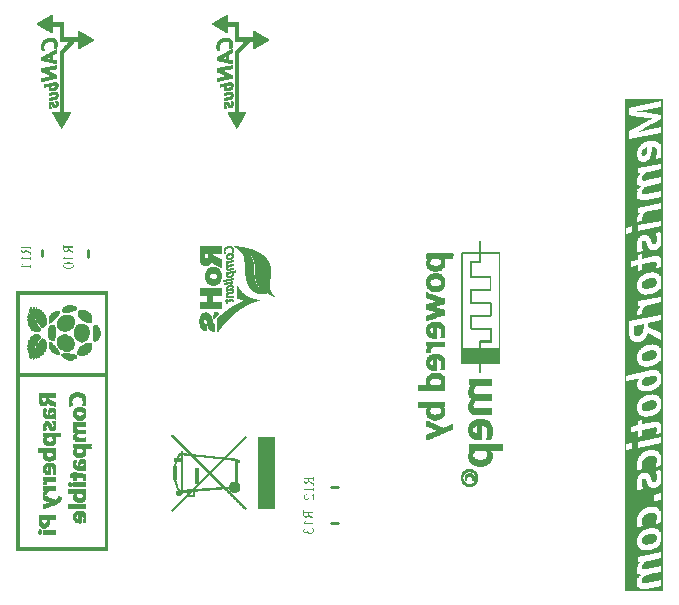
<source format=gbo>
G04*
G04 #@! TF.GenerationSoftware,Altium Limited,Altium Designer,18.0.7 (293)*
G04*
G04 Layer_Color=32896*
%FSLAX25Y25*%
%MOIN*%
G70*
G01*
G75*
%ADD12C,0.01000*%
%ADD13C,0.00100*%
%ADD82C,0.00200*%
%ADD83C,0.00066*%
G36*
X353995Y120776D02*
X341219D01*
Y284520D01*
X353995D01*
Y120776D01*
D02*
G37*
G36*
X157512Y236047D02*
X157506Y235977D01*
Y235925D01*
X157500Y235878D01*
Y235813D01*
X157506Y235468D01*
X157500Y235117D01*
Y234994D01*
X157506Y234942D01*
Y234679D01*
X157500Y234649D01*
X157494Y234620D01*
Y234608D01*
X157465D01*
X157447Y234614D01*
X157436Y234620D01*
X157430Y234626D01*
X157401Y234731D01*
X157377Y234813D01*
X157360Y234877D01*
X157348Y234930D01*
X157336Y234965D01*
X157325Y234994D01*
X157319Y235012D01*
X157313Y235024D01*
X157289Y235053D01*
X157266Y235076D01*
X157243Y235088D01*
X157237Y235094D01*
X157178Y235105D01*
X157131Y235111D01*
X157108D01*
X157096D01*
X156207D01*
X156119D01*
X156043D01*
X155985D01*
X155938Y235105D01*
X155909D01*
X155885D01*
X155874D01*
X155868D01*
Y234813D01*
X155874Y234754D01*
X155879Y234714D01*
X155891Y234690D01*
X155897Y234679D01*
X155909Y234655D01*
X155926Y234637D01*
X155973Y234596D01*
X156014Y234561D01*
X156026Y234556D01*
X156032Y234550D01*
X156728Y234164D01*
X156880Y234076D01*
X157026Y233994D01*
X157155Y233918D01*
X157272Y233854D01*
X157366Y233801D01*
X157406Y233783D01*
X157436Y233766D01*
X157465Y233748D01*
X157482Y233737D01*
X157494Y233731D01*
X157500D01*
Y232801D01*
X157471D01*
X157465D01*
X157436D01*
X157424D01*
X157418D01*
X157401Y232888D01*
X157389Y232964D01*
X157371Y233029D01*
X157354Y233081D01*
X157342Y233122D01*
X157330Y233146D01*
X157325Y233163D01*
Y233169D01*
X157283Y233239D01*
X157243Y233298D01*
X157225Y233321D01*
X157208Y233339D01*
X157202Y233345D01*
X157196Y233350D01*
X157155Y233386D01*
X157102Y233426D01*
X157038Y233473D01*
X156968Y233514D01*
X156903Y233561D01*
X156851Y233590D01*
X156816Y233614D01*
X156810Y233626D01*
X156804D01*
X156242Y233953D01*
X156149Y234012D01*
X156061Y234058D01*
X155985Y234099D01*
X155921Y234134D01*
X155862Y234164D01*
X155827Y234181D01*
X155798Y234193D01*
X155792Y234199D01*
X155763Y234158D01*
X155739Y234111D01*
X155722Y234076D01*
X155716Y234070D01*
Y234064D01*
X155663Y233977D01*
X155610Y233900D01*
X155552Y233830D01*
X155493Y233772D01*
X155435Y233725D01*
X155376Y233684D01*
X155312Y233649D01*
X155254Y233626D01*
X155201Y233602D01*
X155148Y233590D01*
X155102Y233579D01*
X155061Y233567D01*
X155031D01*
X155008Y233561D01*
X154990D01*
X154984D01*
X154891Y233567D01*
X154809Y233584D01*
X154727Y233608D01*
X154663Y233631D01*
X154604Y233655D01*
X154563Y233678D01*
X154540Y233696D01*
X154528Y233701D01*
X154458Y233760D01*
X154394Y233819D01*
X154347Y233883D01*
X154306Y233941D01*
X154277Y233994D01*
X154253Y234035D01*
X154242Y234064D01*
X154236Y234076D01*
X154218Y234123D01*
X154206Y234175D01*
X154183Y234298D01*
X154171Y234433D01*
X154160Y234567D01*
X154154Y234690D01*
X154148Y234743D01*
Y234883D01*
X154160Y235568D01*
Y235854D01*
X154165Y235878D01*
Y235889D01*
X154171Y235925D01*
Y235995D01*
X154177Y236024D01*
X154189Y236059D01*
X154195Y236077D01*
X154201Y236083D01*
X154230Y236088D01*
X154242D01*
X154247D01*
X154265Y236083D01*
X154277Y236077D01*
X154282Y236071D01*
X154288D01*
X154294Y236053D01*
X154300Y236024D01*
X154306Y235989D01*
X154312Y235948D01*
X154318Y235913D01*
X154323Y235878D01*
X154329Y235854D01*
Y235848D01*
X154341Y235778D01*
X154353Y235726D01*
X154364Y235685D01*
X154382Y235649D01*
X154394Y235626D01*
X154405Y235614D01*
X154411Y235603D01*
X154417D01*
X154452Y235585D01*
X154499Y235574D01*
X154557Y235562D01*
X154622D01*
X154680Y235556D01*
X154733D01*
X154768D01*
X154774D01*
X154780D01*
X155248D01*
X155897D01*
X156248Y235562D01*
X156558Y235550D01*
X156640D01*
X156710D01*
X156739Y235556D01*
X156763D01*
X156775D01*
X156780D01*
X156851Y235562D01*
X156921D01*
X156974Y235568D01*
X157026D01*
X157073Y235574D01*
X157108D01*
X157172D01*
X157213Y235579D01*
X157237D01*
X157248D01*
X157254D01*
X157283D01*
X157325Y235603D01*
X157348Y235620D01*
X157354Y235632D01*
X157360Y235638D01*
X157366Y235649D01*
Y235673D01*
X157377Y235726D01*
X157383Y235796D01*
X157395Y235872D01*
X157406Y235942D01*
X157412Y236006D01*
Y236030D01*
X157418Y236047D01*
Y236065D01*
X157441Y236083D01*
X157459Y236094D01*
X157471Y236100D01*
X157477D01*
X157500D01*
X157512Y236047D01*
D02*
G37*
G36*
X154903Y232479D02*
X154914Y232473D01*
X154926Y232467D01*
X154932Y232461D01*
X154944Y232444D01*
X154949Y232432D01*
Y232420D01*
X154944Y232403D01*
X154932Y232373D01*
X154908Y232339D01*
X154885Y232292D01*
X154856Y232245D01*
X154821Y232186D01*
X154739Y232075D01*
X154663Y231958D01*
X154628Y231911D01*
X154598Y231865D01*
X154575Y231824D01*
X154552Y231794D01*
X154540Y231777D01*
X154534Y231771D01*
X154604D01*
X154674D01*
X154733D01*
X154786Y231777D01*
X154826D01*
X154867D01*
X154932D01*
X154979D01*
X155008D01*
X155020D01*
X155025D01*
X155382Y231771D01*
X155997Y231777D01*
X156114D01*
X156225D01*
X156318D01*
X156400D01*
X156470D01*
X156535D01*
X156587D01*
X156634D01*
X156669D01*
X156699D01*
X156722D01*
X156739D01*
X156757D01*
X156763D01*
X156839Y231783D01*
X156903D01*
X156950D01*
X156979Y231788D01*
X157003D01*
X157020D01*
X157026D01*
X157184D01*
X157225Y231794D01*
X157254Y231800D01*
X157278Y231806D01*
X157289Y231812D01*
X157319Y231888D01*
X157342Y231970D01*
X157354Y232005D01*
X157360Y232034D01*
X157366Y232052D01*
Y232058D01*
X157371Y232087D01*
X157377Y232116D01*
X157389Y232145D01*
X157395Y232163D01*
X157401Y232169D01*
X157418Y232181D01*
X157441Y232186D01*
X157459D01*
X157465D01*
X157488D01*
X157494D01*
X157500D01*
Y231011D01*
X157471Y231005D01*
X157436Y231011D01*
X157412Y231016D01*
X157401Y231028D01*
X157395Y231034D01*
X157389Y231040D01*
Y231057D01*
X157377Y231098D01*
X157366Y231139D01*
X157360Y231151D01*
Y231157D01*
X157325Y231332D01*
X157313Y231362D01*
X157307Y231379D01*
X157289Y231408D01*
X157283Y231420D01*
X157278Y231426D01*
X157266Y231432D01*
X157248Y231438D01*
X157208Y231443D01*
X157172Y231449D01*
X157161D01*
X157155D01*
X157120D01*
X157079D01*
X157044D01*
X157038D01*
X157032D01*
X156968D01*
X156915D01*
X156892D01*
X156874D01*
X156868D01*
X156862D01*
X156634D01*
X154312Y231426D01*
X154265D01*
X154224D01*
X154201Y231432D01*
X154177D01*
X154160Y231438D01*
X154154D01*
X154148Y231443D01*
X154136Y231461D01*
X154124Y231490D01*
Y231578D01*
X154130Y231595D01*
Y231607D01*
X154142Y231619D01*
X154160Y231637D01*
X154206Y231683D01*
X154224Y231707D01*
X154247Y231730D01*
X154259Y231742D01*
X154265Y231748D01*
X154312Y231794D01*
X154364Y231853D01*
X154470Y231976D01*
X154522Y232028D01*
X154557Y232075D01*
X154581Y232104D01*
X154593Y232110D01*
Y232116D01*
X154633Y232169D01*
X154669Y232210D01*
X154692Y232245D01*
X154709Y232268D01*
X154721Y232280D01*
X154727Y232292D01*
X154733Y232297D01*
X154762Y232344D01*
X154786Y232379D01*
X154803Y232409D01*
X154821Y232432D01*
X154832Y232450D01*
X154838Y232461D01*
X154844Y232467D01*
X154856Y232479D01*
X154873Y232485D01*
X154879D01*
X154885D01*
X154903Y232479D01*
D02*
G37*
G36*
X156108Y230191D02*
X156283Y230168D01*
X156441Y230145D01*
X156511Y230127D01*
X156581Y230110D01*
X156640Y230098D01*
X156693Y230080D01*
X156734Y230069D01*
X156775Y230051D01*
X156804Y230045D01*
X156827Y230034D01*
X156839Y230028D01*
X156845D01*
X156979Y229963D01*
X157096Y229893D01*
X157196Y229829D01*
X157272Y229764D01*
X157330Y229712D01*
X157371Y229671D01*
X157401Y229642D01*
X157406Y229630D01*
X157465Y229542D01*
X157506Y229454D01*
X157535Y229373D01*
X157553Y229296D01*
X157564Y229232D01*
X157576Y229179D01*
Y229138D01*
X157564Y229033D01*
X157559Y228980D01*
X157547Y228940D01*
X157535Y228905D01*
X157529Y228875D01*
X157518Y228858D01*
Y228852D01*
X157494Y228799D01*
X157471Y228752D01*
X157441Y228706D01*
X157412Y228665D01*
X157389Y228635D01*
X157366Y228612D01*
X157354Y228594D01*
X157348Y228589D01*
X157283Y228524D01*
X157213Y228472D01*
X157143Y228419D01*
X157079Y228378D01*
X157020Y228343D01*
X156979Y228320D01*
X156950Y228302D01*
X156938Y228296D01*
X156845Y228249D01*
X156745Y228208D01*
X156640Y228179D01*
X156546Y228150D01*
X156465Y228127D01*
X156394Y228109D01*
X156371Y228103D01*
X156353D01*
X156342Y228097D01*
X156336D01*
X156254Y228085D01*
X156178Y228074D01*
X156096Y228068D01*
X156020Y228062D01*
X155956Y228056D01*
X155909D01*
X155874D01*
X155862D01*
X155669Y228062D01*
X155581Y228068D01*
X155499Y228074D01*
X155423Y228080D01*
X155353Y228091D01*
X155289Y228097D01*
X155236Y228109D01*
X155183Y228121D01*
X155137Y228127D01*
X155102Y228138D01*
X155072Y228144D01*
X155043Y228150D01*
X155025Y228156D01*
X155020Y228162D01*
X155014D01*
X154850Y228226D01*
X154715Y228296D01*
X154598Y228366D01*
X154499Y228431D01*
X154429Y228489D01*
X154376Y228542D01*
X154347Y228571D01*
X154335Y228577D01*
Y228583D01*
X154259Y228682D01*
X154206Y228776D01*
X154165Y228864D01*
X154142Y228945D01*
X154124Y229016D01*
X154119Y229074D01*
X154113Y229109D01*
Y229121D01*
X154119Y229191D01*
X154124Y229261D01*
X154142Y229320D01*
X154160Y229373D01*
X154177Y229419D01*
X154189Y229454D01*
X154201Y229478D01*
X154206Y229484D01*
X154247Y229548D01*
X154294Y229607D01*
X154347Y229665D01*
X154394Y229718D01*
X154440Y229759D01*
X154481Y229794D01*
X154505Y229817D01*
X154516Y229823D01*
X154604Y229881D01*
X154698Y229940D01*
X154797Y229987D01*
X154891Y230022D01*
X154979Y230057D01*
X155049Y230080D01*
X155078Y230086D01*
X155096Y230092D01*
X155107Y230098D01*
X155113D01*
X155259Y230133D01*
X155400Y230156D01*
X155534Y230174D01*
X155657Y230186D01*
X155763Y230191D01*
X155804D01*
X155844Y230197D01*
X155874D01*
X155897D01*
X155909D01*
X155915D01*
X156108Y230191D01*
D02*
G37*
G36*
X143317Y235806D02*
X143311Y235736D01*
Y235683D01*
X143305Y235636D01*
Y235572D01*
X143311Y235227D01*
X143305Y234876D01*
Y234753D01*
X143311Y234700D01*
Y234437D01*
X143305Y234408D01*
X143299Y234379D01*
Y234367D01*
X143270D01*
X143252Y234373D01*
X143241Y234379D01*
X143235Y234384D01*
X143205Y234490D01*
X143182Y234572D01*
X143165Y234636D01*
X143153Y234689D01*
X143141Y234724D01*
X143129Y234753D01*
X143124Y234771D01*
X143118Y234782D01*
X143094Y234812D01*
X143071Y234835D01*
X143047Y234847D01*
X143042Y234853D01*
X142983Y234864D01*
X142936Y234870D01*
X142913D01*
X142901D01*
X142012D01*
X141924D01*
X141848D01*
X141790D01*
X141743Y234864D01*
X141714D01*
X141690D01*
X141679D01*
X141673D01*
Y234572D01*
X141679Y234513D01*
X141684Y234472D01*
X141696Y234449D01*
X141702Y234437D01*
X141714Y234414D01*
X141731Y234396D01*
X141778Y234355D01*
X141819Y234320D01*
X141831Y234314D01*
X141837Y234309D01*
X142533Y233922D01*
X142685Y233835D01*
X142831Y233753D01*
X142960Y233677D01*
X143077Y233612D01*
X143170Y233560D01*
X143211Y233542D01*
X143241Y233525D01*
X143270Y233507D01*
X143287Y233495D01*
X143299Y233489D01*
X143305D01*
Y232559D01*
X143276D01*
X143270D01*
X143241D01*
X143229D01*
X143223D01*
X143205Y232647D01*
X143194Y232723D01*
X143176Y232787D01*
X143159Y232840D01*
X143147Y232881D01*
X143135Y232905D01*
X143129Y232922D01*
Y232928D01*
X143088Y232998D01*
X143047Y233057D01*
X143030Y233080D01*
X143012Y233098D01*
X143007Y233103D01*
X143001Y233109D01*
X142960Y233144D01*
X142907Y233185D01*
X142843Y233232D01*
X142773Y233273D01*
X142708Y233320D01*
X142656Y233349D01*
X142621Y233372D01*
X142615Y233384D01*
X142609D01*
X142047Y233712D01*
X141954Y233770D01*
X141866Y233817D01*
X141790Y233858D01*
X141725Y233893D01*
X141667Y233922D01*
X141632Y233940D01*
X141603Y233952D01*
X141597Y233958D01*
X141568Y233916D01*
X141544Y233870D01*
X141526Y233835D01*
X141521Y233829D01*
Y233823D01*
X141468Y233735D01*
X141415Y233659D01*
X141357Y233589D01*
X141298Y233530D01*
X141240Y233484D01*
X141181Y233443D01*
X141117Y233408D01*
X141059Y233384D01*
X141006Y233361D01*
X140953Y233349D01*
X140906Y233337D01*
X140866Y233326D01*
X140836D01*
X140813Y233320D01*
X140795D01*
X140789D01*
X140696Y233326D01*
X140614Y233343D01*
X140532Y233367D01*
X140468Y233390D01*
X140409Y233413D01*
X140368Y233437D01*
X140345Y233454D01*
X140333Y233460D01*
X140263Y233519D01*
X140199Y233577D01*
X140152Y233642D01*
X140111Y233700D01*
X140082Y233753D01*
X140058Y233794D01*
X140047Y233823D01*
X140041Y233835D01*
X140023Y233881D01*
X140011Y233934D01*
X139988Y234057D01*
X139976Y234191D01*
X139965Y234326D01*
X139959Y234449D01*
X139953Y234502D01*
Y234642D01*
X139965Y235326D01*
Y235613D01*
X139970Y235636D01*
Y235648D01*
X139976Y235683D01*
Y235753D01*
X139982Y235783D01*
X139994Y235818D01*
X140000Y235835D01*
X140006Y235841D01*
X140035Y235847D01*
X140047D01*
X140052D01*
X140070Y235841D01*
X140082Y235835D01*
X140087Y235829D01*
X140093D01*
X140099Y235812D01*
X140105Y235783D01*
X140111Y235748D01*
X140117Y235707D01*
X140122Y235671D01*
X140128Y235636D01*
X140134Y235613D01*
Y235607D01*
X140146Y235537D01*
X140158Y235484D01*
X140169Y235443D01*
X140187Y235408D01*
X140199Y235385D01*
X140210Y235373D01*
X140216Y235362D01*
X140222D01*
X140257Y235344D01*
X140304Y235332D01*
X140362Y235320D01*
X140427D01*
X140485Y235315D01*
X140538D01*
X140573D01*
X140579D01*
X140585D01*
X141053D01*
X141702D01*
X142053Y235320D01*
X142363Y235309D01*
X142445D01*
X142515D01*
X142544Y235315D01*
X142568D01*
X142579D01*
X142585D01*
X142656Y235320D01*
X142726D01*
X142778Y235326D01*
X142831D01*
X142878Y235332D01*
X142913D01*
X142977D01*
X143018Y235338D01*
X143042D01*
X143053D01*
X143059D01*
X143088D01*
X143129Y235362D01*
X143153Y235379D01*
X143159Y235391D01*
X143165Y235397D01*
X143170Y235408D01*
Y235432D01*
X143182Y235484D01*
X143188Y235555D01*
X143200Y235631D01*
X143211Y235701D01*
X143217Y235765D01*
Y235788D01*
X143223Y235806D01*
Y235824D01*
X143246Y235841D01*
X143264Y235853D01*
X143276Y235859D01*
X143281D01*
X143305D01*
X143317Y235806D01*
D02*
G37*
G36*
X140708Y232238D02*
X140719Y232232D01*
X140731Y232226D01*
X140737Y232220D01*
X140749Y232203D01*
X140754Y232191D01*
Y232179D01*
X140749Y232161D01*
X140737Y232132D01*
X140713Y232097D01*
X140690Y232050D01*
X140661Y232004D01*
X140626Y231945D01*
X140544Y231834D01*
X140468Y231717D01*
X140433Y231670D01*
X140403Y231623D01*
X140380Y231582D01*
X140357Y231553D01*
X140345Y231536D01*
X140339Y231530D01*
X140409D01*
X140479D01*
X140538D01*
X140591Y231536D01*
X140631D01*
X140672D01*
X140737D01*
X140784D01*
X140813D01*
X140824D01*
X140830D01*
X141187Y231530D01*
X141802Y231536D01*
X141919D01*
X142030D01*
X142123D01*
X142205D01*
X142275D01*
X142340D01*
X142392D01*
X142439D01*
X142474D01*
X142503D01*
X142527D01*
X142544D01*
X142562D01*
X142568D01*
X142644Y231541D01*
X142708D01*
X142755D01*
X142784Y231547D01*
X142808D01*
X142825D01*
X142831D01*
X142989D01*
X143030Y231553D01*
X143059Y231559D01*
X143083Y231565D01*
X143094Y231571D01*
X143124Y231647D01*
X143147Y231729D01*
X143159Y231764D01*
X143165Y231793D01*
X143170Y231810D01*
Y231816D01*
X143176Y231846D01*
X143182Y231875D01*
X143194Y231904D01*
X143200Y231922D01*
X143205Y231927D01*
X143223Y231939D01*
X143246Y231945D01*
X143264D01*
X143270D01*
X143293D01*
X143299D01*
X143305D01*
Y230769D01*
X143276Y230763D01*
X143241Y230769D01*
X143217Y230775D01*
X143205Y230787D01*
X143200Y230793D01*
X143194Y230799D01*
Y230816D01*
X143182Y230857D01*
X143170Y230898D01*
X143165Y230910D01*
Y230915D01*
X143129Y231091D01*
X143118Y231120D01*
X143112Y231138D01*
X143094Y231167D01*
X143088Y231179D01*
X143083Y231185D01*
X143071Y231190D01*
X143053Y231196D01*
X143012Y231202D01*
X142977Y231208D01*
X142966D01*
X142960D01*
X142925D01*
X142884D01*
X142849D01*
X142843D01*
X142837D01*
X142773D01*
X142720D01*
X142696D01*
X142679D01*
X142673D01*
X142667D01*
X142439D01*
X140117Y231185D01*
X140070D01*
X140029D01*
X140006Y231190D01*
X139982D01*
X139965Y231196D01*
X139959D01*
X139953Y231202D01*
X139941Y231220D01*
X139929Y231249D01*
Y231337D01*
X139935Y231354D01*
Y231366D01*
X139947Y231378D01*
X139965Y231395D01*
X140011Y231442D01*
X140029Y231465D01*
X140052Y231489D01*
X140064Y231501D01*
X140070Y231506D01*
X140117Y231553D01*
X140169Y231612D01*
X140275Y231734D01*
X140327Y231787D01*
X140362Y231834D01*
X140386Y231863D01*
X140398Y231869D01*
Y231875D01*
X140438Y231927D01*
X140473Y231968D01*
X140497Y232004D01*
X140515Y232027D01*
X140526Y232039D01*
X140532Y232050D01*
X140538Y232056D01*
X140567Y232103D01*
X140591Y232138D01*
X140608Y232167D01*
X140626Y232191D01*
X140637Y232208D01*
X140643Y232220D01*
X140649Y232226D01*
X140661Y232238D01*
X140678Y232243D01*
X140684D01*
X140690D01*
X140708Y232238D01*
D02*
G37*
G36*
Y229740D02*
X140719Y229734D01*
X140731Y229728D01*
X140737Y229722D01*
X140749Y229704D01*
X140754Y229693D01*
Y229681D01*
X140749Y229664D01*
X140737Y229634D01*
X140713Y229599D01*
X140690Y229552D01*
X140661Y229506D01*
X140626Y229447D01*
X140544Y229336D01*
X140468Y229219D01*
X140433Y229172D01*
X140403Y229125D01*
X140380Y229084D01*
X140357Y229055D01*
X140345Y229038D01*
X140339Y229032D01*
X140409D01*
X140479D01*
X140538D01*
X140591Y229038D01*
X140631D01*
X140672D01*
X140737D01*
X140784D01*
X140813D01*
X140824D01*
X140830D01*
X141187Y229032D01*
X141802Y229038D01*
X141919D01*
X142030D01*
X142123D01*
X142205D01*
X142275D01*
X142340D01*
X142392D01*
X142439D01*
X142474D01*
X142503D01*
X142527D01*
X142544D01*
X142562D01*
X142568D01*
X142644Y229044D01*
X142708D01*
X142755D01*
X142784Y229049D01*
X142808D01*
X142825D01*
X142831D01*
X142989D01*
X143030Y229055D01*
X143059Y229061D01*
X143083Y229067D01*
X143094Y229073D01*
X143124Y229149D01*
X143147Y229231D01*
X143159Y229266D01*
X143165Y229295D01*
X143170Y229313D01*
Y229318D01*
X143176Y229348D01*
X143182Y229377D01*
X143194Y229406D01*
X143200Y229424D01*
X143205Y229430D01*
X143223Y229441D01*
X143246Y229447D01*
X143264D01*
X143270D01*
X143293D01*
X143299D01*
X143305D01*
Y228271D01*
X143276Y228265D01*
X143241Y228271D01*
X143217Y228277D01*
X143205Y228289D01*
X143200Y228295D01*
X143194Y228300D01*
Y228318D01*
X143182Y228359D01*
X143170Y228400D01*
X143165Y228412D01*
Y228417D01*
X143129Y228593D01*
X143118Y228622D01*
X143112Y228640D01*
X143094Y228669D01*
X143088Y228681D01*
X143083Y228687D01*
X143071Y228693D01*
X143053Y228698D01*
X143012Y228704D01*
X142977Y228710D01*
X142966D01*
X142960D01*
X142925D01*
X142884D01*
X142849D01*
X142843D01*
X142837D01*
X142773D01*
X142720D01*
X142696D01*
X142679D01*
X142673D01*
X142667D01*
X142439D01*
X140117Y228687D01*
X140070D01*
X140029D01*
X140006Y228693D01*
X139982D01*
X139965Y228698D01*
X139959D01*
X139953Y228704D01*
X139941Y228722D01*
X139929Y228751D01*
Y228839D01*
X139935Y228856D01*
Y228868D01*
X139947Y228880D01*
X139965Y228897D01*
X140011Y228944D01*
X140029Y228967D01*
X140052Y228991D01*
X140064Y229002D01*
X140070Y229008D01*
X140117Y229055D01*
X140169Y229114D01*
X140275Y229237D01*
X140327Y229289D01*
X140362Y229336D01*
X140386Y229365D01*
X140398Y229371D01*
Y229377D01*
X140438Y229430D01*
X140473Y229470D01*
X140497Y229506D01*
X140515Y229529D01*
X140526Y229541D01*
X140532Y229552D01*
X140538Y229558D01*
X140567Y229605D01*
X140591Y229640D01*
X140608Y229669D01*
X140626Y229693D01*
X140637Y229710D01*
X140643Y229722D01*
X140649Y229728D01*
X140661Y229740D01*
X140678Y229746D01*
X140684D01*
X140690D01*
X140708Y229740D01*
D02*
G37*
G36*
X237612Y158847D02*
X237606Y158777D01*
Y158724D01*
X237600Y158678D01*
Y158613D01*
X237606Y158268D01*
X237600Y157917D01*
Y157794D01*
X237606Y157742D01*
Y157478D01*
X237600Y157449D01*
X237594Y157420D01*
Y157408D01*
X237565D01*
X237547Y157414D01*
X237536Y157420D01*
X237530Y157426D01*
X237501Y157531D01*
X237477Y157613D01*
X237460Y157677D01*
X237448Y157730D01*
X237436Y157765D01*
X237424Y157794D01*
X237419Y157812D01*
X237413Y157824D01*
X237389Y157853D01*
X237366Y157876D01*
X237343Y157888D01*
X237337Y157894D01*
X237278Y157905D01*
X237231Y157911D01*
X237208D01*
X237196D01*
X236307D01*
X236219D01*
X236143D01*
X236085D01*
X236038Y157905D01*
X236009D01*
X235985D01*
X235974D01*
X235968D01*
Y157613D01*
X235974Y157554D01*
X235980Y157514D01*
X235991Y157490D01*
X235997Y157478D01*
X236009Y157455D01*
X236026Y157438D01*
X236073Y157397D01*
X236114Y157361D01*
X236126Y157356D01*
X236132Y157350D01*
X236828Y156964D01*
X236980Y156876D01*
X237126Y156794D01*
X237255Y156718D01*
X237372Y156654D01*
X237466Y156601D01*
X237506Y156583D01*
X237536Y156566D01*
X237565Y156548D01*
X237582Y156537D01*
X237594Y156531D01*
X237600D01*
Y155601D01*
X237571D01*
X237565D01*
X237536D01*
X237524D01*
X237518D01*
X237501Y155688D01*
X237489Y155764D01*
X237471Y155829D01*
X237454Y155881D01*
X237442Y155922D01*
X237430Y155946D01*
X237424Y155963D01*
Y155969D01*
X237384Y156039D01*
X237343Y156098D01*
X237325Y156121D01*
X237308Y156139D01*
X237302Y156145D01*
X237296Y156150D01*
X237255Y156186D01*
X237202Y156227D01*
X237138Y156273D01*
X237068Y156314D01*
X237003Y156361D01*
X236951Y156390D01*
X236915Y156414D01*
X236910Y156425D01*
X236904D01*
X236342Y156753D01*
X236249Y156812D01*
X236161Y156858D01*
X236085Y156899D01*
X236020Y156934D01*
X235962Y156964D01*
X235927Y156981D01*
X235898Y156993D01*
X235892Y156999D01*
X235863Y156958D01*
X235839Y156911D01*
X235822Y156876D01*
X235816Y156870D01*
Y156864D01*
X235763Y156776D01*
X235710Y156700D01*
X235652Y156630D01*
X235593Y156572D01*
X235535Y156525D01*
X235476Y156484D01*
X235412Y156449D01*
X235354Y156425D01*
X235301Y156402D01*
X235248Y156390D01*
X235202Y156379D01*
X235161Y156367D01*
X235131D01*
X235108Y156361D01*
X235090D01*
X235085D01*
X234991Y156367D01*
X234909Y156385D01*
X234827Y156408D01*
X234763Y156431D01*
X234704Y156455D01*
X234663Y156478D01*
X234640Y156496D01*
X234628Y156501D01*
X234558Y156560D01*
X234494Y156618D01*
X234447Y156683D01*
X234406Y156741D01*
X234377Y156794D01*
X234353Y156835D01*
X234342Y156864D01*
X234336Y156876D01*
X234318Y156923D01*
X234306Y156975D01*
X234283Y157098D01*
X234271Y157233D01*
X234260Y157367D01*
X234254Y157490D01*
X234248Y157543D01*
Y157683D01*
X234260Y158368D01*
Y158654D01*
X234265Y158678D01*
Y158689D01*
X234271Y158724D01*
Y158795D01*
X234277Y158824D01*
X234289Y158859D01*
X234295Y158877D01*
X234301Y158882D01*
X234330Y158888D01*
X234342D01*
X234347D01*
X234365Y158882D01*
X234377Y158877D01*
X234383Y158871D01*
X234388D01*
X234394Y158853D01*
X234400Y158824D01*
X234406Y158789D01*
X234412Y158748D01*
X234418Y158713D01*
X234423Y158678D01*
X234429Y158654D01*
Y158649D01*
X234441Y158578D01*
X234453Y158526D01*
X234464Y158485D01*
X234482Y158449D01*
X234494Y158426D01*
X234505Y158414D01*
X234511Y158403D01*
X234517D01*
X234552Y158385D01*
X234599Y158373D01*
X234658Y158362D01*
X234722D01*
X234780Y158356D01*
X234833D01*
X234868D01*
X234874D01*
X234880D01*
X235348D01*
X235997D01*
X236348Y158362D01*
X236658Y158350D01*
X236740D01*
X236810D01*
X236840Y158356D01*
X236863D01*
X236875D01*
X236880D01*
X236951Y158362D01*
X237021D01*
X237073Y158368D01*
X237126D01*
X237173Y158373D01*
X237208D01*
X237272D01*
X237313Y158379D01*
X237337D01*
X237349D01*
X237354D01*
X237384D01*
X237424Y158403D01*
X237448Y158420D01*
X237454Y158432D01*
X237460Y158438D01*
X237466Y158449D01*
Y158473D01*
X237477Y158526D01*
X237483Y158596D01*
X237495Y158672D01*
X237506Y158742D01*
X237512Y158806D01*
Y158830D01*
X237518Y158847D01*
Y158865D01*
X237542Y158882D01*
X237559Y158894D01*
X237571Y158900D01*
X237577D01*
X237600D01*
X237612Y158847D01*
D02*
G37*
G36*
X235003Y155279D02*
X235014Y155273D01*
X235026Y155267D01*
X235032Y155261D01*
X235044Y155244D01*
X235049Y155232D01*
Y155220D01*
X235044Y155203D01*
X235032Y155174D01*
X235008Y155138D01*
X234985Y155092D01*
X234956Y155045D01*
X234921Y154986D01*
X234839Y154875D01*
X234763Y154758D01*
X234728Y154711D01*
X234698Y154665D01*
X234675Y154624D01*
X234652Y154594D01*
X234640Y154577D01*
X234634Y154571D01*
X234704D01*
X234774D01*
X234833D01*
X234886Y154577D01*
X234927D01*
X234967D01*
X235032D01*
X235079D01*
X235108D01*
X235120D01*
X235125D01*
X235482Y154571D01*
X236097Y154577D01*
X236213D01*
X236325D01*
X236418D01*
X236500D01*
X236570D01*
X236635D01*
X236687D01*
X236734D01*
X236769D01*
X236799D01*
X236822D01*
X236840D01*
X236857D01*
X236863D01*
X236939Y154583D01*
X237003D01*
X237050D01*
X237079Y154589D01*
X237103D01*
X237120D01*
X237126D01*
X237284D01*
X237325Y154594D01*
X237354Y154600D01*
X237378Y154606D01*
X237389Y154612D01*
X237419Y154688D01*
X237442Y154770D01*
X237454Y154805D01*
X237460Y154834D01*
X237466Y154852D01*
Y154858D01*
X237471Y154887D01*
X237477Y154916D01*
X237489Y154945D01*
X237495Y154963D01*
X237501Y154969D01*
X237518Y154981D01*
X237542Y154986D01*
X237559D01*
X237565D01*
X237588D01*
X237594D01*
X237600D01*
Y153811D01*
X237571Y153805D01*
X237536Y153811D01*
X237512Y153816D01*
X237501Y153828D01*
X237495Y153834D01*
X237489Y153840D01*
Y153857D01*
X237477Y153898D01*
X237466Y153939D01*
X237460Y153951D01*
Y153957D01*
X237424Y154132D01*
X237413Y154162D01*
X237407Y154179D01*
X237389Y154208D01*
X237384Y154220D01*
X237378Y154226D01*
X237366Y154232D01*
X237349Y154238D01*
X237308Y154243D01*
X237272Y154249D01*
X237261D01*
X237255D01*
X237220D01*
X237179D01*
X237144D01*
X237138D01*
X237132D01*
X237068D01*
X237015D01*
X236992D01*
X236974D01*
X236968D01*
X236962D01*
X236734D01*
X234412Y154226D01*
X234365D01*
X234324D01*
X234301Y154232D01*
X234277D01*
X234260Y154238D01*
X234254D01*
X234248Y154243D01*
X234236Y154261D01*
X234225Y154290D01*
Y154378D01*
X234230Y154395D01*
Y154407D01*
X234242Y154419D01*
X234260Y154436D01*
X234306Y154483D01*
X234324Y154507D01*
X234347Y154530D01*
X234359Y154542D01*
X234365Y154548D01*
X234412Y154594D01*
X234464Y154653D01*
X234570Y154776D01*
X234622Y154828D01*
X234658Y154875D01*
X234681Y154904D01*
X234693Y154910D01*
Y154916D01*
X234734Y154969D01*
X234769Y155010D01*
X234792Y155045D01*
X234809Y155068D01*
X234821Y155080D01*
X234827Y155092D01*
X234833Y155097D01*
X234862Y155144D01*
X234886Y155179D01*
X234903Y155209D01*
X234921Y155232D01*
X234932Y155250D01*
X234938Y155261D01*
X234944Y155267D01*
X234956Y155279D01*
X234973Y155285D01*
X234979D01*
X234985D01*
X235003Y155279D01*
D02*
G37*
G36*
X237582Y153027D02*
X237588Y153003D01*
X237594Y152986D01*
Y152980D01*
X237582Y152781D01*
X237594Y152529D01*
X237577Y151962D01*
Y151623D01*
X237582Y151523D01*
Y151342D01*
X237588Y151266D01*
Y151131D01*
X237594Y151078D01*
Y150991D01*
X237600Y150962D01*
Y150921D01*
X237518Y150909D01*
X237448Y150903D01*
X237384Y150897D01*
X237337Y150891D01*
X237296Y150885D01*
X237272Y150880D01*
X237255D01*
X237249D01*
X237179Y150874D01*
X237120Y150868D01*
X237073Y150856D01*
X237038Y150850D01*
X237009Y150845D01*
X236992D01*
X236980Y150839D01*
X236974D01*
X236951Y150833D01*
X236939D01*
X236927Y150839D01*
X236915Y150845D01*
X236910Y150850D01*
Y150950D01*
X237003Y150991D01*
X237073Y151026D01*
X237132Y151055D01*
X237173Y151078D01*
X237202Y151096D01*
X237226Y151114D01*
X237231Y151119D01*
X237237Y151125D01*
X237267Y151166D01*
X237284Y151207D01*
X237290Y151231D01*
Y151242D01*
X237284Y151605D01*
Y151786D01*
X237290Y151845D01*
Y152184D01*
X237284Y152307D01*
Y152518D01*
X237278Y152559D01*
Y152658D01*
X237167Y152565D01*
X237079Y152482D01*
X237009Y152424D01*
X236957Y152371D01*
X236915Y152336D01*
X236886Y152313D01*
X236875Y152301D01*
X236869Y152295D01*
X236828Y152254D01*
X236781Y152208D01*
X236687Y152102D01*
X236647Y152061D01*
X236611Y152020D01*
X236582Y151997D01*
X236576Y151985D01*
X236465Y151868D01*
X236366Y151763D01*
X236272Y151669D01*
X236184Y151582D01*
X236102Y151506D01*
X236026Y151435D01*
X235962Y151377D01*
X235904Y151324D01*
X235851Y151283D01*
X235804Y151248D01*
X235769Y151219D01*
X235734Y151196D01*
X235710Y151178D01*
X235693Y151166D01*
X235687Y151155D01*
X235681D01*
X235570Y151090D01*
X235465Y151043D01*
X235371Y151014D01*
X235283Y150991D01*
X235207Y150979D01*
X235149Y150967D01*
X235131D01*
X235114D01*
X235108D01*
X235102D01*
X235038D01*
X234973Y150979D01*
X234856Y151008D01*
X234751Y151055D01*
X234663Y151102D01*
X234587Y151149D01*
X234535Y151196D01*
X234500Y151225D01*
X234488Y151231D01*
Y151236D01*
X234441Y151289D01*
X234400Y151342D01*
X234336Y151453D01*
X234289Y151564D01*
X234260Y151669D01*
X234236Y151757D01*
X234230Y151798D01*
Y151833D01*
X234225Y151857D01*
Y151898D01*
X234230Y152009D01*
X234248Y152108D01*
X234271Y152202D01*
X234295Y152278D01*
X234324Y152348D01*
X234347Y152395D01*
X234365Y152424D01*
X234371Y152436D01*
X234429Y152518D01*
X234494Y152588D01*
X234564Y152646D01*
X234628Y152693D01*
X234687Y152734D01*
X234734Y152758D01*
X234763Y152775D01*
X234769Y152781D01*
X234774D01*
X234862Y152822D01*
X234944Y152851D01*
X235008Y152869D01*
X235055Y152880D01*
X235096Y152892D01*
X235125Y152898D01*
X235143D01*
X235149D01*
X235172Y152892D01*
X235190Y152886D01*
X235202Y152880D01*
X235207D01*
X235219Y152869D01*
X235225Y152851D01*
Y152839D01*
X235219Y152828D01*
X235213Y152816D01*
X235207Y152804D01*
X235202Y152798D01*
X235184Y152787D01*
X235137Y152769D01*
X235114Y152758D01*
X235090Y152746D01*
X235079Y152740D01*
X235073D01*
X234997Y152705D01*
X234932Y152676D01*
X234880Y152646D01*
X234839Y152623D01*
X234809Y152605D01*
X234792Y152594D01*
X234780Y152582D01*
X234774D01*
X234693Y152506D01*
X234634Y152424D01*
X234611Y152389D01*
X234593Y152360D01*
X234587Y152342D01*
X234581Y152336D01*
X234552Y152278D01*
X234535Y152219D01*
X234517Y152167D01*
X234511Y152114D01*
X234505Y152073D01*
X234500Y152044D01*
Y152015D01*
X234505Y151915D01*
X234529Y151827D01*
X234558Y151751D01*
X234593Y151687D01*
X234634Y151634D01*
X234663Y151593D01*
X234687Y151564D01*
X234693Y151558D01*
X234769Y151494D01*
X234845Y151447D01*
X234921Y151412D01*
X234991Y151389D01*
X235055Y151377D01*
X235108Y151365D01*
X235143D01*
X235149D01*
X235155D01*
X235266Y151371D01*
X235377Y151394D01*
X235482Y151424D01*
X235582Y151459D01*
X235664Y151494D01*
X235728Y151523D01*
X235751Y151535D01*
X235769Y151547D01*
X235781Y151552D01*
X235787D01*
X235851Y151593D01*
X235921Y151640D01*
X235997Y151693D01*
X236073Y151751D01*
X236225Y151880D01*
X236371Y152009D01*
X236442Y152073D01*
X236500Y152131D01*
X236559Y152184D01*
X236606Y152231D01*
X236647Y152272D01*
X236682Y152301D01*
X236699Y152319D01*
X236705Y152325D01*
X236851Y152471D01*
X236986Y152600D01*
X237103Y152705D01*
X237202Y152798D01*
X237278Y152869D01*
X237337Y152916D01*
X237372Y152945D01*
X237378Y152956D01*
X237384D01*
X237448Y153003D01*
X237512Y153038D01*
X237536Y153050D01*
X237559Y153062D01*
X237571Y153068D01*
X237577D01*
X237582Y153027D01*
D02*
G37*
G36*
X237512Y147547D02*
X237506Y147477D01*
Y147424D01*
X237500Y147378D01*
Y147313D01*
X237506Y146968D01*
X237500Y146617D01*
Y146494D01*
X237506Y146442D01*
Y146178D01*
X237500Y146149D01*
X237494Y146120D01*
Y146108D01*
X237465D01*
X237447Y146114D01*
X237436Y146120D01*
X237430Y146126D01*
X237401Y146231D01*
X237377Y146313D01*
X237360Y146377D01*
X237348Y146430D01*
X237336Y146465D01*
X237325Y146494D01*
X237319Y146512D01*
X237313Y146524D01*
X237289Y146553D01*
X237266Y146576D01*
X237243Y146588D01*
X237237Y146594D01*
X237178Y146606D01*
X237131Y146611D01*
X237108D01*
X237096D01*
X236207D01*
X236119D01*
X236043D01*
X235985D01*
X235938Y146606D01*
X235909D01*
X235885D01*
X235874D01*
X235868D01*
Y146313D01*
X235874Y146255D01*
X235880Y146214D01*
X235891Y146190D01*
X235897Y146178D01*
X235909Y146155D01*
X235926Y146137D01*
X235973Y146097D01*
X236014Y146061D01*
X236026Y146056D01*
X236032Y146050D01*
X236728Y145664D01*
X236880Y145576D01*
X237026Y145494D01*
X237155Y145418D01*
X237272Y145354D01*
X237366Y145301D01*
X237406Y145283D01*
X237436Y145266D01*
X237465Y145248D01*
X237483Y145237D01*
X237494Y145231D01*
X237500D01*
Y144301D01*
X237471D01*
X237465D01*
X237436D01*
X237424D01*
X237418D01*
X237401Y144388D01*
X237389Y144464D01*
X237371Y144529D01*
X237354Y144581D01*
X237342Y144622D01*
X237330Y144646D01*
X237325Y144663D01*
Y144669D01*
X237284Y144739D01*
X237243Y144798D01*
X237225Y144821D01*
X237208Y144839D01*
X237202Y144845D01*
X237196Y144851D01*
X237155Y144886D01*
X237102Y144927D01*
X237038Y144973D01*
X236968Y145014D01*
X236903Y145061D01*
X236851Y145090D01*
X236816Y145114D01*
X236810Y145125D01*
X236804D01*
X236242Y145453D01*
X236149Y145512D01*
X236061Y145558D01*
X235985Y145599D01*
X235921Y145634D01*
X235862Y145664D01*
X235827Y145681D01*
X235798Y145693D01*
X235792Y145699D01*
X235763Y145658D01*
X235739Y145611D01*
X235722Y145576D01*
X235716Y145570D01*
Y145564D01*
X235663Y145476D01*
X235610Y145400D01*
X235552Y145330D01*
X235493Y145272D01*
X235435Y145225D01*
X235377Y145184D01*
X235312Y145149D01*
X235254Y145125D01*
X235201Y145102D01*
X235148Y145090D01*
X235102Y145079D01*
X235061Y145067D01*
X235031D01*
X235008Y145061D01*
X234990D01*
X234984D01*
X234891Y145067D01*
X234809Y145085D01*
X234727Y145108D01*
X234663Y145131D01*
X234604Y145155D01*
X234563Y145178D01*
X234540Y145196D01*
X234528Y145202D01*
X234458Y145260D01*
X234394Y145318D01*
X234347Y145383D01*
X234306Y145441D01*
X234277Y145494D01*
X234253Y145535D01*
X234242Y145564D01*
X234236Y145576D01*
X234218Y145623D01*
X234206Y145675D01*
X234183Y145798D01*
X234171Y145933D01*
X234160Y146067D01*
X234154Y146190D01*
X234148Y146243D01*
Y146383D01*
X234160Y147068D01*
Y147354D01*
X234166Y147378D01*
Y147389D01*
X234171Y147424D01*
Y147495D01*
X234177Y147524D01*
X234189Y147559D01*
X234195Y147577D01*
X234201Y147582D01*
X234230Y147588D01*
X234242D01*
X234247D01*
X234265Y147582D01*
X234277Y147577D01*
X234282Y147571D01*
X234288D01*
X234294Y147553D01*
X234300Y147524D01*
X234306Y147489D01*
X234312Y147448D01*
X234318Y147413D01*
X234324Y147378D01*
X234329Y147354D01*
Y147348D01*
X234341Y147278D01*
X234353Y147226D01*
X234364Y147185D01*
X234382Y147150D01*
X234394Y147126D01*
X234405Y147115D01*
X234411Y147103D01*
X234417D01*
X234452Y147085D01*
X234499Y147073D01*
X234558Y147062D01*
X234622D01*
X234680Y147056D01*
X234733D01*
X234768D01*
X234774D01*
X234780D01*
X235248D01*
X235897D01*
X236248Y147062D01*
X236558Y147050D01*
X236640D01*
X236710D01*
X236739Y147056D01*
X236763D01*
X236775D01*
X236781D01*
X236851Y147062D01*
X236921D01*
X236974Y147068D01*
X237026D01*
X237073Y147073D01*
X237108D01*
X237172D01*
X237213Y147079D01*
X237237D01*
X237248D01*
X237254D01*
X237284D01*
X237325Y147103D01*
X237348Y147120D01*
X237354Y147132D01*
X237360Y147138D01*
X237366Y147150D01*
Y147173D01*
X237377Y147226D01*
X237383Y147296D01*
X237395Y147372D01*
X237406Y147442D01*
X237412Y147506D01*
Y147530D01*
X237418Y147547D01*
Y147565D01*
X237441Y147582D01*
X237459Y147594D01*
X237471Y147600D01*
X237477D01*
X237500D01*
X237512Y147547D01*
D02*
G37*
G36*
X234903Y143979D02*
X234914Y143973D01*
X234926Y143967D01*
X234932Y143961D01*
X234944Y143944D01*
X234949Y143932D01*
Y143920D01*
X234944Y143903D01*
X234932Y143874D01*
X234908Y143838D01*
X234885Y143792D01*
X234856Y143745D01*
X234821Y143686D01*
X234739Y143575D01*
X234663Y143458D01*
X234628Y143411D01*
X234598Y143365D01*
X234575Y143324D01*
X234552Y143294D01*
X234540Y143277D01*
X234534Y143271D01*
X234604D01*
X234674D01*
X234733D01*
X234786Y143277D01*
X234826D01*
X234868D01*
X234932D01*
X234979D01*
X235008D01*
X235020D01*
X235026D01*
X235382Y143271D01*
X235997Y143277D01*
X236114D01*
X236225D01*
X236318D01*
X236400D01*
X236470D01*
X236535D01*
X236587D01*
X236634D01*
X236669D01*
X236699D01*
X236722D01*
X236739D01*
X236757D01*
X236763D01*
X236839Y143283D01*
X236903D01*
X236950D01*
X236979Y143289D01*
X237003D01*
X237020D01*
X237026D01*
X237184D01*
X237225Y143294D01*
X237254Y143300D01*
X237278Y143306D01*
X237289Y143312D01*
X237319Y143388D01*
X237342Y143470D01*
X237354Y143505D01*
X237360Y143534D01*
X237366Y143552D01*
Y143558D01*
X237371Y143587D01*
X237377Y143616D01*
X237389Y143645D01*
X237395Y143663D01*
X237401Y143669D01*
X237418Y143681D01*
X237441Y143686D01*
X237459D01*
X237465D01*
X237488D01*
X237494D01*
X237500D01*
Y142510D01*
X237471Y142505D01*
X237436Y142510D01*
X237412Y142516D01*
X237401Y142528D01*
X237395Y142534D01*
X237389Y142540D01*
Y142557D01*
X237377Y142598D01*
X237366Y142639D01*
X237360Y142651D01*
Y142657D01*
X237325Y142832D01*
X237313Y142861D01*
X237307Y142879D01*
X237289Y142908D01*
X237284Y142920D01*
X237278Y142926D01*
X237266Y142932D01*
X237248Y142938D01*
X237208Y142943D01*
X237172Y142949D01*
X237161D01*
X237155D01*
X237120D01*
X237079D01*
X237044D01*
X237038D01*
X237032D01*
X236968D01*
X236915D01*
X236892D01*
X236874D01*
X236868D01*
X236862D01*
X236634D01*
X234312Y142926D01*
X234265D01*
X234224D01*
X234201Y142932D01*
X234177D01*
X234160Y142938D01*
X234154D01*
X234148Y142943D01*
X234136Y142961D01*
X234124Y142990D01*
Y143078D01*
X234130Y143096D01*
Y143107D01*
X234142Y143119D01*
X234160Y143136D01*
X234206Y143183D01*
X234224Y143207D01*
X234247Y143230D01*
X234259Y143242D01*
X234265Y143248D01*
X234312Y143294D01*
X234364Y143353D01*
X234470Y143476D01*
X234522Y143528D01*
X234558Y143575D01*
X234581Y143604D01*
X234593Y143610D01*
Y143616D01*
X234633Y143669D01*
X234669Y143710D01*
X234692Y143745D01*
X234710Y143768D01*
X234721Y143780D01*
X234727Y143792D01*
X234733Y143798D01*
X234762Y143844D01*
X234786Y143879D01*
X234803Y143909D01*
X234821Y143932D01*
X234832Y143950D01*
X234838Y143961D01*
X234844Y143967D01*
X234856Y143979D01*
X234873Y143985D01*
X234879D01*
X234885D01*
X234903Y143979D01*
D02*
G37*
G36*
X237319Y141674D02*
X237354Y141662D01*
X237401Y141621D01*
X237436Y141586D01*
X237441Y141575D01*
X237447Y141569D01*
X237488Y141481D01*
X237517Y141381D01*
X237541Y141276D01*
X237553Y141177D01*
X237564Y141083D01*
Y141042D01*
X237570Y141007D01*
Y140937D01*
X237564Y140831D01*
X237553Y140732D01*
X237535Y140638D01*
X237517Y140545D01*
X237488Y140463D01*
X237459Y140387D01*
X237430Y140317D01*
X237395Y140252D01*
X237360Y140194D01*
X237330Y140141D01*
X237301Y140100D01*
X237272Y140059D01*
X237254Y140030D01*
X237237Y140013D01*
X237225Y140001D01*
X237219Y139995D01*
X237149Y139931D01*
X237079Y139872D01*
X237009Y139825D01*
X236932Y139784D01*
X236862Y139743D01*
X236792Y139714D01*
X236658Y139673D01*
X236599Y139656D01*
X236541Y139644D01*
X236494Y139638D01*
X236447Y139632D01*
X236412Y139626D01*
X236388D01*
X236371D01*
X236365D01*
X236272Y139632D01*
X236184Y139644D01*
X236108Y139662D01*
X236037Y139679D01*
X235979Y139702D01*
X235932Y139720D01*
X235909Y139732D01*
X235897Y139738D01*
X235821Y139784D01*
X235757Y139831D01*
X235704Y139878D01*
X235657Y139931D01*
X235622Y139972D01*
X235599Y140007D01*
X235587Y140030D01*
X235581Y140036D01*
X235546Y140106D01*
X235523Y140176D01*
X235499Y140241D01*
X235488Y140299D01*
X235482Y140352D01*
X235476Y140393D01*
Y140428D01*
X235482Y140492D01*
X235394Y140381D01*
X235312Y140287D01*
X235242Y140206D01*
X235178Y140147D01*
X235125Y140100D01*
X235084Y140065D01*
X235055Y140048D01*
X235049Y140042D01*
X234979Y139995D01*
X234908Y139966D01*
X234844Y139942D01*
X234786Y139925D01*
X234733Y139913D01*
X234698Y139907D01*
X234669D01*
X234663D01*
X234622D01*
X234575Y139919D01*
X234499Y139948D01*
X234429Y139989D01*
X234364Y140036D01*
X234312Y140083D01*
X234277Y140124D01*
X234247Y140153D01*
X234242Y140159D01*
Y140165D01*
X234201Y140235D01*
X234166Y140305D01*
X234142Y140381D01*
X234130Y140451D01*
X234119Y140516D01*
X234113Y140568D01*
Y140615D01*
X234119Y140720D01*
X234136Y140826D01*
X234166Y140913D01*
X234195Y140989D01*
X234224Y141054D01*
X234253Y141101D01*
X234271Y141130D01*
X234277Y141142D01*
X234347Y141224D01*
X234435Y141294D01*
X234528Y141364D01*
X234616Y141417D01*
X234704Y141463D01*
X234774Y141498D01*
X234803Y141510D01*
X234821Y141522D01*
X234832Y141528D01*
X234838D01*
X234885Y141446D01*
X234797Y141387D01*
X234721Y141329D01*
X234651Y141270D01*
X234593Y141212D01*
X234546Y141153D01*
X234505Y141101D01*
X234470Y141042D01*
X234446Y140989D01*
X234423Y140943D01*
X234411Y140902D01*
X234400Y140861D01*
X234388Y140826D01*
Y140796D01*
X234382Y140779D01*
Y140761D01*
X234388Y140674D01*
X234405Y140598D01*
X234429Y140533D01*
X234452Y140480D01*
X234481Y140434D01*
X234505Y140404D01*
X234522Y140381D01*
X234528Y140375D01*
X234581Y140328D01*
X234639Y140293D01*
X234698Y140264D01*
X234751Y140247D01*
X234803Y140235D01*
X234838Y140229D01*
X234862D01*
X234873D01*
X234920Y140235D01*
X234967Y140247D01*
X235061Y140287D01*
X235096Y140311D01*
X235125Y140328D01*
X235148Y140340D01*
X235154Y140346D01*
X235236Y140410D01*
X235318Y140480D01*
X235394Y140562D01*
X235464Y140638D01*
X235523Y140709D01*
X235564Y140761D01*
X235581Y140785D01*
X235593Y140802D01*
X235605Y140808D01*
Y140814D01*
X235669Y140896D01*
X235733Y140972D01*
X235757Y141001D01*
X235780Y141025D01*
X235792Y141042D01*
X235798Y141048D01*
X235903Y140989D01*
X235839Y140913D01*
X235792Y140837D01*
X235763Y140767D01*
X235739Y140709D01*
X235727Y140656D01*
X235716Y140621D01*
Y140586D01*
X235727Y140492D01*
X235751Y140410D01*
X235786Y140340D01*
X235827Y140276D01*
X235868Y140223D01*
X235903Y140188D01*
X235926Y140165D01*
X235938Y140159D01*
X236026Y140100D01*
X236119Y140059D01*
X236213Y140030D01*
X236301Y140013D01*
X236383Y139995D01*
X236441Y139989D01*
X236465D01*
X236482D01*
X236494D01*
X236500D01*
X236576D01*
X236646Y140001D01*
X236781Y140030D01*
X236897Y140071D01*
X236997Y140112D01*
X237079Y140159D01*
X237137Y140200D01*
X237155Y140217D01*
X237172Y140229D01*
X237178Y140235D01*
X237184Y140241D01*
X237231Y140287D01*
X237272Y140340D01*
X237342Y140434D01*
X237389Y140533D01*
X237418Y140621D01*
X237441Y140697D01*
X237447Y140761D01*
X237453Y140785D01*
Y140814D01*
X237441Y140896D01*
X237418Y140984D01*
X237383Y141066D01*
X237342Y141142D01*
X237307Y141212D01*
X237272Y141270D01*
X237248Y141305D01*
X237237Y141311D01*
Y141317D01*
X237202Y141364D01*
X237178Y141399D01*
X237161Y141434D01*
X237149Y141463D01*
X237143Y141487D01*
X237137Y141504D01*
Y141522D01*
X237143Y141569D01*
X237161Y141604D01*
X237178Y141633D01*
X237184Y141639D01*
X237219Y141662D01*
X237248Y141674D01*
X237272Y141680D01*
X237284D01*
X237319Y141674D01*
D02*
G37*
%LPC*%
G36*
X353300Y284019D02*
X342598Y281793D01*
Y284019D01*
X353300D01*
X342598D01*
Y271188D01*
X353300Y273415D01*
Y275680D01*
Y275368D01*
X348203Y274216D01*
X348183D01*
X348144Y274196D01*
X348066Y274176D01*
X347968Y274157D01*
X347851Y274137D01*
X347714Y274098D01*
X347539Y274059D01*
X347343Y274020D01*
X347129Y273962D01*
X346914Y273903D01*
X346386Y273786D01*
X345800Y273649D01*
X345176Y273493D01*
Y273552D01*
X345195D01*
X345254Y273590D01*
X345351Y273649D01*
X345508Y273708D01*
X345683Y273805D01*
X345918Y273922D01*
X346191Y274059D01*
X346523Y274235D01*
X346894Y274430D01*
X347304Y274645D01*
X347773Y274899D01*
X348281Y275172D01*
X348867Y275485D01*
X349472Y275836D01*
X350156Y276207D01*
X350878Y276618D01*
X353300Y278024D01*
Y279332D01*
X347519Y280192D01*
X347500D01*
X347461D01*
X347402Y280211D01*
X347324D01*
X347207Y280231D01*
X347090Y280250D01*
X346796Y280289D01*
X346445Y280348D01*
X346035Y280406D01*
X345625Y280446D01*
X345176Y280504D01*
Y280563D01*
X345195D01*
X345234D01*
X345293Y280582D01*
X345390D01*
X345488Y280602D01*
X345625Y280621D01*
X345781Y280641D01*
X345957Y280660D01*
X346367Y280719D01*
X346855Y280797D01*
X347382Y280875D01*
X347968Y280992D01*
X353300Y282066D01*
Y284019D01*
D02*
G37*
G36*
X353495Y270759D02*
D01*
Y267536D01*
X353476Y267712D01*
Y267907D01*
X353437Y268142D01*
X353398Y268395D01*
X353359Y268649D01*
X353280Y268903D01*
X353261Y268923D01*
X353241Y269001D01*
X353183Y269118D01*
X353105Y269274D01*
X352909Y269606D01*
X352773Y269782D01*
X352636Y269938D01*
X352616Y269958D01*
X352558Y269997D01*
X352460Y270075D01*
X352343Y270173D01*
X352206Y270270D01*
X352030Y270368D01*
X351835Y270466D01*
X351640Y270563D01*
X351620D01*
X351542Y270602D01*
X351425Y270622D01*
X351249Y270661D01*
X351074Y270700D01*
X350839Y270720D01*
X350605Y270759D01*
X353495D01*
X350136D01*
X349980Y270739D01*
X349785D01*
X349589Y270700D01*
X349140Y270641D01*
X349121D01*
X349043Y270622D01*
X348906Y270583D01*
X348749Y270544D01*
X348574Y270485D01*
X348378Y270427D01*
X347968Y270251D01*
X347949Y270231D01*
X347871Y270212D01*
X347773Y270153D01*
X347617Y270075D01*
X347461Y269977D01*
X347285Y269880D01*
X346933Y269626D01*
X346914Y269606D01*
X346855Y269567D01*
X346758Y269489D01*
X346660Y269372D01*
X346523Y269255D01*
X346386Y269118D01*
X346113Y268786D01*
X346093Y268767D01*
X346054Y268708D01*
X345996Y268591D01*
X345918Y268474D01*
X345820Y268298D01*
X345742Y268122D01*
X345644Y267907D01*
X345566Y267692D01*
X345547Y267673D01*
X345527Y267595D01*
X345488Y267458D01*
X345449Y267302D01*
X345410Y267107D01*
X345390Y266892D01*
X345351Y266638D01*
Y266169D01*
X345371Y266013D01*
X345390Y265857D01*
X345410Y265661D01*
X345508Y265290D01*
Y265271D01*
X345527Y265212D01*
X345566Y265114D01*
X345625Y264997D01*
X345761Y264704D01*
X345937Y264431D01*
X345957Y264411D01*
X345976Y264372D01*
X346035Y264314D01*
X346113Y264236D01*
X346328Y264060D01*
X346601Y263904D01*
X346621D01*
X346660Y263865D01*
X346758Y263845D01*
X346855Y263806D01*
X346992Y263767D01*
X347129Y263747D01*
X347480Y263708D01*
X345351D01*
X347597D01*
X347714Y263728D01*
X347871Y263747D01*
X348046Y263787D01*
X348242Y263845D01*
X348457Y263923D01*
X348652Y264021D01*
X348671Y264040D01*
X348730Y264079D01*
X348828Y264158D01*
X348945Y264255D01*
X349081Y264392D01*
X349238Y264548D01*
X349394Y264743D01*
X349531Y264958D01*
X349550Y264978D01*
X349589Y265075D01*
X349648Y265193D01*
X349726Y265368D01*
X349824Y265603D01*
X349902Y265857D01*
X349999Y266150D01*
X350078Y266482D01*
Y266521D01*
X350117Y266638D01*
X350136Y266833D01*
X350175Y267068D01*
X350214Y267380D01*
X350234Y267731D01*
X350273Y268122D01*
Y268767D01*
X350253Y268903D01*
X350312D01*
X350331D01*
X350390D01*
X350468D01*
X350566Y268884D01*
X350800Y268845D01*
X351054Y268786D01*
X351074D01*
X351113Y268767D01*
X351171Y268727D01*
X351230Y268689D01*
X351406Y268571D01*
X351581Y268415D01*
Y268395D01*
X351620Y268376D01*
X351698Y268259D01*
X351796Y268083D01*
X351874Y267849D01*
Y267829D01*
X351894Y267790D01*
Y267712D01*
X351913Y267614D01*
X351933Y267380D01*
X351952Y267087D01*
Y266853D01*
X351933Y266696D01*
X351913Y266501D01*
X351894Y266267D01*
X351816Y265778D01*
Y265739D01*
X351796Y265661D01*
X351757Y265525D01*
X351698Y265368D01*
X351640Y265173D01*
X351581Y264978D01*
X351406Y264568D01*
X353066Y264919D01*
Y264939D01*
X353105Y264997D01*
X353124Y265114D01*
X353183Y265251D01*
X353222Y265407D01*
X353280Y265603D01*
X353339Y265818D01*
X353378Y266052D01*
Y266072D01*
X353398Y266169D01*
X353417Y266286D01*
X353437Y266462D01*
X353456Y266657D01*
X353476Y266892D01*
X353495Y267400D01*
Y263708D01*
D01*
D01*
Y270759D01*
D02*
G37*
G36*
X353300Y263103D02*
X345547Y261501D01*
Y259880D01*
X346523D01*
Y259861D01*
X346504D01*
X346484Y259822D01*
X346386Y259724D01*
X346250Y259588D01*
X346093Y259412D01*
X346074Y259392D01*
X346054Y259373D01*
X345957Y259256D01*
X345840Y259080D01*
X345722Y258865D01*
Y258845D01*
X345683Y258806D01*
X345664Y258748D01*
X345625Y258670D01*
X345527Y258455D01*
X345449Y258220D01*
Y258201D01*
X345429Y258162D01*
X345410Y258084D01*
X345390Y258006D01*
X345371Y257771D01*
X345351Y257498D01*
Y253826D01*
Y257381D01*
X345371Y257244D01*
X345390Y257068D01*
X345429Y256892D01*
X345508Y256678D01*
X345586Y256482D01*
X345703Y256287D01*
X345722Y256267D01*
X345761Y256209D01*
X345840Y256131D01*
X345957Y256013D01*
X346113Y255896D01*
X346269Y255799D01*
X346484Y255681D01*
X346718Y255603D01*
Y255584D01*
X346679Y255564D01*
X346601Y255486D01*
X346484Y255388D01*
X346347Y255252D01*
X346171Y255076D01*
X346015Y254881D01*
X345840Y254646D01*
X345703Y254412D01*
X345683Y254373D01*
X345644Y254295D01*
X345586Y254158D01*
X345527Y253982D01*
X345468Y253768D01*
X345410Y253514D01*
X345371Y253260D01*
X345351Y252986D01*
Y253064D01*
Y252986D01*
Y250877D01*
Y252811D01*
X345371Y252693D01*
X345410Y252420D01*
X345488Y252127D01*
Y252108D01*
X345508Y252068D01*
X345547Y251990D01*
X345586Y251893D01*
X345703Y251678D01*
X345879Y251463D01*
X345898Y251444D01*
X345918Y251424D01*
X345976Y251365D01*
X346054Y251307D01*
X346250Y251170D01*
X346504Y251033D01*
X346523D01*
X346562Y251014D01*
X346640Y250975D01*
X346758Y250955D01*
X346875Y250916D01*
X347031Y250897D01*
X347363Y250877D01*
X347558D01*
X347773Y250897D01*
X348027Y250936D01*
X348046D01*
X348085D01*
X348164Y250955D01*
X348242Y250975D01*
X348476Y251014D01*
X348730Y251053D01*
X353300Y252010D01*
Y253982D01*
Y253904D01*
X348769Y252967D01*
X348749D01*
X348710Y252947D01*
X348632Y252928D01*
X348554Y252908D01*
X348339Y252869D01*
X348164Y252850D01*
X348144D01*
X348125D01*
X348027Y252830D01*
X347890D01*
X347754D01*
X347734D01*
X347656D01*
X347558Y252850D01*
X347461Y252869D01*
X347441D01*
X347363Y252908D01*
X347285Y252947D01*
X347207Y253006D01*
X347187Y253025D01*
X347148Y253064D01*
X347090Y253162D01*
X347031Y253260D01*
X347011Y253279D01*
X346992Y253357D01*
X346972Y253494D01*
X346953Y253650D01*
Y253729D01*
X346972Y253826D01*
X346992Y253943D01*
X347011Y254080D01*
X347070Y254236D01*
X347129Y254412D01*
X347226Y254568D01*
X347246Y254588D01*
X347285Y254627D01*
X347343Y254705D01*
X347422Y254803D01*
X347519Y254920D01*
X347656Y255037D01*
X347793Y255174D01*
X347968Y255291D01*
X347988D01*
X348007Y255310D01*
X348125Y255388D01*
X348300Y255467D01*
X348515Y255564D01*
X348535D01*
X348574Y255584D01*
X348632Y255603D01*
X348730Y255642D01*
X348945Y255701D01*
X349238Y255779D01*
X353300Y256619D01*
Y258533D01*
Y258494D01*
X348769Y257556D01*
X348749D01*
X348710Y257537D01*
X348632D01*
X348535Y257517D01*
X348339Y257478D01*
X348144Y257459D01*
X348125D01*
X348105D01*
X348007Y257439D01*
X347871Y257420D01*
X347754D01*
X347734D01*
X347656D01*
X347558Y257439D01*
X347461Y257478D01*
X347441D01*
X347363Y257517D01*
X347285Y257556D01*
X347207Y257615D01*
X347187Y257634D01*
X347148Y257674D01*
X347090Y257752D01*
X347031Y257869D01*
X347011Y257888D01*
X346992Y257966D01*
X346972Y258103D01*
X346953Y258260D01*
Y258338D01*
X346972Y258416D01*
Y258533D01*
X347050Y258787D01*
X347109Y258943D01*
X347187Y259099D01*
X347207Y259119D01*
X347226Y259158D01*
X347285Y259236D01*
X347363Y259334D01*
X347558Y259548D01*
X347832Y259783D01*
X347851D01*
X347871Y259822D01*
X347929Y259861D01*
X348007Y259900D01*
X348203Y260017D01*
X348437Y260134D01*
X348457D01*
X348496Y260154D01*
X348574Y260173D01*
X348652Y260212D01*
X348769Y260251D01*
X348906Y260291D01*
X349238Y260369D01*
X353300Y261209D01*
Y263103D01*
D02*
G37*
G36*
X347363Y250877D02*
D01*
X345351D01*
X347363D01*
D02*
G37*
G36*
X353300Y249998D02*
X345547Y248397D01*
Y246776D01*
X346523D01*
Y246756D01*
X346504Y246737D01*
X346425Y246678D01*
X346328Y246581D01*
X346211Y246444D01*
X346074Y246307D01*
X345937Y246131D01*
X345781Y245936D01*
X345664Y245741D01*
X345644Y245721D01*
X345605Y245643D01*
X345566Y245526D01*
X345508Y245370D01*
X345449Y245174D01*
X345390Y244940D01*
X345371Y244686D01*
X345351Y244413D01*
Y244120D01*
X341719D01*
D01*
X345351D01*
Y244217D01*
X345371Y244042D01*
X345410Y243807D01*
X347187Y244178D01*
Y244198D01*
X347168Y244237D01*
X347148Y244296D01*
X347129Y244393D01*
X347109Y244588D01*
X347090Y244842D01*
Y245018D01*
X347129Y245213D01*
X347168Y245428D01*
Y245448D01*
X347187Y245487D01*
Y245545D01*
X347207Y245604D01*
X347285Y245799D01*
X347382Y246014D01*
Y246034D01*
X347402Y246053D01*
X347480Y246190D01*
X347597Y246346D01*
X347754Y246542D01*
X347773Y246561D01*
X347793Y246581D01*
X347910Y246678D01*
X348105Y246815D01*
X348339Y246952D01*
X348378Y246971D01*
X348457Y247010D01*
X348593Y247069D01*
X348749Y247127D01*
X348769D01*
X348789Y247147D01*
X348847D01*
X348925Y247186D01*
X349023Y247205D01*
X349121Y247225D01*
X349413Y247303D01*
X353300Y248104D01*
Y249998D01*
D02*
G37*
G36*
Y246561D02*
Y244120D01*
X351805Y243807D01*
D01*
X345547Y242499D01*
Y240624D01*
X353300Y242225D01*
Y246561D01*
D02*
G37*
G36*
X343769Y242186D02*
X341719Y241776D01*
Y239784D01*
D01*
X343769Y240194D01*
Y242186D01*
D02*
G37*
G36*
X353046Y240253D02*
X351523Y239940D01*
Y239921D01*
X351562Y239843D01*
X351601Y239745D01*
X351640Y239608D01*
X351698Y239452D01*
X351757Y239276D01*
X351855Y238886D01*
Y238866D01*
X351874Y238788D01*
X351894Y238690D01*
Y238534D01*
X351913Y238378D01*
X351933Y238202D01*
X351952Y237792D01*
Y237655D01*
X351933Y237519D01*
X351913Y237343D01*
X351835Y236952D01*
X351777Y236757D01*
X351698Y236581D01*
X351679Y236562D01*
X351640Y236523D01*
X351581Y236444D01*
X351503Y236366D01*
X351406Y236288D01*
X351269Y236210D01*
X351113Y236171D01*
X350956Y236152D01*
X350937D01*
X350917D01*
X350820Y236171D01*
X350683Y236210D01*
X350566Y236308D01*
X350546Y236327D01*
X350468Y236405D01*
X350390Y236542D01*
X350292Y236698D01*
Y236718D01*
X350273Y236737D01*
X350214Y236855D01*
X350156Y237030D01*
X350078Y237245D01*
Y237265D01*
X350058Y237304D01*
X350039Y237362D01*
X350019Y237440D01*
X349941Y237636D01*
X349863Y237870D01*
Y237890D01*
X349843Y237909D01*
X349785Y238046D01*
X349707Y238222D01*
X349609Y238417D01*
Y238437D01*
X349589Y238456D01*
X349492Y238573D01*
X349375Y238730D01*
X349218Y238905D01*
X349199D01*
X349179Y238944D01*
X349062Y239022D01*
X348906Y239140D01*
X348691Y239237D01*
X348671D01*
X348632Y239257D01*
X348574Y239276D01*
X348476Y239296D01*
X348359Y239315D01*
X348242Y239335D01*
X347929Y239354D01*
X347890D01*
X347812D01*
X347695Y239335D01*
X347539Y239315D01*
X347363Y239296D01*
X347168Y239257D01*
X346972Y239198D01*
X346796Y239120D01*
X346777Y239101D01*
X346718Y239081D01*
X346621Y239022D01*
X346504Y238944D01*
X346250Y238730D01*
X345996Y238456D01*
X345976Y238437D01*
X345937Y238378D01*
X345879Y238300D01*
X345800Y238163D01*
X345722Y238026D01*
X345644Y237870D01*
X345508Y237479D01*
Y237460D01*
X345488Y237382D01*
X345449Y237265D01*
X345429Y237128D01*
X345390Y236952D01*
X345371Y236757D01*
X345351Y236327D01*
Y233769D01*
Y236112D01*
X345371Y235878D01*
X345410Y235624D01*
Y235566D01*
X345429Y235488D01*
Y235409D01*
X345468Y235194D01*
X345527Y234941D01*
Y234921D01*
X345547Y234882D01*
Y234823D01*
X345586Y234745D01*
X345625Y234530D01*
X345703Y234316D01*
Y234296D01*
X345722Y234257D01*
X345742Y234198D01*
X345761Y234120D01*
X345840Y233945D01*
X345918Y233769D01*
X347382Y234062D01*
X347363Y234081D01*
X347343Y234159D01*
X347304Y234277D01*
X347246Y234433D01*
X347187Y234609D01*
X347129Y234823D01*
X347031Y235253D01*
Y235273D01*
X347011Y235351D01*
X346992Y235468D01*
X346953Y235605D01*
X346933Y235761D01*
X346914Y235937D01*
X346894Y236327D01*
Y236425D01*
X346914Y236523D01*
Y236640D01*
X346992Y236933D01*
X347050Y237069D01*
X347129Y237187D01*
Y237206D01*
X347168Y237226D01*
X347285Y237323D01*
X347461Y237440D01*
X347578Y237460D01*
X347714Y237479D01*
X347754D01*
X347832Y237460D01*
X347968Y237440D01*
X348085Y237382D01*
X348105Y237362D01*
X348164Y237304D01*
X348242Y237206D01*
X348339Y237089D01*
X348359Y237050D01*
X348398Y236972D01*
X348457Y236835D01*
X348535Y236679D01*
Y236659D01*
X348554Y236640D01*
X348593Y236523D01*
X348632Y236366D01*
X348710Y236191D01*
Y236171D01*
X348730Y236132D01*
X348749Y236073D01*
X348789Y235976D01*
X348867Y235761D01*
X348984Y235526D01*
Y235507D01*
X349003Y235468D01*
X349043Y235409D01*
X349081Y235312D01*
X349199Y235116D01*
X349355Y234921D01*
X349375Y234902D01*
X349394Y234882D01*
X349511Y234765D01*
X349707Y234609D01*
X349941Y234472D01*
X349960D01*
X349999Y234452D01*
X350078Y234413D01*
X350175Y234374D01*
X350292Y234355D01*
X350449Y234316D01*
X350605Y234296D01*
X350800D01*
X350820D01*
X350917D01*
X351034Y234316D01*
X351191Y234335D01*
X351386Y234355D01*
X351581Y234394D01*
X351777Y234472D01*
X351972Y234550D01*
X351992Y234570D01*
X352050Y234589D01*
X352148Y234648D01*
X352265Y234726D01*
X352402Y234843D01*
X352538Y234960D01*
X352695Y235097D01*
X352831Y235273D01*
X352851Y235292D01*
X352890Y235351D01*
X352948Y235448D01*
X353007Y235585D01*
X353105Y235741D01*
X353183Y235917D01*
X353261Y236132D01*
X353320Y236366D01*
Y236386D01*
X353339Y236484D01*
X353378Y236620D01*
X353398Y236776D01*
X353437Y236991D01*
X353476Y237245D01*
X353495Y237499D01*
Y238202D01*
Y238065D01*
X353476Y238339D01*
X353437Y238632D01*
Y238690D01*
X353417Y238769D01*
X353398Y238866D01*
X353378Y239101D01*
X353320Y239335D01*
Y239354D01*
X353300Y239393D01*
Y239452D01*
X353280Y239511D01*
X353241Y239706D01*
X353215Y239784D01*
X353183Y239882D01*
X353163Y239921D01*
X353144Y240018D01*
X353085Y240136D01*
X353046Y240253D01*
D02*
G37*
G36*
X347109Y232890D02*
X345547Y232558D01*
Y231113D01*
X343379Y230664D01*
Y228769D01*
X345547Y229218D01*
Y227207D01*
X347109Y227539D01*
Y229550D01*
X350839Y230312D01*
X350859D01*
X350937Y230332D01*
X351054Y230351D01*
X351152Y230371D01*
X351171D01*
X351230D01*
X351386Y230390D01*
X351406D01*
X351425D01*
X351542Y230371D01*
X351679Y230332D01*
X351796Y230234D01*
X351816Y230195D01*
X351835Y230097D01*
X351855Y230019D01*
X351874Y229921D01*
X351894Y229804D01*
Y229472D01*
X351874Y229257D01*
X351835Y228984D01*
Y228964D01*
X351816Y228906D01*
Y228828D01*
X351796Y228730D01*
X351757Y228476D01*
X351698Y228222D01*
X353280Y228535D01*
Y228554D01*
X353300Y228593D01*
X353320Y228672D01*
X353339Y228769D01*
X353359Y228906D01*
X353378Y229043D01*
X353437Y229375D01*
Y229453D01*
X353456Y229531D01*
Y229648D01*
X353476Y229921D01*
X353495Y230214D01*
Y228222D01*
Y230410D01*
X353476Y230546D01*
X353437Y230839D01*
X353378Y231171D01*
Y231191D01*
X353359Y231230D01*
X353339Y231308D01*
X353300Y231406D01*
X353202Y231621D01*
X353066Y231835D01*
X353046Y231855D01*
X353027Y231874D01*
X352909Y231972D01*
X352753Y232109D01*
X352538Y232226D01*
X352519D01*
X352480Y232245D01*
X352421Y232265D01*
X352324Y232285D01*
X352109Y232324D01*
X351835Y232343D01*
X351816D01*
X351738D01*
X351640D01*
X351503Y232324D01*
X351464D01*
X351366Y232304D01*
X351230Y232285D01*
X351054Y232245D01*
X347109Y231425D01*
Y232890D01*
D02*
G37*
G36*
X353495Y226855D02*
D01*
Y223945D01*
X353476Y224082D01*
Y224238D01*
X353456Y224433D01*
X353417Y224648D01*
X353320Y225078D01*
Y225097D01*
X353280Y225176D01*
X353241Y225273D01*
X353183Y225410D01*
X353007Y225703D01*
X352773Y226035D01*
X352753Y226055D01*
X352714Y226094D01*
X352616Y226172D01*
X352519Y226250D01*
X352382Y226347D01*
X352226Y226445D01*
X352050Y226543D01*
X351855Y226640D01*
X351835D01*
X351757Y226679D01*
X351640Y226699D01*
X351484Y226738D01*
X351308Y226777D01*
X351074Y226816D01*
X350839Y226836D01*
X350566Y226855D01*
X353495D01*
X345351D01*
X350390D01*
X350195Y226836D01*
X349921Y226816D01*
X349628Y226797D01*
X349296Y226738D01*
X348945Y226679D01*
X348593Y226582D01*
X348574D01*
X348554Y226562D01*
X348437Y226523D01*
X348261Y226465D01*
X348027Y226367D01*
X347773Y226250D01*
X347500Y226094D01*
X347207Y225937D01*
X346933Y225742D01*
X346894Y225723D01*
X346816Y225644D01*
X346679Y225527D01*
X346523Y225371D01*
X346328Y225176D01*
X346132Y224941D01*
X345957Y224668D01*
X345781Y224375D01*
X345761Y224336D01*
X345722Y224238D01*
X345644Y224062D01*
X345566Y223828D01*
X345488Y223555D01*
X345410Y223223D01*
X345371Y222871D01*
X345351Y222481D01*
Y222227D01*
X345371Y222070D01*
X345390Y221875D01*
X345429Y221680D01*
X345547Y221250D01*
Y221231D01*
X345586Y221152D01*
X345625Y221055D01*
X345683Y220918D01*
X345859Y220606D01*
X346093Y220293D01*
X346113Y220274D01*
X346152Y220234D01*
X346250Y220156D01*
X346347Y220078D01*
X346484Y219981D01*
X346640Y219864D01*
X346836Y219766D01*
X347031Y219688D01*
X347050Y219668D01*
X347129Y219649D01*
X347246Y219610D01*
X347402Y219570D01*
X347578Y219531D01*
X347793Y219512D01*
X348046Y219473D01*
X345351D01*
X348476D01*
X348671Y219492D01*
X348925Y219512D01*
X349238Y219531D01*
X349570Y219590D01*
X349921Y219649D01*
X350273Y219746D01*
X350292D01*
X350312Y219766D01*
X350429Y219805D01*
X350605Y219864D01*
X350839Y219942D01*
X351093Y220059D01*
X351366Y220215D01*
X351659Y220371D01*
X351933Y220567D01*
X351972Y220586D01*
X352050Y220664D01*
X352187Y220781D01*
X352343Y220938D01*
X352538Y221133D01*
X352714Y221367D01*
X352909Y221641D01*
X353085Y221934D01*
X353105Y221973D01*
X353144Y222070D01*
X353222Y222246D01*
X353280Y222481D01*
X353359Y222754D01*
X353437Y223086D01*
X353476Y223438D01*
X353495Y223828D01*
Y219473D01*
D01*
D01*
Y226855D01*
D02*
G37*
G36*
X353300Y218750D02*
X345547Y217149D01*
Y215528D01*
X346523D01*
Y215508D01*
X346504Y215489D01*
X346425Y215430D01*
X346328Y215333D01*
X346211Y215196D01*
X346074Y215059D01*
X345937Y214883D01*
X345781Y214688D01*
X345664Y214493D01*
X345644Y214473D01*
X345605Y214395D01*
X345566Y214278D01*
X345508Y214122D01*
X345449Y213926D01*
X345390Y213692D01*
X345371Y213438D01*
X345351Y213165D01*
Y212794D01*
Y212969D01*
X345371Y212794D01*
X345410Y212559D01*
X347187Y212930D01*
Y212950D01*
X347168Y212989D01*
X347148Y213048D01*
X347129Y213145D01*
X347109Y213340D01*
X347090Y213594D01*
Y213770D01*
X347129Y213965D01*
X347168Y214180D01*
Y214200D01*
X347187Y214239D01*
Y214297D01*
X347207Y214356D01*
X347285Y214551D01*
X347382Y214766D01*
Y214786D01*
X347402Y214805D01*
X347480Y214942D01*
X347597Y215098D01*
X347754Y215294D01*
X347773Y215313D01*
X347793Y215333D01*
X347910Y215430D01*
X348105Y215567D01*
X348339Y215704D01*
X348378Y215723D01*
X348457Y215762D01*
X348593Y215821D01*
X348749Y215879D01*
X348769D01*
X348789Y215899D01*
X348847D01*
X348925Y215938D01*
X349023Y215957D01*
X349121Y215977D01*
X349413Y216055D01*
X353300Y216856D01*
Y218750D01*
D02*
G37*
G36*
Y215196D02*
Y212794D01*
X342598Y210567D01*
Y207267D01*
X342617Y207071D01*
Y206876D01*
X342637Y206681D01*
X342656Y206485D01*
Y206407D01*
X342676Y206310D01*
X342695Y206192D01*
X342734Y205900D01*
X342812Y205607D01*
Y205587D01*
X342832Y205568D01*
X342851Y205509D01*
X342871Y205431D01*
X342949Y205255D01*
X343047Y205021D01*
X343183Y204767D01*
X343359Y204513D01*
X343554Y204278D01*
X343789Y204064D01*
X343808Y204044D01*
X343906Y203986D01*
X344043Y203907D01*
X344219Y203810D01*
X344453Y203732D01*
X344707Y203654D01*
X345000Y203595D01*
X345312Y203575D01*
X342598D01*
X353300D01*
Y215196D01*
D02*
G37*
G36*
X353495Y202814D02*
D01*
Y199904D01*
X353476Y200041D01*
Y200197D01*
X353456Y200392D01*
X353417Y200607D01*
X353320Y201037D01*
Y201056D01*
X353280Y201134D01*
X353241Y201232D01*
X353183Y201369D01*
X353007Y201661D01*
X352773Y201993D01*
X352753Y202013D01*
X352714Y202052D01*
X352616Y202130D01*
X352519Y202208D01*
X352382Y202306D01*
X352226Y202404D01*
X352050Y202501D01*
X351855Y202599D01*
X351835D01*
X351757Y202638D01*
X351640Y202658D01*
X351484Y202697D01*
X351308Y202736D01*
X351074Y202775D01*
X350839Y202794D01*
X350566Y202814D01*
X353495D01*
X345351D01*
X350390D01*
X350195Y202794D01*
X349921Y202775D01*
X349628Y202755D01*
X349296Y202697D01*
X348945Y202638D01*
X348593Y202540D01*
X348574D01*
X348554Y202521D01*
X348437Y202482D01*
X348261Y202423D01*
X348027Y202326D01*
X347773Y202208D01*
X347500Y202052D01*
X347207Y201896D01*
X346933Y201701D01*
X346894Y201681D01*
X346816Y201603D01*
X346679Y201486D01*
X346523Y201329D01*
X346328Y201134D01*
X346132Y200900D01*
X345957Y200626D01*
X345781Y200333D01*
X345761Y200294D01*
X345722Y200197D01*
X345644Y200021D01*
X345566Y199787D01*
X345488Y199513D01*
X345410Y199181D01*
X345371Y198830D01*
X345351Y198439D01*
Y198185D01*
X345371Y198029D01*
X345390Y197834D01*
X345429Y197638D01*
X345547Y197209D01*
Y197189D01*
X345586Y197111D01*
X345625Y197013D01*
X345683Y196877D01*
X345859Y196564D01*
X346093Y196252D01*
X346113Y196232D01*
X346152Y196193D01*
X346250Y196115D01*
X346347Y196037D01*
X346484Y195939D01*
X346640Y195822D01*
X346836Y195724D01*
X347031Y195646D01*
X347050Y195627D01*
X347129Y195607D01*
X347246Y195568D01*
X347402Y195529D01*
X347578Y195490D01*
X347793Y195470D01*
X348046Y195431D01*
X345351D01*
X348476D01*
X348671Y195451D01*
X348925Y195470D01*
X349238Y195490D01*
X349570Y195549D01*
X349921Y195607D01*
X350273Y195705D01*
X350292D01*
X350312Y195724D01*
X350429Y195764D01*
X350605Y195822D01*
X350839Y195900D01*
X351093Y196017D01*
X351366Y196174D01*
X351659Y196330D01*
X351933Y196525D01*
X351972Y196545D01*
X352050Y196623D01*
X352187Y196740D01*
X352343Y196896D01*
X352538Y197091D01*
X352714Y197326D01*
X352909Y197599D01*
X353085Y197892D01*
X353105Y197931D01*
X353144Y198029D01*
X353222Y198205D01*
X353280Y198439D01*
X353359Y198713D01*
X353437Y199045D01*
X353476Y199396D01*
X353495Y199787D01*
Y195431D01*
D01*
D01*
Y202814D01*
D02*
G37*
G36*
X351054Y194318D02*
X341719D01*
D01*
X350781D01*
X350624Y194299D01*
X350605D01*
X350585D01*
X350468Y194260D01*
X350292Y194240D01*
X350039Y194182D01*
X341719Y192443D01*
Y190568D01*
X345078Y191272D01*
X345097D01*
X345176Y191291D01*
X345312Y191330D01*
X345449Y191369D01*
X345644Y191408D01*
X345840Y191467D01*
X346250Y191565D01*
Y191545D01*
X346211Y191525D01*
X346132Y191447D01*
X346035Y191330D01*
X345918Y191193D01*
X345898Y191154D01*
X345820Y191057D01*
X345742Y190920D01*
X345644Y190764D01*
Y190744D01*
X345625Y190725D01*
X345566Y190608D01*
X345488Y190432D01*
X345429Y190217D01*
Y190197D01*
X345410Y190158D01*
Y190100D01*
X345390Y190022D01*
X345371Y189807D01*
X345351Y189573D01*
Y189397D01*
X345371Y189279D01*
X345390Y189123D01*
X345429Y188967D01*
X345547Y188635D01*
Y188616D01*
X345586Y188557D01*
X345625Y188479D01*
X345683Y188362D01*
X345840Y188127D01*
X346074Y187873D01*
X346093Y187854D01*
X346132Y187815D01*
X346211Y187756D01*
X346308Y187678D01*
X346425Y187600D01*
X346582Y187502D01*
X346738Y187424D01*
X346933Y187346D01*
X346953D01*
X347031Y187307D01*
X347129Y187287D01*
X347265Y187248D01*
X347461Y187209D01*
X347656Y187190D01*
X347890Y187151D01*
X347273D01*
X348359D01*
X348515Y187170D01*
X348691D01*
X348906Y187190D01*
X349355Y187268D01*
X349375D01*
X349453Y187287D01*
X349589Y187307D01*
X349745Y187346D01*
X349921Y187405D01*
X350136Y187463D01*
X350585Y187619D01*
X350605Y187639D01*
X350683Y187659D01*
X350800Y187717D01*
X350956Y187776D01*
X351132Y187873D01*
X351327Y187971D01*
X351718Y188225D01*
X351738Y188244D01*
X351816Y188284D01*
X351913Y188362D01*
X352030Y188479D01*
X352187Y188596D01*
X352343Y188752D01*
X352656Y189104D01*
X352675Y189123D01*
X352714Y189182D01*
X352792Y189299D01*
X352870Y189436D01*
X352988Y189592D01*
X353085Y189787D01*
X353183Y190002D01*
X353280Y190236D01*
Y190256D01*
X353320Y190354D01*
X353339Y190490D01*
X353378Y190647D01*
X353417Y190861D01*
X353456Y191115D01*
X353476Y191369D01*
X353495Y191662D01*
Y191350D01*
Y191760D01*
D01*
Y191896D01*
Y191760D01*
X353476Y191877D01*
Y192033D01*
X353456Y192209D01*
X353417Y192404D01*
X353300Y192775D01*
Y192795D01*
X353261Y192853D01*
X353222Y192951D01*
X353163Y193068D01*
X353007Y193342D01*
X352792Y193615D01*
X352773Y193635D01*
X352734Y193674D01*
X352656Y193732D01*
X352577Y193810D01*
X352460Y193889D01*
X352324Y193986D01*
X352011Y194142D01*
X351992D01*
X351933Y194162D01*
X351835Y194201D01*
X351718Y194221D01*
X351581Y194260D01*
X351425Y194299D01*
X351054Y194318D01*
D02*
G37*
G36*
X341719Y190568D02*
D01*
Y190002D01*
Y190568D01*
D02*
G37*
G36*
Y190002D02*
Y187151D01*
D01*
Y190002D01*
D02*
G37*
G36*
X353495Y186155D02*
X345351D01*
X350390D01*
X350195Y186135D01*
X349921Y186116D01*
X349628Y186096D01*
X349296Y186038D01*
X348945Y185979D01*
X348593Y185881D01*
X348574D01*
X348554Y185862D01*
X348437Y185823D01*
X348261Y185764D01*
X348027Y185667D01*
X347773Y185549D01*
X347500Y185393D01*
X347207Y185237D01*
X346933Y185041D01*
X346894Y185022D01*
X346816Y184944D01*
X346679Y184827D01*
X346523Y184670D01*
X346328Y184475D01*
X346132Y184241D01*
X345957Y183967D01*
X345781Y183674D01*
X345761Y183635D01*
X345722Y183538D01*
X345644Y183362D01*
X345566Y183127D01*
X345488Y182854D01*
X345410Y182522D01*
X345371Y182171D01*
X345351Y181780D01*
Y181526D01*
X345371Y181370D01*
X345390Y181175D01*
X345429Y180979D01*
X345547Y180550D01*
Y180530D01*
X345586Y180452D01*
X345625Y180354D01*
X345683Y180218D01*
X345859Y179905D01*
X346093Y179593D01*
X346113Y179573D01*
X346152Y179534D01*
X346250Y179456D01*
X346347Y179378D01*
X346484Y179280D01*
X346640Y179163D01*
X346836Y179065D01*
X347031Y178987D01*
X347050Y178968D01*
X347129Y178948D01*
X347246Y178909D01*
X347402Y178870D01*
X347578Y178831D01*
X347793Y178811D01*
X348046Y178772D01*
X345351D01*
X348476D01*
X348671Y178792D01*
X348925Y178811D01*
X349238Y178831D01*
X349570Y178890D01*
X349921Y178948D01*
X350273Y179046D01*
X350292D01*
X350312Y179065D01*
X350429Y179104D01*
X350605Y179163D01*
X350839Y179241D01*
X351093Y179358D01*
X351366Y179515D01*
X351659Y179671D01*
X351933Y179866D01*
X351972Y179886D01*
X352050Y179964D01*
X352187Y180081D01*
X352343Y180237D01*
X352538Y180432D01*
X352714Y180667D01*
X352909Y180940D01*
X353085Y181233D01*
X353105Y181272D01*
X353144Y181370D01*
X353222Y181546D01*
X353280Y181780D01*
X353359Y182053D01*
X353437Y182385D01*
X353476Y182737D01*
X353495Y183127D01*
Y183323D01*
Y183245D01*
X353476Y183381D01*
Y183538D01*
X353456Y183733D01*
X353417Y183948D01*
X353320Y184378D01*
Y184397D01*
X353280Y184475D01*
X353241Y184573D01*
X353183Y184710D01*
X353007Y185002D01*
X352773Y185334D01*
X352753Y185354D01*
X352714Y185393D01*
X352616Y185471D01*
X352519Y185549D01*
X352382Y185647D01*
X352226Y185745D01*
X352050Y185842D01*
X351855Y185940D01*
X351835D01*
X351757Y185979D01*
X351640Y185998D01*
X351484Y186038D01*
X351308Y186077D01*
X351074Y186116D01*
X350839Y186135D01*
X350566Y186155D01*
X353495D01*
D02*
G37*
G36*
X347109Y177698D02*
X345547Y177366D01*
Y175921D01*
X343379Y175472D01*
Y173577D01*
X345547Y174027D01*
Y172015D01*
X347109Y172347D01*
Y174359D01*
X350839Y175120D01*
X350859D01*
X350937Y175140D01*
X351054Y175159D01*
X351152Y175179D01*
X351171D01*
X351230D01*
X351386Y175198D01*
X351406D01*
X351425D01*
X351542Y175179D01*
X351679Y175140D01*
X351796Y175042D01*
X351816Y175003D01*
X351835Y174905D01*
X351855Y174827D01*
X351874Y174730D01*
X351894Y174612D01*
Y174281D01*
X351874Y174066D01*
X351835Y173792D01*
Y173773D01*
X351816Y173714D01*
Y173636D01*
X351796Y173538D01*
X351757Y173284D01*
X351698Y173030D01*
X353280Y173343D01*
Y173363D01*
X353300Y173402D01*
X353320Y173480D01*
X353339Y173577D01*
X353359Y173714D01*
X353378Y173851D01*
X353437Y174183D01*
Y174261D01*
X353456Y174339D01*
Y174456D01*
X353476Y174730D01*
X353495Y175023D01*
Y172015D01*
Y175218D01*
X353476Y175355D01*
X353437Y175648D01*
X353378Y175980D01*
Y175999D01*
X353359Y176038D01*
X353339Y176116D01*
X353300Y176214D01*
X353202Y176429D01*
X353066Y176644D01*
X353046Y176663D01*
X353027Y176683D01*
X352909Y176780D01*
X352753Y176917D01*
X352538Y177034D01*
X352519D01*
X352480Y177054D01*
X352421Y177073D01*
X352324Y177093D01*
X352109Y177132D01*
X351835Y177151D01*
X351816D01*
X351738D01*
X351640D01*
X351503Y177132D01*
X351464D01*
X351366Y177112D01*
X351230Y177093D01*
X351054Y177054D01*
X347109Y176233D01*
Y177698D01*
D02*
G37*
G36*
X353300Y171937D02*
X341719D01*
D01*
X353300D01*
D02*
G37*
G36*
D02*
X345547Y170316D01*
X345547Y168441D01*
X353300Y170043D01*
Y171937D01*
D02*
G37*
G36*
X343769Y170003D02*
X341719Y169593D01*
Y167601D01*
X343769Y168011D01*
X343769Y170003D01*
D02*
G37*
G36*
X350468Y167640D02*
X350449D01*
X350371D01*
X350273D01*
X350117Y167621D01*
X349960D01*
X349765Y167601D01*
X349335Y167543D01*
X349316D01*
X349238Y167523D01*
X349121Y167484D01*
X348964Y167445D01*
X348789Y167406D01*
X348593Y167347D01*
X348183Y167191D01*
X348164Y167172D01*
X348085Y167152D01*
X347968Y167093D01*
X347832Y167035D01*
X347675Y166937D01*
X347500Y166840D01*
X347109Y166605D01*
X347090Y166586D01*
X347031Y166547D01*
X346933Y166469D01*
X346796Y166351D01*
X346660Y166234D01*
X346523Y166078D01*
X346211Y165726D01*
X346191Y165707D01*
X346152Y165629D01*
X346074Y165531D01*
X345976Y165394D01*
X345879Y165218D01*
X345781Y165023D01*
X345683Y164789D01*
X345586Y164555D01*
X345566Y164515D01*
X345547Y164437D01*
X345508Y164301D01*
X345468Y164125D01*
X345429Y163891D01*
X345390Y163656D01*
X345351Y163363D01*
Y161000D01*
Y162894D01*
X345371Y162777D01*
Y162621D01*
X345390Y162445D01*
X345429Y162250D01*
X345468Y162035D01*
Y162016D01*
X345488Y161937D01*
X345508Y161820D01*
X345547Y161684D01*
X345605Y161508D01*
X345644Y161352D01*
X345781Y161000D01*
X347246Y161312D01*
Y161332D01*
X347207Y161391D01*
X347187Y161469D01*
X347148Y161586D01*
X347109Y161723D01*
X347070Y161879D01*
X346992Y162191D01*
Y162211D01*
X346972Y162269D01*
X346953Y162348D01*
X346933Y162445D01*
X346914Y162680D01*
X346894Y162953D01*
Y163148D01*
X346914Y163266D01*
X346972Y163578D01*
X347070Y163891D01*
Y163910D01*
X347109Y163949D01*
X347148Y164027D01*
X347187Y164125D01*
X347343Y164359D01*
X347539Y164613D01*
X347558Y164633D01*
X347578Y164672D01*
X347636Y164730D01*
X347714Y164789D01*
X347929Y164965D01*
X348183Y165140D01*
X348203D01*
X348242Y165180D01*
X348320Y165218D01*
X348417Y165258D01*
X348652Y165375D01*
X348945Y165492D01*
X348964D01*
X349003Y165512D01*
X349081Y165531D01*
X349179Y165550D01*
X349413Y165609D01*
X349687Y165668D01*
X349707D01*
X349746D01*
X349824Y165687D01*
X349902D01*
X350136Y165707D01*
X350371Y165726D01*
X350390D01*
X350449D01*
X350527D01*
X350644Y165707D01*
X350898Y165687D01*
X351152Y165629D01*
X351171D01*
X351191Y165609D01*
X351327Y165550D01*
X351484Y165453D01*
X351640Y165316D01*
Y165297D01*
X351659Y165277D01*
X351738Y165180D01*
X351816Y165023D01*
X351894Y164828D01*
Y164789D01*
X351913Y164730D01*
Y164652D01*
X351933Y164457D01*
X351952Y164242D01*
Y164047D01*
X351933Y163891D01*
X351913Y163734D01*
X351894Y163539D01*
X351816Y163109D01*
Y163090D01*
X351796Y163012D01*
X351757Y162894D01*
X351718Y162738D01*
X351659Y162563D01*
X351581Y162367D01*
X351406Y161937D01*
X353066Y162289D01*
Y162309D01*
X353085Y162367D01*
X353124Y162445D01*
X353163Y162563D01*
X353202Y162719D01*
X353261Y162894D01*
X353300Y163090D01*
X353359Y163305D01*
Y163324D01*
X353378Y163402D01*
X353398Y163519D01*
X353417Y163676D01*
X353456Y163871D01*
X353476Y164086D01*
X353495Y164320D01*
Y164730D01*
Y164672D01*
X353476Y164789D01*
Y164945D01*
X353456Y165121D01*
X353417Y165316D01*
X353320Y165726D01*
Y165746D01*
X353280Y165824D01*
X353241Y165922D01*
X353202Y166058D01*
X353124Y166195D01*
X353046Y166371D01*
X352812Y166703D01*
X352792Y166722D01*
X352753Y166761D01*
X352656Y166840D01*
X352558Y166937D01*
X352421Y167054D01*
X352265Y167172D01*
X352070Y167269D01*
X351874Y167386D01*
X351855Y167406D01*
X351777Y167425D01*
X351640Y167464D01*
X351484Y167503D01*
X351269Y167562D01*
X351034Y167601D01*
X350761Y167621D01*
X350468Y167640D01*
D02*
G37*
G36*
X353046Y160942D02*
X351523Y160629D01*
Y160609D01*
X351562Y160531D01*
X351601Y160434D01*
X351640Y160297D01*
X351698Y160141D01*
X351757Y159965D01*
X351855Y159574D01*
Y159555D01*
X351874Y159477D01*
X351894Y159379D01*
Y159223D01*
X351913Y159067D01*
X351933Y158891D01*
X351952Y158481D01*
Y158344D01*
X351933Y158207D01*
X351913Y158031D01*
X351835Y157641D01*
X351777Y157446D01*
X351698Y157270D01*
X351679Y157250D01*
X351640Y157211D01*
X351581Y157133D01*
X351503Y157055D01*
X351406Y156977D01*
X351269Y156899D01*
X351113Y156860D01*
X350956Y156840D01*
X350937D01*
X350917D01*
X350820Y156860D01*
X350683Y156899D01*
X350566Y156996D01*
X350546Y157016D01*
X350468Y157094D01*
X350390Y157231D01*
X350292Y157387D01*
Y157406D01*
X350273Y157426D01*
X350214Y157543D01*
X350156Y157719D01*
X350078Y157934D01*
Y157953D01*
X350058Y157992D01*
X350039Y158051D01*
X350019Y158129D01*
X349941Y158325D01*
X349863Y158559D01*
Y158578D01*
X349843Y158598D01*
X349785Y158735D01*
X349707Y158910D01*
X349609Y159106D01*
Y159125D01*
X349589Y159145D01*
X349492Y159262D01*
X349375Y159418D01*
X349218Y159594D01*
X349199D01*
X349179Y159633D01*
X349062Y159711D01*
X348906Y159828D01*
X348691Y159926D01*
X348671D01*
X348632Y159945D01*
X348574Y159965D01*
X348476Y159985D01*
X348359Y160004D01*
X348242Y160024D01*
X347929Y160043D01*
X347890D01*
X347812D01*
X347695Y160024D01*
X347539Y160004D01*
X347363Y159985D01*
X347168Y159945D01*
X346972Y159887D01*
X346796Y159809D01*
X346777Y159789D01*
X346718Y159770D01*
X346621Y159711D01*
X346504Y159633D01*
X346250Y159418D01*
X345996Y159145D01*
X345976Y159125D01*
X345937Y159067D01*
X345879Y158988D01*
X345800Y158852D01*
X345722Y158715D01*
X345644Y158559D01*
X345508Y158168D01*
Y158149D01*
X345488Y158071D01*
X345449Y157953D01*
X345429Y157817D01*
X345390Y157641D01*
X345371Y157446D01*
X345351Y157016D01*
Y157074D01*
Y154457D01*
Y156801D01*
X345371Y156567D01*
X345410Y156313D01*
Y156254D01*
X345429Y156176D01*
Y156098D01*
X345468Y155883D01*
X345527Y155629D01*
Y155610D01*
X345547Y155571D01*
Y155512D01*
X345586Y155434D01*
X345625Y155219D01*
X345703Y155004D01*
Y154985D01*
X345722Y154946D01*
X345742Y154887D01*
X345761Y154809D01*
X345840Y154633D01*
X345918Y154457D01*
D01*
X347382Y154751D01*
X347363Y154770D01*
X347343Y154848D01*
X347304Y154965D01*
X347246Y155122D01*
X347187Y155297D01*
X347129Y155512D01*
X347031Y155942D01*
Y155961D01*
X347011Y156039D01*
X346992Y156157D01*
X346953Y156293D01*
X346933Y156450D01*
X346914Y156625D01*
X346894Y157016D01*
Y157114D01*
X346914Y157211D01*
Y157328D01*
X346992Y157621D01*
X347050Y157758D01*
X347129Y157875D01*
Y157895D01*
X347168Y157914D01*
X347285Y158012D01*
X347461Y158129D01*
X347578Y158149D01*
X347714Y158168D01*
X347754D01*
X347832Y158149D01*
X347968Y158129D01*
X348085Y158071D01*
X348105Y158051D01*
X348164Y157992D01*
X348242Y157895D01*
X348339Y157778D01*
X348359Y157739D01*
X348398Y157660D01*
X348457Y157524D01*
X348535Y157368D01*
Y157348D01*
X348554Y157328D01*
X348593Y157211D01*
X348632Y157055D01*
X348710Y156879D01*
Y156860D01*
X348730Y156821D01*
X348749Y156762D01*
X348789Y156664D01*
X348867Y156450D01*
X348984Y156215D01*
Y156196D01*
X349003Y156157D01*
X349043Y156098D01*
X349081Y156000D01*
X349199Y155805D01*
X349355Y155610D01*
X349375Y155590D01*
X349394Y155571D01*
X349511Y155454D01*
X349707Y155297D01*
X349941Y155161D01*
X349960D01*
X349999Y155141D01*
X350078Y155102D01*
X350175Y155063D01*
X350292Y155043D01*
X350449Y155004D01*
X350605Y154985D01*
X350800D01*
X350820D01*
X350917D01*
X351034Y155004D01*
X351191Y155024D01*
X351386Y155043D01*
X351581Y155082D01*
X351777Y155161D01*
X351972Y155239D01*
X351992Y155258D01*
X352050Y155278D01*
X352148Y155336D01*
X352265Y155414D01*
X352402Y155532D01*
X352538Y155649D01*
X352695Y155786D01*
X352831Y155961D01*
X352851Y155981D01*
X352890Y156039D01*
X352948Y156137D01*
X353007Y156274D01*
X353105Y156430D01*
X353183Y156606D01*
X353261Y156821D01*
X353320Y157055D01*
Y157074D01*
X353339Y157172D01*
X353378Y157309D01*
X353398Y157465D01*
X353437Y157680D01*
X353476Y157934D01*
X353495Y158188D01*
Y158891D01*
Y158754D01*
X353476Y159028D01*
X353437Y159320D01*
Y159379D01*
X353417Y159457D01*
X353398Y159555D01*
X353378Y159789D01*
X353320Y160024D01*
Y160043D01*
X353300Y160082D01*
Y160141D01*
X353280Y160199D01*
X353241Y160395D01*
X353183Y160570D01*
X353163Y160609D01*
X353144Y160707D01*
X353085Y160824D01*
X353046Y160942D01*
D02*
G37*
G36*
X353300Y153149D02*
X351171D01*
Y150551D01*
X353300Y151001D01*
Y153149D01*
X351171Y152700D01*
Y153149D01*
X353300D01*
D02*
G37*
G36*
X353495Y148735D02*
X345351D01*
X350273D01*
X350117Y148716D01*
X349960D01*
X349765Y148696D01*
X349335Y148638D01*
X349316D01*
X349238Y148618D01*
X349121Y148579D01*
X348964Y148540D01*
X348789Y148501D01*
X348593Y148442D01*
X348183Y148286D01*
X348164Y148266D01*
X348085Y148247D01*
X347968Y148188D01*
X347832Y148130D01*
X347675Y148032D01*
X347500Y147934D01*
X347109Y147700D01*
X347090Y147681D01*
X347031Y147642D01*
X346933Y147563D01*
X346796Y147446D01*
X346660Y147329D01*
X346523Y147173D01*
X346211Y146821D01*
X346191Y146802D01*
X346152Y146724D01*
X346074Y146626D01*
X345976Y146489D01*
X345879Y146314D01*
X345781Y146118D01*
X345683Y145884D01*
X345586Y145650D01*
X345566Y145610D01*
X345547Y145532D01*
X345508Y145396D01*
X345468Y145220D01*
X345429Y144985D01*
X345390Y144751D01*
X345351Y144458D01*
Y142095D01*
Y143989D01*
X345371Y143872D01*
Y143716D01*
X345390Y143540D01*
X345429Y143345D01*
X345468Y143130D01*
Y143111D01*
X345488Y143033D01*
X345508Y142915D01*
X345547Y142779D01*
X345605Y142603D01*
X345644Y142447D01*
X345781Y142095D01*
X347246Y142408D01*
Y142427D01*
X347207Y142486D01*
X347187Y142564D01*
X347148Y142681D01*
X347109Y142818D01*
X347070Y142974D01*
X346992Y143286D01*
Y143306D01*
X346972Y143365D01*
X346953Y143443D01*
X346933Y143540D01*
X346914Y143775D01*
X346894Y144048D01*
Y144243D01*
X346914Y144360D01*
X346972Y144673D01*
X347070Y144985D01*
Y145005D01*
X347109Y145044D01*
X347148Y145122D01*
X347187Y145220D01*
X347343Y145454D01*
X347539Y145708D01*
X347558Y145728D01*
X347578Y145767D01*
X347636Y145825D01*
X347714Y145884D01*
X347929Y146060D01*
X348183Y146235D01*
X348203D01*
X348242Y146274D01*
X348320Y146314D01*
X348417Y146353D01*
X348652Y146470D01*
X348945Y146587D01*
X348964D01*
X349003Y146606D01*
X349081Y146626D01*
X349179Y146645D01*
X349413Y146704D01*
X349687Y146763D01*
X349707D01*
X349746D01*
X349824Y146782D01*
X349902D01*
X350136Y146802D01*
X350371Y146821D01*
X350390D01*
X350449D01*
X350527D01*
X350644Y146802D01*
X350898Y146782D01*
X351152Y146724D01*
X351171D01*
X351191Y146704D01*
X351327Y146645D01*
X351484Y146548D01*
X351640Y146411D01*
Y146392D01*
X351659Y146372D01*
X351738Y146274D01*
X351816Y146118D01*
X351894Y145923D01*
Y145884D01*
X351913Y145825D01*
Y145747D01*
X351933Y145552D01*
X351952Y145337D01*
Y145142D01*
X351933Y144985D01*
X351913Y144829D01*
X351894Y144634D01*
X351816Y144204D01*
Y144185D01*
X351796Y144107D01*
X351757Y143989D01*
X351718Y143833D01*
X351659Y143657D01*
X351581Y143462D01*
X351406Y143033D01*
X353066Y143384D01*
Y143403D01*
X353085Y143462D01*
X353124Y143540D01*
X353163Y143657D01*
X353202Y143814D01*
X353261Y143989D01*
X353300Y144185D01*
X353359Y144400D01*
Y144419D01*
X353378Y144497D01*
X353398Y144614D01*
X353417Y144771D01*
X353456Y144966D01*
X353476Y145181D01*
X353495Y145415D01*
Y145825D01*
Y145767D01*
X353476Y145884D01*
Y146040D01*
X353456Y146216D01*
X353417Y146411D01*
X353320Y146821D01*
Y146841D01*
X353280Y146919D01*
X353241Y147017D01*
X353202Y147153D01*
X353124Y147290D01*
X353046Y147466D01*
X352812Y147798D01*
X352792Y147817D01*
X352753Y147856D01*
X352656Y147934D01*
X352558Y148032D01*
X352421Y148149D01*
X352265Y148266D01*
X352070Y148364D01*
X351874Y148481D01*
X351855Y148501D01*
X351777Y148520D01*
X351640Y148559D01*
X351484Y148599D01*
X351269Y148657D01*
X351034Y148696D01*
X350761Y148716D01*
X350468Y148735D01*
X353495D01*
D02*
G37*
G36*
Y141607D02*
X345351D01*
X350390D01*
X350195Y141587D01*
X349921Y141568D01*
X349628Y141548D01*
X349296Y141490D01*
X348945Y141431D01*
X348593Y141333D01*
X348574D01*
X348554Y141314D01*
X348437Y141275D01*
X348261Y141216D01*
X348027Y141119D01*
X347773Y141001D01*
X347500Y140845D01*
X347207Y140689D01*
X346933Y140494D01*
X346894Y140474D01*
X346816Y140396D01*
X346679Y140279D01*
X346523Y140122D01*
X346328Y139927D01*
X346132Y139693D01*
X345957Y139419D01*
X345781Y139127D01*
X345761Y139087D01*
X345722Y138990D01*
X345644Y138814D01*
X345566Y138580D01*
X345488Y138306D01*
X345410Y137974D01*
X345371Y137623D01*
X345351Y137232D01*
Y136978D01*
X345371Y136822D01*
X345390Y136627D01*
X345429Y136431D01*
X345547Y136002D01*
Y135982D01*
X345586Y135904D01*
X345625Y135806D01*
X345683Y135670D01*
X345859Y135357D01*
X346093Y135045D01*
X346113Y135025D01*
X346152Y134986D01*
X346250Y134908D01*
X346347Y134830D01*
X346484Y134732D01*
X346640Y134615D01*
X346836Y134517D01*
X347031Y134439D01*
X347050Y134420D01*
X347129Y134400D01*
X347246Y134361D01*
X347402Y134322D01*
X347578Y134283D01*
X347793Y134264D01*
X348046Y134224D01*
X348476D01*
X348671Y134244D01*
X348925Y134264D01*
X349238Y134283D01*
X349570Y134342D01*
X349921Y134400D01*
X350273Y134498D01*
X350292D01*
X350312Y134517D01*
X350429Y134556D01*
X350605Y134615D01*
X350839Y134693D01*
X351093Y134810D01*
X351366Y134967D01*
X351659Y135123D01*
X351933Y135318D01*
X351972Y135338D01*
X352050Y135416D01*
X352187Y135533D01*
X352343Y135689D01*
X352538Y135884D01*
X352714Y136119D01*
X352909Y136392D01*
X353085Y136685D01*
X353105Y136724D01*
X353144Y136822D01*
X353222Y136998D01*
X353280Y137232D01*
X353359Y137505D01*
X353437Y137838D01*
X353476Y138189D01*
X353495Y138580D01*
Y138775D01*
Y138697D01*
X353476Y138833D01*
Y138990D01*
X353456Y139185D01*
X353417Y139400D01*
X353320Y139830D01*
Y139849D01*
X353280Y139927D01*
X353241Y140025D01*
X353183Y140162D01*
X353007Y140454D01*
X352773Y140787D01*
X352753Y140806D01*
X352714Y140845D01*
X352617Y140923D01*
X352519Y141001D01*
X352382Y141099D01*
X352226Y141197D01*
X352050Y141294D01*
X351855Y141392D01*
X351835D01*
X351757Y141431D01*
X351640Y141451D01*
X351484Y141490D01*
X351308Y141529D01*
X351074Y141568D01*
X350839Y141587D01*
X350566Y141607D01*
X353495D01*
D02*
G37*
G36*
X353300Y133502D02*
X345547Y131900D01*
Y130279D01*
X346523D01*
Y130260D01*
X346504D01*
X346484Y130221D01*
X346386Y130123D01*
X346250Y129986D01*
X346093Y129811D01*
X346074Y129791D01*
X346054Y129772D01*
X345957Y129654D01*
X345840Y129479D01*
X345722Y129264D01*
Y129244D01*
X345683Y129205D01*
X345664Y129147D01*
X345625Y129069D01*
X345527Y128854D01*
X345449Y128619D01*
Y128600D01*
X345429Y128561D01*
X345410Y128483D01*
X345390Y128404D01*
X345371Y128170D01*
X345351Y127897D01*
Y124225D01*
Y127779D01*
X345371Y127643D01*
X345390Y127467D01*
X345429Y127291D01*
X345508Y127076D01*
X345586Y126881D01*
X345703Y126686D01*
X345722Y126666D01*
X345761Y126608D01*
X345840Y126530D01*
X345957Y126412D01*
X346113Y126295D01*
X346269Y126198D01*
X346484Y126080D01*
X346718Y126002D01*
Y125983D01*
X346679Y125963D01*
X346601Y125885D01*
X346484Y125787D01*
X346347Y125651D01*
X346172Y125475D01*
X346015Y125280D01*
X345840Y125045D01*
X345703Y124811D01*
X345683Y124772D01*
X345644Y124694D01*
X345586Y124557D01*
X345527Y124381D01*
X345468Y124167D01*
X345410Y123913D01*
X345371Y123659D01*
X345351Y123385D01*
Y123463D01*
Y121276D01*
Y123210D01*
X345371Y123092D01*
X345410Y122819D01*
X345488Y122526D01*
Y122506D01*
X345508Y122467D01*
X345547Y122389D01*
X345586Y122292D01*
X345703Y122077D01*
X345879Y121862D01*
X345898Y121842D01*
X345918Y121823D01*
X345976Y121764D01*
X346054Y121706D01*
X346250Y121569D01*
X346504Y121432D01*
X346523D01*
X346562Y121413D01*
X346640Y121374D01*
X346758Y121354D01*
X346875Y121315D01*
X347031Y121296D01*
X347363Y121276D01*
X347558D01*
X347773Y121296D01*
X348027Y121335D01*
X348046D01*
X348085D01*
X348164Y121354D01*
X348242Y121374D01*
X348476Y121413D01*
X348730Y121452D01*
X353300Y122409D01*
Y124381D01*
Y124303D01*
X348769Y123366D01*
X348749D01*
X348710Y123346D01*
X348632Y123327D01*
X348554Y123307D01*
X348339Y123268D01*
X348164Y123249D01*
X348144D01*
X348125D01*
X348027Y123229D01*
X347890D01*
X347754D01*
X347734D01*
X347656D01*
X347558Y123249D01*
X347461Y123268D01*
X347441D01*
X347363Y123307D01*
X347285Y123346D01*
X347207Y123405D01*
X347187Y123424D01*
X347148Y123463D01*
X347090Y123561D01*
X347031Y123659D01*
X347011Y123678D01*
X346992Y123756D01*
X346972Y123893D01*
X346953Y124049D01*
Y124127D01*
X346972Y124225D01*
X346992Y124342D01*
X347011Y124479D01*
X347070Y124635D01*
X347129Y124811D01*
X347226Y124967D01*
X347246Y124987D01*
X347285Y125026D01*
X347343Y125104D01*
X347422Y125202D01*
X347519Y125319D01*
X347656Y125436D01*
X347793Y125573D01*
X347968Y125690D01*
X347988D01*
X348007Y125709D01*
X348125Y125787D01*
X348300Y125866D01*
X348515Y125963D01*
X348535D01*
X348574Y125983D01*
X348632Y126002D01*
X348730Y126041D01*
X348945Y126100D01*
X349238Y126178D01*
X353300Y127018D01*
Y128932D01*
Y128893D01*
X348769Y127955D01*
X348749D01*
X348710Y127936D01*
X348632D01*
X348535Y127916D01*
X348339Y127877D01*
X348144Y127858D01*
X348125D01*
X348105D01*
X348007Y127838D01*
X347871Y127819D01*
X347754D01*
X347734D01*
X347656D01*
X347558Y127838D01*
X347461Y127877D01*
X347441D01*
X347363Y127916D01*
X347285Y127955D01*
X347207Y128014D01*
X347187Y128033D01*
X347148Y128073D01*
X347090Y128151D01*
X347031Y128268D01*
X347011Y128287D01*
X346992Y128365D01*
X346972Y128502D01*
X346953Y128658D01*
Y128736D01*
X346972Y128815D01*
Y128932D01*
X347050Y129186D01*
X347109Y129342D01*
X347187Y129498D01*
X347207Y129518D01*
X347226Y129557D01*
X347285Y129635D01*
X347363Y129733D01*
X347558Y129947D01*
X347832Y130182D01*
X347851D01*
X347871Y130221D01*
X347929Y130260D01*
X348007Y130299D01*
X348203Y130416D01*
X348437Y130533D01*
X348457D01*
X348496Y130553D01*
X348574Y130572D01*
X348652Y130611D01*
X348769Y130650D01*
X348906Y130690D01*
X349238Y130768D01*
X353300Y131607D01*
Y133502D01*
D02*
G37*
%LPD*%
G36*
X345605Y278805D02*
X345625D01*
X345683Y278785D01*
X345800Y278766D01*
X345937Y278746D01*
X346132Y278727D01*
X346347Y278688D01*
X346621Y278649D01*
X346914Y278610D01*
X347246Y278571D01*
X347597Y278532D01*
X348007Y278473D01*
X348437Y278414D01*
X348886Y278356D01*
X349375Y278297D01*
X349882Y278239D01*
X350429Y278180D01*
Y278141D01*
X350410D01*
X350371Y278121D01*
X350292Y278082D01*
X350175Y278024D01*
X350039Y277946D01*
X349863Y277868D01*
X349648Y277750D01*
X349394Y277614D01*
X349101Y277477D01*
X348769Y277282D01*
X348398Y277086D01*
X347988Y276871D01*
X347519Y276618D01*
X347011Y276325D01*
X346464Y276012D01*
X345859Y275680D01*
X342598Y273844D01*
Y279274D01*
X345605Y278805D01*
D02*
G37*
G36*
X348789Y268317D02*
X348769Y268122D01*
Y267888D01*
X348749Y267653D01*
X348730Y267419D01*
X348691Y267204D01*
Y267185D01*
X348671Y267107D01*
X348652Y267009D01*
X348613Y266872D01*
X348515Y266560D01*
X348457Y266404D01*
X348398Y266267D01*
Y266247D01*
X348359Y266208D01*
X348320Y266150D01*
X348261Y266072D01*
X348125Y265896D01*
X347968Y265759D01*
X347949D01*
X347929Y265739D01*
X347812Y265681D01*
X347656Y265622D01*
X347480Y265603D01*
X347461D01*
X347441D01*
X347324Y265622D01*
X347168Y265700D01*
X347090Y265739D01*
X347011Y265818D01*
X346972Y265857D01*
X346953Y265915D01*
X346914Y265974D01*
X346855Y266169D01*
X346816Y266442D01*
Y266560D01*
X346836Y266657D01*
X346875Y266853D01*
X346953Y267107D01*
Y267126D01*
X346972Y267165D01*
X347011Y267224D01*
X347050Y267302D01*
X347168Y267517D01*
X347343Y267731D01*
X347363Y267751D01*
X347382Y267771D01*
X347441Y267829D01*
X347519Y267907D01*
X347714Y268083D01*
X347968Y268259D01*
X347988D01*
X348027Y268298D01*
X348105Y268337D01*
X348203Y268376D01*
X348320Y268435D01*
X348457Y268493D01*
X348789Y268610D01*
Y268317D01*
D02*
G37*
G36*
X350761Y224922D02*
X350898Y224902D01*
X351074Y224863D01*
X351249Y224824D01*
X351425Y224746D01*
X351581Y224648D01*
X351601Y224629D01*
X351640Y224590D01*
X351698Y224512D01*
X351757Y224414D01*
X351835Y224277D01*
X351894Y224101D01*
X351933Y223906D01*
X351952Y223672D01*
Y223535D01*
X351933Y223438D01*
X351894Y223203D01*
X351816Y222969D01*
Y222949D01*
X351777Y222910D01*
X351757Y222852D01*
X351698Y222774D01*
X351562Y222578D01*
X351386Y222383D01*
X351366Y222363D01*
X351327Y222344D01*
X351288Y222285D01*
X351210Y222227D01*
X351015Y222090D01*
X350761Y221934D01*
X350742D01*
X350703Y221895D01*
X350624Y221855D01*
X350527Y221816D01*
X350292Y221719D01*
X350019Y221621D01*
X349999D01*
X349941Y221602D01*
X349863Y221582D01*
X349765Y221563D01*
X349628Y221523D01*
X349492Y221504D01*
X349179Y221445D01*
X349160D01*
X349101Y221426D01*
X349023D01*
X348906Y221406D01*
X348652Y221387D01*
X348339Y221367D01*
X348300D01*
X348222D01*
X348105Y221387D01*
X347949Y221406D01*
X347793Y221445D01*
X347617Y221504D01*
X347441Y221582D01*
X347285Y221680D01*
X347265Y221699D01*
X347226Y221738D01*
X347168Y221816D01*
X347090Y221914D01*
X347011Y222051D01*
X346953Y222227D01*
X346914Y222422D01*
X346894Y222656D01*
Y222793D01*
X346914Y222891D01*
X346953Y223106D01*
X347050Y223359D01*
Y223379D01*
X347070Y223418D01*
X347109Y223477D01*
X347168Y223555D01*
X347304Y223730D01*
X347480Y223926D01*
X347500Y223945D01*
X347519Y223965D01*
X347578Y224023D01*
X347656Y224082D01*
X347851Y224219D01*
X348105Y224375D01*
X348125D01*
X348164Y224414D01*
X348242Y224453D01*
X348339Y224492D01*
X348574Y224590D01*
X348867Y224707D01*
X348886D01*
X348925Y224727D01*
X349003Y224746D01*
X349121Y224765D01*
X349238Y224805D01*
X349375Y224824D01*
X349687Y224883D01*
X349707D01*
X349765D01*
X349843Y224902D01*
X349960D01*
X350214Y224922D01*
X350527Y224941D01*
X350546D01*
X350644D01*
X350761Y224922D01*
D02*
G37*
G36*
X353300Y206544D02*
X349160Y208692D01*
Y209981D01*
X353300Y210841D01*
Y206544D01*
D02*
G37*
G36*
X347519Y208263D02*
X347500Y207931D01*
Y207853D01*
X347480Y207774D01*
X347461Y207677D01*
X347422Y207423D01*
X347363Y207169D01*
X347343Y207130D01*
X347324Y207052D01*
X347265Y206896D01*
X347187Y206739D01*
X347109Y206544D01*
X346992Y206349D01*
X346836Y206153D01*
X346679Y205978D01*
X346660Y205958D01*
X346601Y205900D01*
X346484Y205841D01*
X346347Y205743D01*
X346171Y205665D01*
X345976Y205607D01*
X345742Y205548D01*
X345468Y205528D01*
X345449D01*
X345410D01*
X345332D01*
X345254Y205548D01*
X345039Y205607D01*
X344804Y205704D01*
X344785D01*
X344765Y205743D01*
X344648Y205841D01*
X344492Y206017D01*
X344433Y206134D01*
X344375Y206271D01*
X344355Y206310D01*
X344336Y206407D01*
X344316Y206563D01*
X344277Y206778D01*
Y206837D01*
X344258Y206896D01*
Y207091D01*
X344238Y207228D01*
Y208966D01*
X347519Y209649D01*
Y208263D01*
D02*
G37*
G36*
X353300Y204376D02*
Y203575D01*
X345547D01*
X345722Y203595D01*
X345898Y203614D01*
X346113Y203654D01*
X346543Y203751D01*
X346562D01*
X346640Y203790D01*
X346738Y203829D01*
X346875Y203888D01*
X347031Y203966D01*
X347207Y204064D01*
X347382Y204181D01*
X347558Y204318D01*
X347578Y204337D01*
X347636Y204396D01*
X347714Y204474D01*
X347832Y204591D01*
X347949Y204728D01*
X348085Y204904D01*
X348222Y205099D01*
X348359Y205314D01*
X348378Y205333D01*
X348417Y205411D01*
X348476Y205548D01*
X348554Y205724D01*
X348632Y205939D01*
X348730Y206173D01*
X348808Y206446D01*
X348886Y206759D01*
X348906D01*
X353300Y204376D01*
D02*
G37*
G36*
X350761Y200880D02*
X350898Y200861D01*
X351074Y200822D01*
X351249Y200783D01*
X351425Y200705D01*
X351581Y200607D01*
X351601Y200587D01*
X351640Y200548D01*
X351698Y200470D01*
X351757Y200373D01*
X351835Y200236D01*
X351894Y200060D01*
X351933Y199865D01*
X351952Y199630D01*
Y199494D01*
X351933Y199396D01*
X351894Y199162D01*
X351816Y198927D01*
Y198908D01*
X351777Y198869D01*
X351757Y198810D01*
X351698Y198732D01*
X351562Y198537D01*
X351386Y198341D01*
X351366Y198322D01*
X351327Y198302D01*
X351288Y198244D01*
X351210Y198185D01*
X351015Y198048D01*
X350761Y197892D01*
X350742D01*
X350703Y197853D01*
X350624Y197814D01*
X350527Y197775D01*
X350292Y197677D01*
X350019Y197580D01*
X349999D01*
X349941Y197560D01*
X349863Y197541D01*
X349765Y197521D01*
X349628Y197482D01*
X349492Y197463D01*
X349179Y197404D01*
X349160D01*
X349101Y197384D01*
X349023D01*
X348906Y197365D01*
X348652Y197345D01*
X348339Y197326D01*
X348300D01*
X348222D01*
X348105Y197345D01*
X347949Y197365D01*
X347793Y197404D01*
X347617Y197463D01*
X347441Y197541D01*
X347285Y197638D01*
X347265Y197658D01*
X347226Y197697D01*
X347168Y197775D01*
X347090Y197873D01*
X347011Y198009D01*
X346953Y198185D01*
X346914Y198380D01*
X346894Y198615D01*
Y198751D01*
X346914Y198849D01*
X346953Y199064D01*
X347050Y199318D01*
Y199337D01*
X347070Y199376D01*
X347109Y199435D01*
X347168Y199513D01*
X347304Y199689D01*
X347480Y199884D01*
X347500Y199904D01*
X347519Y199923D01*
X347578Y199982D01*
X347656Y200041D01*
X347851Y200177D01*
X348105Y200333D01*
X348125D01*
X348164Y200373D01*
X348242Y200412D01*
X348339Y200451D01*
X348574Y200548D01*
X348867Y200665D01*
X348886D01*
X348925Y200685D01*
X349003Y200705D01*
X349121Y200724D01*
X349238Y200763D01*
X349375Y200783D01*
X349687Y200841D01*
X349707D01*
X349765D01*
X349843Y200861D01*
X349960D01*
X350214Y200880D01*
X350527Y200900D01*
X350546D01*
X350644D01*
X350761Y200880D01*
D02*
G37*
G36*
X351054Y192385D02*
X351152Y192365D01*
X351406Y192307D01*
X351542Y192248D01*
X351659Y192170D01*
X351679Y192150D01*
X351698Y192131D01*
X351757Y192072D01*
X351796Y191994D01*
X351855Y191896D01*
X351913Y191779D01*
X351933Y191643D01*
X351952Y191486D01*
Y191330D01*
X351933Y191233D01*
X351894Y190998D01*
X351796Y190764D01*
Y190744D01*
X351757Y190705D01*
X351718Y190647D01*
X351679Y190568D01*
X351523Y190373D01*
X351347Y190158D01*
X351327Y190139D01*
X351288Y190119D01*
X351230Y190061D01*
X351152Y190002D01*
X350937Y189846D01*
X350683Y189690D01*
X350663Y189670D01*
X350624Y189651D01*
X350546Y189611D01*
X350449Y189573D01*
X350195Y189455D01*
X349902Y189338D01*
X349882D01*
X349824Y189319D01*
X349745Y189299D01*
X349628Y189260D01*
X349375Y189182D01*
X349062Y189123D01*
X349043D01*
X348984Y189104D01*
X348906D01*
X348808Y189084D01*
X348535Y189065D01*
X348261Y189045D01*
X348242D01*
X348222D01*
X348085D01*
X347929Y189084D01*
X347754Y189123D01*
X347734D01*
X347714Y189143D01*
X347597Y189162D01*
X347461Y189221D01*
X347324Y189299D01*
X347285Y189319D01*
X347207Y189377D01*
X347109Y189494D01*
X347011Y189631D01*
X346992Y189670D01*
X346953Y189768D01*
X346914Y189924D01*
X346894Y190119D01*
Y190158D01*
X346914Y190276D01*
X346933Y190471D01*
X347011Y190686D01*
Y190705D01*
X347031Y190744D01*
X347070Y190783D01*
X347109Y190861D01*
X347226Y191057D01*
X347382Y191252D01*
X347402Y191272D01*
X347422Y191291D01*
X347480Y191350D01*
X347539Y191408D01*
X347754Y191565D01*
X348007Y191740D01*
X348027D01*
X348085Y191779D01*
X348164Y191818D01*
X348261Y191858D01*
X348398Y191916D01*
X348574Y191975D01*
X348749Y192033D01*
X348945Y192072D01*
X350273Y192346D01*
X350312D01*
X350410Y192365D01*
X350527Y192385D01*
X350644Y192404D01*
X350663D01*
X350722D01*
X350878D01*
X350898D01*
X350956D01*
X351054Y192385D01*
D02*
G37*
G36*
X350761Y184221D02*
X350898Y184202D01*
X351074Y184163D01*
X351249Y184124D01*
X351425Y184046D01*
X351581Y183948D01*
X351601Y183928D01*
X351640Y183889D01*
X351698Y183811D01*
X351757Y183713D01*
X351835Y183577D01*
X351894Y183401D01*
X351933Y183206D01*
X351952Y182971D01*
Y182835D01*
X351933Y182737D01*
X351894Y182503D01*
X351816Y182268D01*
Y182249D01*
X351777Y182210D01*
X351757Y182151D01*
X351698Y182073D01*
X351562Y181878D01*
X351386Y181682D01*
X351366Y181663D01*
X351327Y181643D01*
X351288Y181585D01*
X351210Y181526D01*
X351015Y181389D01*
X350761Y181233D01*
X350742D01*
X350703Y181194D01*
X350624Y181155D01*
X350527Y181116D01*
X350292Y181018D01*
X350019Y180921D01*
X349999D01*
X349941Y180901D01*
X349863Y180882D01*
X349765Y180862D01*
X349628Y180823D01*
X349492Y180804D01*
X349179Y180745D01*
X349160D01*
X349101Y180725D01*
X349023D01*
X348906Y180706D01*
X348652Y180686D01*
X348339Y180667D01*
X348300D01*
X348222D01*
X348105Y180686D01*
X347949Y180706D01*
X347793Y180745D01*
X347617Y180804D01*
X347441Y180882D01*
X347285Y180979D01*
X347265Y180999D01*
X347226Y181038D01*
X347168Y181116D01*
X347090Y181214D01*
X347011Y181350D01*
X346953Y181526D01*
X346914Y181721D01*
X346894Y181956D01*
Y182092D01*
X346914Y182190D01*
X346953Y182405D01*
X347050Y182659D01*
Y182678D01*
X347070Y182717D01*
X347109Y182776D01*
X347168Y182854D01*
X347304Y183030D01*
X347480Y183225D01*
X347500Y183245D01*
X347519Y183264D01*
X347578Y183323D01*
X347656Y183381D01*
X347851Y183518D01*
X348105Y183674D01*
X348125D01*
X348164Y183713D01*
X348242Y183753D01*
X348339Y183792D01*
X348574Y183889D01*
X348867Y184006D01*
X348886D01*
X348925Y184026D01*
X349003Y184046D01*
X349121Y184065D01*
X349238Y184104D01*
X349375Y184124D01*
X349687Y184182D01*
X349707D01*
X349765D01*
X349843Y184202D01*
X349960D01*
X350214Y184221D01*
X350527Y184241D01*
X350546D01*
X350644D01*
X350761Y184221D01*
D02*
G37*
G36*
X350761Y139673D02*
X350898Y139654D01*
X351074Y139615D01*
X351249Y139576D01*
X351425Y139497D01*
X351581Y139400D01*
X351601Y139380D01*
X351640Y139341D01*
X351698Y139263D01*
X351757Y139165D01*
X351835Y139029D01*
X351894Y138853D01*
X351933Y138658D01*
X351952Y138423D01*
Y138287D01*
X351933Y138189D01*
X351894Y137955D01*
X351816Y137720D01*
Y137701D01*
X351777Y137662D01*
X351757Y137603D01*
X351698Y137525D01*
X351562Y137330D01*
X351386Y137134D01*
X351366Y137115D01*
X351327Y137095D01*
X351288Y137037D01*
X351210Y136978D01*
X351015Y136841D01*
X350761Y136685D01*
X350742D01*
X350703Y136646D01*
X350624Y136607D01*
X350527Y136568D01*
X350292Y136470D01*
X350019Y136373D01*
X349999D01*
X349941Y136353D01*
X349863Y136334D01*
X349765Y136314D01*
X349628Y136275D01*
X349492Y136256D01*
X349179Y136197D01*
X349160D01*
X349101Y136177D01*
X349023D01*
X348906Y136158D01*
X348652Y136138D01*
X348339Y136119D01*
X348300D01*
X348222D01*
X348105Y136138D01*
X347949Y136158D01*
X347793Y136197D01*
X347617Y136256D01*
X347441Y136334D01*
X347285Y136431D01*
X347265Y136451D01*
X347226Y136490D01*
X347168Y136568D01*
X347090Y136666D01*
X347011Y136802D01*
X346953Y136978D01*
X346914Y137173D01*
X346894Y137408D01*
Y137545D01*
X346914Y137642D01*
X346953Y137857D01*
X347050Y138111D01*
Y138130D01*
X347070Y138170D01*
X347109Y138228D01*
X347168Y138306D01*
X347304Y138482D01*
X347480Y138677D01*
X347500Y138697D01*
X347519Y138716D01*
X347578Y138775D01*
X347656Y138833D01*
X347851Y138970D01*
X348105Y139127D01*
X348125D01*
X348164Y139165D01*
X348242Y139205D01*
X348339Y139244D01*
X348574Y139341D01*
X348867Y139459D01*
X348886D01*
X348925Y139478D01*
X349003Y139497D01*
X349121Y139517D01*
X349238Y139556D01*
X349375Y139576D01*
X349687Y139634D01*
X349707D01*
X349765D01*
X349843Y139654D01*
X349960D01*
X350214Y139673D01*
X350527Y139693D01*
X350546D01*
X350644D01*
X350761Y139673D01*
D02*
G37*
%LPC*%
G36*
X154522Y235129D02*
X154458D01*
X154388Y235123D01*
X154358D01*
X154335Y235117D01*
X154318D01*
X154312D01*
X154306Y235041D01*
X154300Y234983D01*
Y234936D01*
X154306Y234830D01*
X154318Y234737D01*
X154335Y234655D01*
X154353Y234585D01*
X154370Y234526D01*
X154388Y234480D01*
X154400Y234456D01*
X154405Y234444D01*
X154446Y234368D01*
X154487Y234310D01*
X154528Y234257D01*
X154569Y234216D01*
X154604Y234187D01*
X154633Y234170D01*
X154651Y234158D01*
X154657Y234152D01*
X154727Y234111D01*
X154797Y234082D01*
X154862Y234064D01*
X154920Y234047D01*
X154967Y234041D01*
X155002Y234035D01*
X155025D01*
X155031D01*
X155090Y234041D01*
X155148Y234047D01*
X155201Y234058D01*
X155248Y234070D01*
X155289Y234088D01*
X155318Y234099D01*
X155341Y234105D01*
X155347Y234111D01*
X155400Y234140D01*
X155447Y234170D01*
X155488Y234199D01*
X155517Y234228D01*
X155540Y234251D01*
X155564Y234275D01*
X155570Y234286D01*
X155575Y234292D01*
X155605Y234333D01*
X155622Y234380D01*
X155657Y234468D01*
X155669Y234509D01*
X155681Y234538D01*
X155686Y234561D01*
Y234567D01*
X155698Y234655D01*
X155710Y234737D01*
X155716Y234813D01*
X155722Y234877D01*
X155727Y234930D01*
Y235105D01*
X155616Y235111D01*
X155511D01*
X155423D01*
X155347Y235117D01*
X155289D01*
X155242D01*
X155219D01*
X155207D01*
X155008D01*
X154522Y235129D01*
D02*
G37*
G36*
X156108Y229800D02*
X156049D01*
X156008D01*
X155985D01*
X155973D01*
X155821D01*
X155681Y229794D01*
X155546Y229788D01*
X155423Y229782D01*
X155312Y229776D01*
X155213Y229764D01*
X155119Y229759D01*
X155037Y229747D01*
X154961Y229735D01*
X154903Y229729D01*
X154850Y229718D01*
X154803Y229712D01*
X154768Y229706D01*
X154745Y229700D01*
X154733Y229694D01*
X154727D01*
X154639Y229665D01*
X154557Y229636D01*
X154493Y229601D01*
X154440Y229560D01*
X154405Y229525D01*
X154376Y229495D01*
X154358Y229478D01*
X154353Y229472D01*
X154312Y229408D01*
X154282Y229343D01*
X154259Y229285D01*
X154247Y229232D01*
X154236Y229185D01*
X154230Y229150D01*
Y229121D01*
X154236Y229039D01*
X154253Y228969D01*
X154277Y228899D01*
X154306Y228846D01*
X154335Y228799D01*
X154358Y228764D01*
X154376Y228741D01*
X154382Y228735D01*
X154446Y228676D01*
X154528Y228624D01*
X154616Y228583D01*
X154704Y228554D01*
X154780Y228524D01*
X154850Y228507D01*
X154873Y228501D01*
X154891D01*
X154903Y228495D01*
X154908D01*
X154955Y228489D01*
X155014Y228477D01*
X155072Y228472D01*
X155142Y228466D01*
X155283Y228460D01*
X155429Y228454D01*
X155558Y228448D01*
X155616D01*
X155669D01*
X155716D01*
X155745D01*
X155768D01*
X155774D01*
X155950Y228442D01*
X156119D01*
X156283Y228454D01*
X156429Y228466D01*
X156552Y228477D01*
X156611Y228483D01*
X156658Y228489D01*
X156699Y228495D01*
X156739Y228501D01*
X156763Y228507D01*
X156786D01*
X156798Y228513D01*
X156804D01*
X156932Y228542D01*
X157044Y228577D01*
X157137Y228618D01*
X157208Y228659D01*
X157260Y228694D01*
X157295Y228723D01*
X157319Y228747D01*
X157325Y228752D01*
X157371Y228817D01*
X157401Y228881D01*
X157424Y228945D01*
X157441Y229010D01*
X157453Y229062D01*
X157459Y229103D01*
Y229144D01*
X157453Y229203D01*
X157447Y229261D01*
X157406Y229361D01*
X157354Y229443D01*
X157295Y229513D01*
X157237Y229566D01*
X157184Y229607D01*
X157143Y229630D01*
X157137Y229636D01*
X157131D01*
X157067Y229665D01*
X156985Y229688D01*
X156903Y229712D01*
X156810Y229729D01*
X156623Y229759D01*
X156429Y229776D01*
X156336Y229788D01*
X156254D01*
X156178Y229794D01*
X156108Y229800D01*
D02*
G37*
G36*
X140327Y234888D02*
X140263D01*
X140193Y234882D01*
X140164D01*
X140140Y234876D01*
X140122D01*
X140117D01*
X140111Y234800D01*
X140105Y234741D01*
Y234695D01*
X140111Y234589D01*
X140122Y234496D01*
X140140Y234414D01*
X140158Y234344D01*
X140175Y234285D01*
X140193Y234238D01*
X140204Y234215D01*
X140210Y234203D01*
X140251Y234127D01*
X140292Y234069D01*
X140333Y234016D01*
X140374Y233975D01*
X140409Y233946D01*
X140438Y233928D01*
X140456Y233916D01*
X140462Y233911D01*
X140532Y233870D01*
X140602Y233840D01*
X140667Y233823D01*
X140725Y233805D01*
X140772Y233800D01*
X140807Y233794D01*
X140830D01*
X140836D01*
X140895Y233800D01*
X140953Y233805D01*
X141006Y233817D01*
X141053Y233829D01*
X141094Y233846D01*
X141123Y233858D01*
X141146Y233864D01*
X141152Y233870D01*
X141205Y233899D01*
X141252Y233928D01*
X141293Y233958D01*
X141322Y233987D01*
X141345Y234010D01*
X141369Y234033D01*
X141374Y234045D01*
X141380Y234051D01*
X141410Y234092D01*
X141427Y234139D01*
X141462Y234227D01*
X141474Y234267D01*
X141486Y234297D01*
X141491Y234320D01*
Y234326D01*
X141503Y234414D01*
X141515Y234496D01*
X141521Y234572D01*
X141526Y234636D01*
X141532Y234689D01*
Y234864D01*
X141421Y234870D01*
X141316D01*
X141228D01*
X141152Y234876D01*
X141094D01*
X141047D01*
X141023D01*
X141012D01*
X140813D01*
X140327Y234888D01*
D02*
G37*
G36*
X234622Y157929D02*
X234558D01*
X234488Y157923D01*
X234459D01*
X234435Y157917D01*
X234418D01*
X234412D01*
X234406Y157841D01*
X234400Y157783D01*
Y157736D01*
X234406Y157631D01*
X234418Y157537D01*
X234435Y157455D01*
X234453Y157385D01*
X234470Y157326D01*
X234488Y157280D01*
X234500Y157256D01*
X234505Y157245D01*
X234546Y157168D01*
X234587Y157110D01*
X234628Y157057D01*
X234669Y157016D01*
X234704Y156987D01*
X234734Y156969D01*
X234751Y156958D01*
X234757Y156952D01*
X234827Y156911D01*
X234897Y156882D01*
X234962Y156864D01*
X235020Y156847D01*
X235067Y156841D01*
X235102Y156835D01*
X235125D01*
X235131D01*
X235190Y156841D01*
X235248Y156847D01*
X235301Y156858D01*
X235348Y156870D01*
X235389Y156888D01*
X235418Y156899D01*
X235441Y156905D01*
X235447Y156911D01*
X235500Y156940D01*
X235547Y156969D01*
X235588Y156999D01*
X235617Y157028D01*
X235640Y157051D01*
X235664Y157075D01*
X235669Y157087D01*
X235675Y157092D01*
X235705Y157133D01*
X235722Y157180D01*
X235757Y157268D01*
X235769Y157309D01*
X235781Y157338D01*
X235787Y157361D01*
Y157367D01*
X235798Y157455D01*
X235810Y157537D01*
X235816Y157613D01*
X235822Y157677D01*
X235827Y157730D01*
Y157905D01*
X235716Y157911D01*
X235611D01*
X235523D01*
X235447Y157917D01*
X235389D01*
X235342D01*
X235318D01*
X235307D01*
X235108D01*
X234622Y157929D01*
D02*
G37*
G36*
X234522Y146629D02*
X234458D01*
X234388Y146623D01*
X234359D01*
X234335Y146617D01*
X234318D01*
X234312D01*
X234306Y146541D01*
X234300Y146483D01*
Y146436D01*
X234306Y146330D01*
X234318Y146237D01*
X234335Y146155D01*
X234353Y146085D01*
X234370Y146026D01*
X234388Y145979D01*
X234400Y145956D01*
X234405Y145944D01*
X234446Y145868D01*
X234487Y145810D01*
X234528Y145757D01*
X234569Y145716D01*
X234604Y145687D01*
X234633Y145669D01*
X234651Y145658D01*
X234657Y145652D01*
X234727Y145611D01*
X234797Y145582D01*
X234862Y145564D01*
X234920Y145547D01*
X234967Y145541D01*
X235002Y145535D01*
X235026D01*
X235031D01*
X235090Y145541D01*
X235148Y145547D01*
X235201Y145558D01*
X235248Y145570D01*
X235289Y145588D01*
X235318Y145599D01*
X235341Y145605D01*
X235347Y145611D01*
X235400Y145640D01*
X235447Y145669D01*
X235488Y145699D01*
X235517Y145728D01*
X235540Y145751D01*
X235564Y145775D01*
X235570Y145786D01*
X235575Y145792D01*
X235605Y145833D01*
X235622Y145880D01*
X235657Y145968D01*
X235669Y146009D01*
X235681Y146038D01*
X235686Y146061D01*
Y146067D01*
X235698Y146155D01*
X235710Y146237D01*
X235716Y146313D01*
X235722Y146377D01*
X235727Y146430D01*
Y146606D01*
X235616Y146611D01*
X235511D01*
X235423D01*
X235347Y146617D01*
X235289D01*
X235242D01*
X235219D01*
X235207D01*
X235008D01*
X234522Y146629D01*
D02*
G37*
%LPD*%
D12*
X243458Y155202D02*
X245742D01*
X243358Y143402D02*
X245642D01*
X147101Y232158D02*
Y234441D01*
X162502Y231858D02*
Y234142D01*
D13*
X222500Y304400D02*
Y304500D01*
X222400Y304300D02*
Y304600D01*
X222300Y304300D02*
Y304600D01*
X222200Y304200D02*
Y304700D01*
X222100Y304200D02*
Y304800D01*
X222000Y304100D02*
Y304800D01*
X221900Y304100D02*
Y304900D01*
X221800Y304000D02*
Y304900D01*
X221700Y303900D02*
Y305000D01*
X221600Y303900D02*
Y305000D01*
X221500Y303800D02*
Y305100D01*
X221400Y303800D02*
Y305200D01*
X221300Y303700D02*
Y305200D01*
X221200Y303700D02*
Y305300D01*
X221100Y303600D02*
Y305300D01*
X221000Y303500D02*
Y305400D01*
X220900Y303500D02*
Y305400D01*
X220800Y303400D02*
Y305500D01*
X220700Y303400D02*
Y305600D01*
X220600Y303300D02*
Y305600D01*
X220500Y303300D02*
Y305700D01*
X220400Y303200D02*
Y305700D01*
X220300Y303100D02*
Y305800D01*
X220200Y303100D02*
Y305800D01*
X220100Y303000D02*
Y305900D01*
X220000Y303000D02*
Y306000D01*
X219900Y302900D02*
Y306000D01*
X219800Y302800D02*
Y306100D01*
X219700Y302800D02*
Y306100D01*
X219600Y302700D02*
Y306200D01*
X219500Y302700D02*
Y306300D01*
X219400Y302600D02*
Y306300D01*
X219300Y302600D02*
Y306400D01*
X219200Y302500D02*
Y306400D01*
X219100Y302400D02*
Y306500D01*
X219000Y302400D02*
Y306500D01*
X218900Y302300D02*
Y306600D01*
X218800Y302300D02*
Y306700D01*
X218700Y302200D02*
Y306700D01*
X218600Y302200D02*
Y306800D01*
X218500Y302100D02*
Y306800D01*
X218400Y302000D02*
Y306900D01*
X218300Y302000D02*
Y306900D01*
X218200Y301900D02*
Y307000D01*
X218100Y301900D02*
Y307100D01*
X218000Y301800D02*
Y307100D01*
X217900Y301800D02*
Y307200D01*
X217800Y301700D02*
Y307200D01*
X217700Y301600D02*
Y307300D01*
X217600Y301600D02*
Y307400D01*
X217500Y301500D02*
Y307400D01*
X217400Y304100D02*
Y305200D01*
X217300Y304100D02*
Y305200D01*
X217200Y304100D02*
Y305200D01*
X217100Y304100D02*
Y305200D01*
X217000Y304100D02*
Y305200D01*
X216900Y304100D02*
Y305200D01*
X216800Y304100D02*
Y305200D01*
X216700Y304100D02*
Y305200D01*
X216600Y304100D02*
Y305200D01*
X216500Y304100D02*
Y305200D01*
X216400Y304100D02*
Y305200D01*
X216300Y304100D02*
Y305200D01*
X216200Y304100D02*
Y305200D01*
X216100Y304000D02*
Y305200D01*
X216000Y303900D02*
Y305200D01*
X215900Y303700D02*
Y305200D01*
X215800Y303600D02*
Y305200D01*
X215700Y303500D02*
Y305200D01*
X215600Y303400D02*
Y305200D01*
X215500Y303300D02*
Y305200D01*
X215400Y303200D02*
Y305200D01*
X215300Y303100D02*
Y305200D01*
X215200Y303000D02*
Y305200D01*
X215100Y302900D02*
Y305200D01*
X215000Y302800D02*
Y305200D01*
X214900Y302700D02*
Y305200D01*
X214800Y302600D02*
Y305200D01*
X214700Y280000D02*
Y280200D01*
Y302500D02*
Y305200D01*
X214600Y279900D02*
Y280200D01*
Y302400D02*
Y304000D01*
Y304100D02*
Y305200D01*
X214500Y279700D02*
Y280200D01*
Y302300D02*
Y303900D01*
Y304100D02*
Y305200D01*
X214400Y279500D02*
Y280200D01*
Y302100D02*
Y303800D01*
Y304100D02*
Y305200D01*
X214300Y279300D02*
Y280200D01*
Y302000D02*
Y303700D01*
Y304100D02*
Y305200D01*
X214200Y279200D02*
Y280200D01*
Y301900D02*
Y303600D01*
Y304100D02*
Y305200D01*
X214100Y279000D02*
Y280200D01*
Y301800D02*
Y303500D01*
Y304100D02*
Y305200D01*
X214000Y278800D02*
Y280200D01*
Y301700D02*
Y303400D01*
Y304100D02*
Y305200D01*
X213900Y278700D02*
Y280200D01*
Y301600D02*
Y303300D01*
Y304100D02*
Y305200D01*
X213800Y278500D02*
Y280200D01*
Y301500D02*
Y303100D01*
Y304100D02*
Y305200D01*
X213700Y278300D02*
Y280200D01*
Y301400D02*
Y303000D01*
Y304100D02*
Y305200D01*
X213600Y278100D02*
Y280200D01*
Y301300D02*
Y302900D01*
Y304100D02*
Y305200D01*
X213500Y278000D02*
Y280200D01*
Y301200D02*
Y302800D01*
Y304100D02*
Y305200D01*
X213400Y277800D02*
Y280200D01*
Y301100D02*
Y302700D01*
Y304100D02*
Y305200D01*
X213300Y277600D02*
Y280200D01*
Y301000D02*
Y302600D01*
Y304100D02*
Y305200D01*
X213200Y277400D02*
Y280200D01*
Y300900D02*
Y302500D01*
Y304100D02*
Y305200D01*
X213100Y277300D02*
Y280200D01*
Y300800D02*
Y302400D01*
Y304100D02*
Y305200D01*
X213000Y277100D02*
Y280200D01*
Y300600D02*
Y302300D01*
Y304100D02*
Y305200D01*
X212900Y276900D02*
Y280200D01*
Y300500D02*
Y302200D01*
Y304100D02*
Y305200D01*
X212800Y276800D02*
Y280200D01*
Y300400D02*
Y302100D01*
Y304100D02*
Y305200D01*
X212700Y276600D02*
Y280200D01*
Y300300D02*
Y302000D01*
Y304100D02*
Y305200D01*
X212600Y276400D02*
Y280200D01*
Y300200D02*
Y301900D01*
Y304100D02*
Y305200D01*
X212500Y276200D02*
Y301800D01*
Y304100D02*
Y310400D01*
X212400Y276100D02*
Y301700D01*
Y304100D02*
Y310400D01*
X212300Y275900D02*
Y301500D01*
Y304100D02*
Y310400D01*
X212200Y275700D02*
Y301400D01*
Y304100D02*
Y310400D01*
X212100Y275500D02*
Y301300D01*
Y304100D02*
Y310400D01*
X212000Y275400D02*
Y301200D01*
Y304100D02*
Y310400D01*
X211900Y275200D02*
Y301100D01*
Y304100D02*
Y310400D01*
X211800Y275100D02*
Y301000D01*
Y304100D02*
Y310400D01*
X211700Y275200D02*
Y300900D01*
Y304100D02*
Y310400D01*
X211600Y275400D02*
Y300800D01*
Y304100D02*
Y310400D01*
X211500Y275600D02*
Y300700D01*
Y304100D02*
Y310400D01*
X211400Y275800D02*
Y300600D01*
Y304100D02*
Y310400D01*
X211300Y275900D02*
Y300500D01*
Y304100D02*
Y310400D01*
X211200Y276100D02*
Y280200D01*
Y309200D02*
Y310400D01*
X211100Y276300D02*
Y280200D01*
Y309100D02*
Y310400D01*
X211000Y276500D02*
Y280200D01*
Y309100D02*
Y310400D01*
X210900Y276600D02*
Y280200D01*
Y309100D02*
Y310400D01*
X210800Y276800D02*
Y280200D01*
Y309100D02*
Y310400D01*
X210700Y277000D02*
Y280200D01*
Y309100D02*
Y310400D01*
X210600Y277100D02*
Y280200D01*
Y282800D02*
Y283600D01*
Y285600D02*
Y286400D01*
Y288900D02*
Y289500D01*
Y309100D02*
Y310400D01*
X210500Y277300D02*
Y280200D01*
Y282500D02*
Y284000D01*
Y285300D02*
Y286700D01*
Y288600D02*
Y289800D01*
Y309100D02*
Y310400D01*
X210400Y277500D02*
Y280200D01*
Y282300D02*
Y284100D01*
Y285100D02*
Y286800D01*
Y288400D02*
Y289900D01*
Y309100D02*
Y310400D01*
X210300Y277700D02*
Y280200D01*
Y282200D02*
Y284100D01*
Y285000D02*
Y286900D01*
Y288300D02*
Y290000D01*
Y302300D02*
Y303500D01*
Y309100D02*
Y310400D01*
X210200Y277800D02*
Y280200D01*
Y282100D02*
Y284100D01*
Y284900D02*
Y287000D01*
Y288100D02*
Y290100D01*
Y291700D02*
Y292700D01*
Y294900D02*
Y295900D01*
Y296600D02*
Y297600D01*
Y300200D02*
Y301300D01*
Y301900D02*
Y303900D01*
Y309100D02*
Y310400D01*
X210100Y278000D02*
Y280200D01*
Y282000D02*
Y284100D01*
Y284800D02*
Y287100D01*
Y288000D02*
Y290200D01*
Y291700D02*
Y292700D01*
Y294900D02*
Y295900D01*
Y296600D02*
Y297600D01*
Y300200D02*
Y301300D01*
Y301700D02*
Y304100D01*
Y309100D02*
Y310400D01*
X210000Y278200D02*
Y280200D01*
Y281900D02*
Y284100D01*
Y284800D02*
Y287100D01*
Y288000D02*
Y290200D01*
Y291700D02*
Y292800D01*
Y294900D02*
Y295900D01*
Y296700D02*
Y297600D01*
Y300100D02*
Y301200D01*
Y301700D02*
Y304300D01*
Y309100D02*
Y310400D01*
X209900Y278400D02*
Y280200D01*
Y281900D02*
Y282700D01*
Y283800D02*
Y284000D01*
Y284700D02*
Y285600D01*
Y286300D02*
Y287100D01*
Y287900D02*
Y288900D01*
Y289400D02*
Y290200D01*
Y291600D02*
Y292800D01*
Y294900D02*
Y295900D01*
Y296700D02*
Y297700D01*
Y300100D02*
Y301100D01*
Y301600D02*
Y304400D01*
Y309100D02*
Y310400D01*
X209800Y278500D02*
Y280200D01*
Y281900D02*
Y282600D01*
Y284700D02*
Y285500D01*
Y286300D02*
Y287100D01*
Y287800D02*
Y288700D01*
Y289400D02*
Y290200D01*
Y291600D02*
Y292800D01*
Y294900D02*
Y295800D01*
Y296700D02*
Y297700D01*
Y300000D02*
Y301100D01*
Y301600D02*
Y304500D01*
Y309100D02*
Y310400D01*
X209700Y278700D02*
Y280200D01*
Y281900D02*
Y282600D01*
Y284600D02*
Y285400D01*
Y286400D02*
Y287100D01*
Y287800D02*
Y288600D01*
Y289500D02*
Y290200D01*
Y291600D02*
Y292900D01*
Y294800D02*
Y295800D01*
Y296700D02*
Y297700D01*
Y300000D02*
Y301000D01*
Y301600D02*
Y304600D01*
Y309100D02*
Y310400D01*
X209600Y278900D02*
Y280200D01*
Y281900D02*
Y282600D01*
Y284600D02*
Y285400D01*
Y286400D02*
Y287100D01*
Y287700D02*
Y288600D01*
Y289500D02*
Y290200D01*
Y291600D02*
Y292900D01*
Y294800D02*
Y295800D01*
Y296700D02*
Y297700D01*
Y299900D02*
Y301000D01*
Y301600D02*
Y304700D01*
Y309100D02*
Y310400D01*
X209500Y279000D02*
Y280200D01*
Y281900D02*
Y282700D01*
Y284600D02*
Y285400D01*
Y286300D02*
Y287100D01*
Y287700D02*
Y288500D01*
Y289500D02*
Y290200D01*
Y291600D02*
Y293000D01*
Y294800D02*
Y295800D01*
Y296800D02*
Y297700D01*
Y299900D02*
Y300900D01*
Y301600D02*
Y302500D01*
Y303000D02*
Y304800D01*
Y309100D02*
Y310400D01*
X209400Y279200D02*
Y280200D01*
Y281900D02*
Y282800D01*
Y284600D02*
Y285300D01*
Y286300D02*
Y287100D01*
Y287600D02*
Y288400D01*
Y289400D02*
Y290200D01*
Y291500D02*
Y293000D01*
Y294800D02*
Y295800D01*
Y296800D02*
Y297800D01*
Y299800D02*
Y300900D01*
Y301500D02*
Y301900D01*
Y303500D02*
Y304800D01*
Y309100D02*
Y310400D01*
X209300Y279400D02*
Y280200D01*
Y281900D02*
Y283100D01*
Y284500D02*
Y285300D01*
Y286300D02*
Y287100D01*
Y287600D02*
Y288400D01*
Y289400D02*
Y290200D01*
Y291500D02*
Y293100D01*
Y294800D02*
Y295700D01*
Y296800D02*
Y297800D01*
Y299800D02*
Y300800D01*
Y303700D02*
Y304900D01*
Y309100D02*
Y310400D01*
X209200Y279600D02*
Y280200D01*
Y281900D02*
Y283400D01*
Y284500D02*
Y285300D01*
Y286300D02*
Y287100D01*
Y287600D02*
Y288400D01*
Y289400D02*
Y290200D01*
Y291500D02*
Y293100D01*
Y294700D02*
Y295700D01*
Y296800D02*
Y297800D01*
Y299700D02*
Y300800D01*
Y303800D02*
Y304900D01*
Y309100D02*
Y310400D01*
X209100Y279700D02*
Y280200D01*
Y282000D02*
Y283500D01*
Y284500D02*
Y285300D01*
Y286300D02*
Y287000D01*
Y287600D02*
Y288300D01*
Y289400D02*
Y290200D01*
Y291500D02*
Y293200D01*
Y294700D02*
Y295700D01*
Y296800D02*
Y297800D01*
Y299600D02*
Y300700D01*
Y303900D02*
Y305000D01*
Y309100D02*
Y310400D01*
X209000Y279900D02*
Y280200D01*
Y282100D02*
Y283600D01*
Y284500D02*
Y285300D01*
Y286200D02*
Y287000D01*
Y287500D02*
Y288300D01*
Y289400D02*
Y290100D01*
Y291500D02*
Y293200D01*
Y294700D02*
Y295700D01*
Y296900D02*
Y297800D01*
Y299600D02*
Y300600D01*
Y303900D02*
Y305000D01*
Y309100D02*
Y310400D01*
X208900Y280100D02*
Y280200D01*
Y282300D02*
Y283700D01*
Y284500D02*
Y285200D01*
Y286200D02*
Y287000D01*
Y287500D02*
Y288300D01*
Y289300D02*
Y290100D01*
Y291400D02*
Y293300D01*
Y294700D02*
Y295600D01*
Y296900D02*
Y300600D01*
Y304000D02*
Y305000D01*
Y309100D02*
Y310400D01*
X208800Y282500D02*
Y283800D01*
Y284400D02*
Y285200D01*
Y286200D02*
Y287000D01*
Y287500D02*
Y288300D01*
Y289300D02*
Y290100D01*
Y291400D02*
Y293300D01*
Y294700D02*
Y295600D01*
Y296900D02*
Y300500D01*
Y304000D02*
Y305000D01*
Y309100D02*
Y310400D01*
X208700Y282800D02*
Y283800D01*
Y284400D02*
Y285200D01*
Y286200D02*
Y287000D01*
Y287500D02*
Y288300D01*
Y289300D02*
Y290100D01*
Y291400D02*
Y292300D01*
Y292400D02*
Y293400D01*
Y294600D02*
Y295600D01*
Y296900D02*
Y300500D01*
Y304000D02*
Y305000D01*
Y309200D02*
Y310400D01*
X208600Y283000D02*
Y283800D01*
Y284400D02*
Y285200D01*
Y286200D02*
Y286900D01*
Y287500D02*
Y288300D01*
Y289300D02*
Y290100D01*
Y291400D02*
Y292300D01*
Y292400D02*
Y293400D01*
Y294600D02*
Y295600D01*
Y296900D02*
Y300400D01*
Y304100D02*
Y305100D01*
Y306900D02*
Y312700D01*
X208500Y283000D02*
Y283800D01*
Y284400D02*
Y285200D01*
Y286100D02*
Y286900D01*
Y287500D02*
Y288300D01*
Y289200D02*
Y290000D01*
Y291300D02*
Y292300D01*
Y292400D02*
Y293400D01*
Y294600D02*
Y295600D01*
Y297000D02*
Y300400D01*
Y304100D02*
Y305100D01*
Y306900D02*
Y312700D01*
X208400Y283000D02*
Y283800D01*
Y284400D02*
Y285100D01*
Y286100D02*
Y286900D01*
Y287500D02*
Y288300D01*
Y289100D02*
Y290000D01*
Y291300D02*
Y292300D01*
Y292500D02*
Y293500D01*
Y294600D02*
Y295500D01*
Y297000D02*
Y300300D01*
Y304100D02*
Y305100D01*
Y307000D02*
Y312600D01*
X208300Y281800D02*
Y281900D01*
Y283000D02*
Y283800D01*
Y284300D02*
Y285100D01*
Y286100D02*
Y286900D01*
Y287500D02*
Y288400D01*
Y289000D02*
Y290000D01*
Y291300D02*
Y292300D01*
Y292500D02*
Y293500D01*
Y294500D02*
Y295500D01*
Y297000D02*
Y300300D01*
Y304100D02*
Y305100D01*
Y307000D02*
Y312600D01*
X208200Y281700D02*
Y282200D01*
Y282900D02*
Y283800D01*
Y284300D02*
Y285100D01*
Y286100D02*
Y286800D01*
Y287600D02*
Y288500D01*
Y288900D02*
Y290000D01*
Y291300D02*
Y292200D01*
Y292600D02*
Y293600D01*
Y294500D02*
Y295500D01*
Y297000D02*
Y300200D01*
Y304100D02*
Y305100D01*
Y307100D02*
Y312500D01*
X208100Y281700D02*
Y283700D01*
Y284300D02*
Y285100D01*
Y286100D02*
Y286800D01*
Y287600D02*
Y289900D01*
Y291300D02*
Y292200D01*
Y292600D02*
Y293600D01*
Y294500D02*
Y295500D01*
Y297000D02*
Y298000D01*
Y299100D02*
Y300100D01*
Y304100D02*
Y305100D01*
Y307100D02*
Y312400D01*
X208000Y281700D02*
Y283700D01*
Y284300D02*
Y285000D01*
Y286000D02*
Y286800D01*
Y287600D02*
Y289900D01*
Y291200D02*
Y292200D01*
Y292700D02*
Y293700D01*
Y294500D02*
Y295500D01*
Y297100D02*
Y298000D01*
Y299000D02*
Y300100D01*
Y304100D02*
Y305100D01*
Y307200D02*
Y312400D01*
X207900Y281700D02*
Y283600D01*
Y284300D02*
Y285000D01*
Y286000D02*
Y286800D01*
Y287700D02*
Y289900D01*
Y291200D02*
Y292200D01*
Y292700D02*
Y293700D01*
Y294500D02*
Y295400D01*
Y297100D02*
Y298000D01*
Y299000D02*
Y300000D01*
Y304100D02*
Y305000D01*
Y307300D02*
Y312300D01*
X207800Y281700D02*
Y283500D01*
Y284200D02*
Y285000D01*
Y286000D02*
Y286800D01*
Y287800D02*
Y289900D01*
Y291200D02*
Y292200D01*
Y292700D02*
Y293800D01*
Y294400D02*
Y295400D01*
Y297100D02*
Y298100D01*
Y298900D02*
Y300000D01*
Y304100D02*
Y305000D01*
Y307300D02*
Y312300D01*
X207700Y281700D02*
Y283400D01*
Y284200D02*
Y285000D01*
Y286000D02*
Y286700D01*
Y287900D02*
Y289000D01*
Y289100D02*
Y289900D01*
Y291200D02*
Y292200D01*
Y292800D02*
Y293800D01*
Y294400D02*
Y295400D01*
Y297100D02*
Y298100D01*
Y298900D02*
Y299900D01*
Y304000D02*
Y305000D01*
Y307400D02*
Y312200D01*
X207600Y282000D02*
Y283200D01*
Y284200D02*
Y284900D01*
Y286000D02*
Y286700D01*
Y288000D02*
Y288800D01*
Y289100D02*
Y289800D01*
Y291200D02*
Y292100D01*
Y292800D02*
Y293900D01*
Y294400D02*
Y295400D01*
Y297100D02*
Y298100D01*
Y298800D02*
Y299900D01*
Y304000D02*
Y305000D01*
Y307400D02*
Y312200D01*
X207500Y289100D02*
Y289800D01*
Y291100D02*
Y292100D01*
Y292900D02*
Y293900D01*
Y294400D02*
Y295400D01*
Y297200D02*
Y298100D01*
Y298800D02*
Y299800D01*
Y304000D02*
Y305000D01*
Y307500D02*
Y312100D01*
X207400Y289000D02*
Y289800D01*
Y291100D02*
Y292100D01*
Y292900D02*
Y293900D01*
Y294400D02*
Y295300D01*
Y297200D02*
Y298100D01*
Y298700D02*
Y299800D01*
Y304000D02*
Y305000D01*
Y307600D02*
Y312000D01*
X207300Y289000D02*
Y289800D01*
Y291100D02*
Y292100D01*
Y293000D02*
Y294000D01*
Y294400D02*
Y295300D01*
Y297200D02*
Y298100D01*
Y298700D02*
Y299700D01*
Y303900D02*
Y304900D01*
Y307600D02*
Y312000D01*
X207200Y289000D02*
Y289800D01*
Y291100D02*
Y292100D01*
Y293000D02*
Y294000D01*
Y294300D02*
Y295300D01*
Y297200D02*
Y298200D01*
Y298600D02*
Y299600D01*
Y303900D02*
Y304900D01*
Y307700D02*
Y311900D01*
X207100Y289000D02*
Y289700D01*
Y291100D02*
Y292000D01*
Y293100D02*
Y294100D01*
Y294300D02*
Y295300D01*
Y297200D02*
Y298200D01*
Y298600D02*
Y299600D01*
Y303900D02*
Y304900D01*
Y307700D02*
Y311900D01*
X207000Y289000D02*
Y289700D01*
Y291000D02*
Y292000D01*
Y293100D02*
Y294100D01*
Y294300D02*
Y295300D01*
Y297300D02*
Y298200D01*
Y298500D02*
Y299500D01*
Y303800D02*
Y304800D01*
Y307800D02*
Y311800D01*
X206900Y288900D02*
Y289700D01*
Y291000D02*
Y292000D01*
Y293200D02*
Y294200D01*
Y294300D02*
Y295200D01*
Y297300D02*
Y298200D01*
Y298500D02*
Y299500D01*
Y303800D02*
Y304800D01*
Y307800D02*
Y311700D01*
X206800Y288900D02*
Y289700D01*
Y291000D02*
Y292000D01*
Y293200D02*
Y294200D01*
Y294300D02*
Y295200D01*
Y297300D02*
Y298200D01*
Y298400D02*
Y299400D01*
Y303700D02*
Y304700D01*
Y307900D02*
Y311700D01*
X206700Y288900D02*
Y289700D01*
Y291000D02*
Y292000D01*
Y293200D02*
Y294200D01*
Y294300D02*
Y295200D01*
Y297300D02*
Y298200D01*
Y298400D02*
Y299400D01*
Y303600D02*
Y304700D01*
Y308000D02*
Y311600D01*
X206600Y288900D02*
Y289600D01*
Y291000D02*
Y291900D01*
Y293300D02*
Y295200D01*
Y297300D02*
Y299300D01*
Y303600D02*
Y304700D01*
Y308000D02*
Y311600D01*
X206500Y288800D02*
Y289600D01*
Y290900D02*
Y291900D01*
Y293300D02*
Y295200D01*
Y297400D02*
Y299300D01*
Y303500D02*
Y304600D01*
Y308100D02*
Y311500D01*
X206400Y288800D02*
Y289600D01*
Y290900D02*
Y291900D01*
Y293400D02*
Y295100D01*
Y297400D02*
Y299200D01*
Y303400D02*
Y304500D01*
Y308100D02*
Y311500D01*
X206300Y288800D02*
Y289600D01*
Y290900D02*
Y291900D01*
Y293400D02*
Y295100D01*
Y297400D02*
Y299100D01*
Y303300D02*
Y304500D01*
Y308200D02*
Y311400D01*
X206200Y288800D02*
Y289600D01*
Y290900D02*
Y291800D01*
Y293500D02*
Y295100D01*
Y297400D02*
Y299100D01*
Y303100D02*
Y304400D01*
Y308200D02*
Y311300D01*
X206100Y290900D02*
Y291800D01*
Y293500D02*
Y295100D01*
Y297400D02*
Y299000D01*
Y302900D02*
Y304300D01*
Y308300D02*
Y311300D01*
X206000Y290800D02*
Y291800D01*
Y293600D02*
Y295000D01*
Y297500D02*
Y299000D01*
Y301000D02*
Y301400D01*
Y302700D02*
Y304200D01*
Y308400D02*
Y311200D01*
X205900Y290800D02*
Y291800D01*
Y293600D02*
Y295000D01*
Y297500D02*
Y298900D01*
Y301000D02*
Y304200D01*
Y308400D02*
Y311200D01*
X205800Y290800D02*
Y291800D01*
Y293700D02*
Y295000D01*
Y297500D02*
Y298900D01*
Y301000D02*
Y304100D01*
Y308500D02*
Y311100D01*
X205700Y290800D02*
Y291700D01*
Y293700D02*
Y295000D01*
Y297500D02*
Y298800D01*
Y301000D02*
Y303900D01*
Y308500D02*
Y311100D01*
X205600Y290700D02*
Y291700D01*
Y293800D02*
Y295000D01*
Y297500D02*
Y298800D01*
Y301000D02*
Y303800D01*
Y308600D02*
Y311000D01*
X205500Y290700D02*
Y291700D01*
Y293800D02*
Y294900D01*
Y297600D02*
Y298700D01*
Y300900D02*
Y303700D01*
Y308600D02*
Y310900D01*
X205400Y290700D02*
Y291700D01*
Y293900D02*
Y294900D01*
Y297600D02*
Y298600D01*
Y300900D02*
Y303500D01*
Y308700D02*
Y310900D01*
X205300Y290700D02*
Y291700D01*
Y293900D02*
Y294900D01*
Y297600D02*
Y298600D01*
Y300900D02*
Y303300D01*
Y308800D02*
Y310800D01*
X205200Y290700D02*
Y291600D01*
Y294000D02*
Y294900D01*
Y297600D02*
Y298500D01*
Y301200D02*
Y303000D01*
Y308800D02*
Y310800D01*
X205100Y301800D02*
Y302500D01*
Y308900D02*
Y310700D01*
X205000Y308900D02*
Y310700D01*
X204900Y309000D02*
Y310600D01*
X204800Y309100D02*
Y310500D01*
X204700Y309100D02*
Y310500D01*
X204600Y309200D02*
Y310400D01*
X204500Y309200D02*
Y310400D01*
X204400Y309300D02*
Y310300D01*
X204300Y309300D02*
Y310200D01*
X204200Y309400D02*
Y310200D01*
X204100Y309500D02*
Y310100D01*
X204000Y309500D02*
Y310100D01*
X203900Y309600D02*
Y310000D01*
X203800Y309600D02*
Y310000D01*
X203700Y309700D02*
Y309900D01*
X203600Y309700D02*
Y309900D01*
X164100Y304400D02*
Y304500D01*
X164000Y304300D02*
Y304600D01*
X163900Y304300D02*
Y304600D01*
X163800Y304200D02*
Y304700D01*
X163700Y304200D02*
Y304800D01*
X163600Y304100D02*
Y304800D01*
X163500Y304100D02*
Y304900D01*
X163400Y304000D02*
Y304900D01*
X163300Y303900D02*
Y305000D01*
X163200Y303900D02*
Y305000D01*
X163100Y303800D02*
Y305100D01*
X163000Y303800D02*
Y305200D01*
X162900Y303700D02*
Y305200D01*
X162800Y303700D02*
Y305300D01*
X162700Y303600D02*
Y305300D01*
X162600Y303500D02*
Y305400D01*
X162500Y303500D02*
Y305400D01*
X162400Y303400D02*
Y305500D01*
X162300Y303400D02*
Y305600D01*
X162200Y303300D02*
Y305600D01*
X162100Y303300D02*
Y305700D01*
X162000Y303200D02*
Y305700D01*
X161900Y303100D02*
Y305800D01*
X161800Y303100D02*
Y305800D01*
X161700Y303000D02*
Y305900D01*
X161600Y303000D02*
Y306000D01*
X161500Y302900D02*
Y306000D01*
X161400Y302800D02*
Y306100D01*
X161300Y302800D02*
Y306100D01*
X161200Y302700D02*
Y306200D01*
X161100Y302700D02*
Y306300D01*
X161000Y302600D02*
Y306300D01*
X160900Y302600D02*
Y306400D01*
X160800Y302500D02*
Y306400D01*
X160700Y302400D02*
Y306500D01*
X160600Y302400D02*
Y306500D01*
X160500Y302300D02*
Y306600D01*
X160400Y302300D02*
Y306700D01*
X160300Y302200D02*
Y306700D01*
X160200Y302200D02*
Y306800D01*
X160100Y302100D02*
Y306800D01*
X160000Y302000D02*
Y306900D01*
X159900Y302000D02*
Y306900D01*
X159800Y301900D02*
Y307000D01*
X159700Y301900D02*
Y307100D01*
X159600Y301800D02*
Y307100D01*
X159500Y301800D02*
Y307200D01*
X159400Y301700D02*
Y307200D01*
X159300Y301600D02*
Y307300D01*
X159200Y301600D02*
Y307400D01*
X159100Y301500D02*
Y307400D01*
X159000Y304100D02*
Y305200D01*
X158900Y304100D02*
Y305200D01*
X158800Y304100D02*
Y305200D01*
X158700Y304100D02*
Y305200D01*
X158600Y304100D02*
Y305200D01*
X158500Y304100D02*
Y305200D01*
X158400Y304100D02*
Y305200D01*
X158300Y304100D02*
Y305200D01*
X158200Y304100D02*
Y305200D01*
X158100Y304100D02*
Y305200D01*
X158000Y304100D02*
Y305200D01*
X157900Y304100D02*
Y305200D01*
X157800Y304100D02*
Y305200D01*
X157700Y304000D02*
Y305200D01*
X157600Y303900D02*
Y305200D01*
X157500Y303700D02*
Y305200D01*
X157400Y303600D02*
Y305200D01*
X157300Y303500D02*
Y305200D01*
X157200Y303400D02*
Y305200D01*
X157100Y303300D02*
Y305200D01*
X157000Y303200D02*
Y305200D01*
X156900Y303100D02*
Y305200D01*
X156800Y303000D02*
Y305200D01*
X156700Y302900D02*
Y305200D01*
X156600Y302800D02*
Y305200D01*
X156500Y302700D02*
Y305200D01*
X156400Y302600D02*
Y305200D01*
X156300Y280000D02*
Y280200D01*
Y302500D02*
Y305200D01*
X156200Y279900D02*
Y280200D01*
Y302400D02*
Y304000D01*
Y304100D02*
Y305200D01*
X156100Y279700D02*
Y280200D01*
Y302300D02*
Y303900D01*
Y304100D02*
Y305200D01*
X156000Y279500D02*
Y280200D01*
Y302100D02*
Y303800D01*
Y304100D02*
Y305200D01*
X155900Y279300D02*
Y280200D01*
Y302000D02*
Y303700D01*
Y304100D02*
Y305200D01*
X155800Y279200D02*
Y280200D01*
Y301900D02*
Y303600D01*
Y304100D02*
Y305200D01*
X155700Y279000D02*
Y280200D01*
Y301800D02*
Y303500D01*
Y304100D02*
Y305200D01*
X155600Y278800D02*
Y280200D01*
Y301700D02*
Y303400D01*
Y304100D02*
Y305200D01*
X155500Y278700D02*
Y280200D01*
Y301600D02*
Y303300D01*
Y304100D02*
Y305200D01*
X155400Y278500D02*
Y280200D01*
Y301500D02*
Y303100D01*
Y304100D02*
Y305200D01*
X155300Y278300D02*
Y280200D01*
Y301400D02*
Y303000D01*
Y304100D02*
Y305200D01*
X155200Y278100D02*
Y280200D01*
Y301300D02*
Y302900D01*
Y304100D02*
Y305200D01*
X155100Y278000D02*
Y280200D01*
Y301200D02*
Y302800D01*
Y304100D02*
Y305200D01*
X155000Y277800D02*
Y280200D01*
Y301100D02*
Y302700D01*
Y304100D02*
Y305200D01*
X154900Y277600D02*
Y280200D01*
Y301000D02*
Y302600D01*
Y304100D02*
Y305200D01*
X154800Y277400D02*
Y280200D01*
Y300900D02*
Y302500D01*
Y304100D02*
Y305200D01*
X154700Y277300D02*
Y280200D01*
Y300800D02*
Y302400D01*
Y304100D02*
Y305200D01*
X154600Y277100D02*
Y280200D01*
Y300600D02*
Y302300D01*
Y304100D02*
Y305200D01*
X154500Y276900D02*
Y280200D01*
Y300500D02*
Y302200D01*
Y304100D02*
Y305200D01*
X154400Y276800D02*
Y280200D01*
Y300400D02*
Y302100D01*
Y304100D02*
Y305200D01*
X154300Y276600D02*
Y280200D01*
Y300300D02*
Y302000D01*
Y304100D02*
Y305200D01*
X154200Y276400D02*
Y280200D01*
Y300200D02*
Y301900D01*
Y304100D02*
Y305200D01*
X154100Y276200D02*
Y301800D01*
Y304100D02*
Y310400D01*
X154000Y276100D02*
Y301700D01*
Y304100D02*
Y310400D01*
X153900Y275900D02*
Y301500D01*
Y304100D02*
Y310400D01*
X153800Y275700D02*
Y301400D01*
Y304100D02*
Y310400D01*
X153700Y275500D02*
Y301300D01*
Y304100D02*
Y310400D01*
X153600Y275400D02*
Y301200D01*
Y304100D02*
Y310400D01*
X153500Y275200D02*
Y301100D01*
Y304100D02*
Y310400D01*
X153400Y275100D02*
Y301000D01*
Y304100D02*
Y310400D01*
X153300Y275200D02*
Y300900D01*
Y304100D02*
Y310400D01*
X153200Y275400D02*
Y300800D01*
Y304100D02*
Y310400D01*
X153100Y275600D02*
Y300700D01*
Y304100D02*
Y310400D01*
X153000Y275800D02*
Y300600D01*
Y304100D02*
Y310400D01*
X152900Y275900D02*
Y300500D01*
Y304100D02*
Y310400D01*
X152800Y276100D02*
Y280200D01*
Y309200D02*
Y310400D01*
X152700Y276300D02*
Y280200D01*
Y309100D02*
Y310400D01*
X152600Y276500D02*
Y280200D01*
Y309100D02*
Y310400D01*
X152500Y276600D02*
Y280200D01*
Y309100D02*
Y310400D01*
X152400Y276800D02*
Y280200D01*
Y309100D02*
Y310400D01*
X152300Y277000D02*
Y280200D01*
Y309100D02*
Y310400D01*
X152200Y277100D02*
Y280200D01*
Y282800D02*
Y283600D01*
Y285600D02*
Y286400D01*
Y288900D02*
Y289500D01*
Y309100D02*
Y310400D01*
X152100Y277300D02*
Y280200D01*
Y282500D02*
Y284000D01*
Y285300D02*
Y286700D01*
Y288600D02*
Y289800D01*
Y309100D02*
Y310400D01*
X152000Y277500D02*
Y280200D01*
Y282300D02*
Y284100D01*
Y285100D02*
Y286800D01*
Y288400D02*
Y289900D01*
Y309100D02*
Y310400D01*
X151900Y277700D02*
Y280200D01*
Y282200D02*
Y284100D01*
Y285000D02*
Y286900D01*
Y288300D02*
Y290000D01*
Y302300D02*
Y303500D01*
Y309100D02*
Y310400D01*
X151800Y277800D02*
Y280200D01*
Y282100D02*
Y284100D01*
Y284900D02*
Y287000D01*
Y288100D02*
Y290100D01*
Y291700D02*
Y292700D01*
Y294900D02*
Y295900D01*
Y296600D02*
Y297600D01*
Y300200D02*
Y301300D01*
Y301900D02*
Y303900D01*
Y309100D02*
Y310400D01*
X151700Y278000D02*
Y280200D01*
Y282000D02*
Y284100D01*
Y284800D02*
Y287100D01*
Y288000D02*
Y290200D01*
Y291700D02*
Y292700D01*
Y294900D02*
Y295900D01*
Y296600D02*
Y297600D01*
Y300200D02*
Y301300D01*
Y301700D02*
Y304100D01*
Y309100D02*
Y310400D01*
X151600Y278200D02*
Y280200D01*
Y281900D02*
Y284100D01*
Y284800D02*
Y287100D01*
Y288000D02*
Y290200D01*
Y291700D02*
Y292800D01*
Y294900D02*
Y295900D01*
Y296700D02*
Y297600D01*
Y300100D02*
Y301200D01*
Y301700D02*
Y304300D01*
Y309100D02*
Y310400D01*
X151500Y278400D02*
Y280200D01*
Y281900D02*
Y282700D01*
Y283800D02*
Y284000D01*
Y284700D02*
Y285600D01*
Y286300D02*
Y287100D01*
Y287900D02*
Y288900D01*
Y289400D02*
Y290200D01*
Y291600D02*
Y292800D01*
Y294900D02*
Y295900D01*
Y296700D02*
Y297700D01*
Y300100D02*
Y301100D01*
Y301600D02*
Y304400D01*
Y309100D02*
Y310400D01*
X151400Y278500D02*
Y280200D01*
Y281900D02*
Y282600D01*
Y284700D02*
Y285500D01*
Y286300D02*
Y287100D01*
Y287800D02*
Y288700D01*
Y289400D02*
Y290200D01*
Y291600D02*
Y292800D01*
Y294900D02*
Y295800D01*
Y296700D02*
Y297700D01*
Y300000D02*
Y301100D01*
Y301600D02*
Y304500D01*
Y309100D02*
Y310400D01*
X151300Y278700D02*
Y280200D01*
Y281900D02*
Y282600D01*
Y284600D02*
Y285400D01*
Y286400D02*
Y287100D01*
Y287800D02*
Y288600D01*
Y289500D02*
Y290200D01*
Y291600D02*
Y292900D01*
Y294800D02*
Y295800D01*
Y296700D02*
Y297700D01*
Y300000D02*
Y301000D01*
Y301600D02*
Y304600D01*
Y309100D02*
Y310400D01*
X151200Y278900D02*
Y280200D01*
Y281900D02*
Y282600D01*
Y284600D02*
Y285400D01*
Y286400D02*
Y287100D01*
Y287700D02*
Y288600D01*
Y289500D02*
Y290200D01*
Y291600D02*
Y292900D01*
Y294800D02*
Y295800D01*
Y296700D02*
Y297700D01*
Y299900D02*
Y301000D01*
Y301600D02*
Y304700D01*
Y309100D02*
Y310400D01*
X151100Y279000D02*
Y280200D01*
Y281900D02*
Y282700D01*
Y284600D02*
Y285400D01*
Y286300D02*
Y287100D01*
Y287700D02*
Y288500D01*
Y289500D02*
Y290200D01*
Y291600D02*
Y293000D01*
Y294800D02*
Y295800D01*
Y296800D02*
Y297700D01*
Y299900D02*
Y300900D01*
Y301600D02*
Y302500D01*
Y303000D02*
Y304800D01*
Y309100D02*
Y310400D01*
X151000Y279200D02*
Y280200D01*
Y281900D02*
Y282800D01*
Y284600D02*
Y285300D01*
Y286300D02*
Y287100D01*
Y287600D02*
Y288400D01*
Y289400D02*
Y290200D01*
Y291500D02*
Y293000D01*
Y294800D02*
Y295800D01*
Y296800D02*
Y297800D01*
Y299800D02*
Y300900D01*
Y301500D02*
Y301900D01*
Y303500D02*
Y304800D01*
Y309100D02*
Y310400D01*
X150900Y279400D02*
Y280200D01*
Y281900D02*
Y283100D01*
Y284500D02*
Y285300D01*
Y286300D02*
Y287100D01*
Y287600D02*
Y288400D01*
Y289400D02*
Y290200D01*
Y291500D02*
Y293100D01*
Y294800D02*
Y295700D01*
Y296800D02*
Y297800D01*
Y299800D02*
Y300800D01*
Y303700D02*
Y304900D01*
Y309100D02*
Y310400D01*
X150800Y279600D02*
Y280200D01*
Y281900D02*
Y283400D01*
Y284500D02*
Y285300D01*
Y286300D02*
Y287100D01*
Y287600D02*
Y288400D01*
Y289400D02*
Y290200D01*
Y291500D02*
Y293100D01*
Y294700D02*
Y295700D01*
Y296800D02*
Y297800D01*
Y299700D02*
Y300800D01*
Y303800D02*
Y304900D01*
Y309100D02*
Y310400D01*
X150700Y279700D02*
Y280200D01*
Y282000D02*
Y283500D01*
Y284500D02*
Y285300D01*
Y286300D02*
Y287000D01*
Y287600D02*
Y288300D01*
Y289400D02*
Y290200D01*
Y291500D02*
Y293200D01*
Y294700D02*
Y295700D01*
Y296800D02*
Y297800D01*
Y299600D02*
Y300700D01*
Y303900D02*
Y305000D01*
Y309100D02*
Y310400D01*
X150600Y279900D02*
Y280200D01*
Y282100D02*
Y283600D01*
Y284500D02*
Y285300D01*
Y286200D02*
Y287000D01*
Y287500D02*
Y288300D01*
Y289400D02*
Y290100D01*
Y291500D02*
Y293200D01*
Y294700D02*
Y295700D01*
Y296900D02*
Y297800D01*
Y299600D02*
Y300600D01*
Y303900D02*
Y305000D01*
Y309100D02*
Y310400D01*
X150500Y280100D02*
Y280200D01*
Y282300D02*
Y283700D01*
Y284500D02*
Y285200D01*
Y286200D02*
Y287000D01*
Y287500D02*
Y288300D01*
Y289300D02*
Y290100D01*
Y291400D02*
Y293300D01*
Y294700D02*
Y295600D01*
Y296900D02*
Y300600D01*
Y304000D02*
Y305000D01*
Y309100D02*
Y310400D01*
X150400Y282500D02*
Y283800D01*
Y284400D02*
Y285200D01*
Y286200D02*
Y287000D01*
Y287500D02*
Y288300D01*
Y289300D02*
Y290100D01*
Y291400D02*
Y293300D01*
Y294700D02*
Y295600D01*
Y296900D02*
Y300500D01*
Y304000D02*
Y305000D01*
Y309100D02*
Y310400D01*
X150300Y282800D02*
Y283800D01*
Y284400D02*
Y285200D01*
Y286200D02*
Y287000D01*
Y287500D02*
Y288300D01*
Y289300D02*
Y290100D01*
Y291400D02*
Y292300D01*
Y292400D02*
Y293400D01*
Y294600D02*
Y295600D01*
Y296900D02*
Y300500D01*
Y304000D02*
Y305000D01*
Y309200D02*
Y310400D01*
X150200Y283000D02*
Y283800D01*
Y284400D02*
Y285200D01*
Y286200D02*
Y286900D01*
Y287500D02*
Y288300D01*
Y289300D02*
Y290100D01*
Y291400D02*
Y292300D01*
Y292400D02*
Y293400D01*
Y294600D02*
Y295600D01*
Y296900D02*
Y300400D01*
Y304100D02*
Y305100D01*
Y306900D02*
Y312700D01*
X150100Y283000D02*
Y283800D01*
Y284400D02*
Y285200D01*
Y286100D02*
Y286900D01*
Y287500D02*
Y288300D01*
Y289200D02*
Y290000D01*
Y291300D02*
Y292300D01*
Y292400D02*
Y293400D01*
Y294600D02*
Y295600D01*
Y297000D02*
Y300400D01*
Y304100D02*
Y305100D01*
Y306900D02*
Y312700D01*
X150000Y283000D02*
Y283800D01*
Y284400D02*
Y285100D01*
Y286100D02*
Y286900D01*
Y287500D02*
Y288300D01*
Y289100D02*
Y290000D01*
Y291300D02*
Y292300D01*
Y292500D02*
Y293500D01*
Y294600D02*
Y295500D01*
Y297000D02*
Y300300D01*
Y304100D02*
Y305100D01*
Y307000D02*
Y312600D01*
X149900Y281800D02*
Y281900D01*
Y283000D02*
Y283800D01*
Y284300D02*
Y285100D01*
Y286100D02*
Y286900D01*
Y287500D02*
Y288400D01*
Y289000D02*
Y290000D01*
Y291300D02*
Y292300D01*
Y292500D02*
Y293500D01*
Y294500D02*
Y295500D01*
Y297000D02*
Y300300D01*
Y304100D02*
Y305100D01*
Y307000D02*
Y312600D01*
X149800Y281700D02*
Y282200D01*
Y282900D02*
Y283800D01*
Y284300D02*
Y285100D01*
Y286100D02*
Y286800D01*
Y287600D02*
Y288500D01*
Y288900D02*
Y290000D01*
Y291300D02*
Y292200D01*
Y292600D02*
Y293600D01*
Y294500D02*
Y295500D01*
Y297000D02*
Y300200D01*
Y304100D02*
Y305100D01*
Y307100D02*
Y312500D01*
X149700Y281700D02*
Y283700D01*
Y284300D02*
Y285100D01*
Y286100D02*
Y286800D01*
Y287600D02*
Y289900D01*
Y291300D02*
Y292200D01*
Y292600D02*
Y293600D01*
Y294500D02*
Y295500D01*
Y297000D02*
Y298000D01*
Y299100D02*
Y300100D01*
Y304100D02*
Y305100D01*
Y307100D02*
Y312400D01*
X149600Y281700D02*
Y283700D01*
Y284300D02*
Y285000D01*
Y286000D02*
Y286800D01*
Y287600D02*
Y289900D01*
Y291200D02*
Y292200D01*
Y292700D02*
Y293700D01*
Y294500D02*
Y295500D01*
Y297100D02*
Y298000D01*
Y299000D02*
Y300100D01*
Y304100D02*
Y305100D01*
Y307200D02*
Y312400D01*
X149500Y281700D02*
Y283600D01*
Y284300D02*
Y285000D01*
Y286000D02*
Y286800D01*
Y287700D02*
Y289900D01*
Y291200D02*
Y292200D01*
Y292700D02*
Y293700D01*
Y294500D02*
Y295400D01*
Y297100D02*
Y298000D01*
Y299000D02*
Y300000D01*
Y304100D02*
Y305000D01*
Y307300D02*
Y312300D01*
X149400Y281700D02*
Y283500D01*
Y284200D02*
Y285000D01*
Y286000D02*
Y286800D01*
Y287800D02*
Y289900D01*
Y291200D02*
Y292200D01*
Y292700D02*
Y293800D01*
Y294400D02*
Y295400D01*
Y297100D02*
Y298100D01*
Y298900D02*
Y300000D01*
Y304100D02*
Y305000D01*
Y307300D02*
Y312300D01*
X149300Y281700D02*
Y283400D01*
Y284200D02*
Y285000D01*
Y286000D02*
Y286700D01*
Y287900D02*
Y289000D01*
Y289100D02*
Y289900D01*
Y291200D02*
Y292200D01*
Y292800D02*
Y293800D01*
Y294400D02*
Y295400D01*
Y297100D02*
Y298100D01*
Y298900D02*
Y299900D01*
Y304000D02*
Y305000D01*
Y307400D02*
Y312200D01*
X149200Y282000D02*
Y283200D01*
Y284200D02*
Y284900D01*
Y286000D02*
Y286700D01*
Y288000D02*
Y288800D01*
Y289100D02*
Y289800D01*
Y291200D02*
Y292100D01*
Y292800D02*
Y293900D01*
Y294400D02*
Y295400D01*
Y297100D02*
Y298100D01*
Y298800D02*
Y299900D01*
Y304000D02*
Y305000D01*
Y307400D02*
Y312200D01*
X149100Y289100D02*
Y289800D01*
Y291100D02*
Y292100D01*
Y292900D02*
Y293900D01*
Y294400D02*
Y295400D01*
Y297200D02*
Y298100D01*
Y298800D02*
Y299800D01*
Y304000D02*
Y305000D01*
Y307500D02*
Y312100D01*
X149000Y289000D02*
Y289800D01*
Y291100D02*
Y292100D01*
Y292900D02*
Y293900D01*
Y294400D02*
Y295300D01*
Y297200D02*
Y298100D01*
Y298700D02*
Y299800D01*
Y304000D02*
Y305000D01*
Y307600D02*
Y312000D01*
X148900Y289000D02*
Y289800D01*
Y291100D02*
Y292100D01*
Y293000D02*
Y294000D01*
Y294400D02*
Y295300D01*
Y297200D02*
Y298100D01*
Y298700D02*
Y299700D01*
Y303900D02*
Y304900D01*
Y307600D02*
Y312000D01*
X148800Y289000D02*
Y289800D01*
Y291100D02*
Y292100D01*
Y293000D02*
Y294000D01*
Y294300D02*
Y295300D01*
Y297200D02*
Y298200D01*
Y298600D02*
Y299600D01*
Y303900D02*
Y304900D01*
Y307700D02*
Y311900D01*
X148700Y289000D02*
Y289700D01*
Y291100D02*
Y292000D01*
Y293100D02*
Y294100D01*
Y294300D02*
Y295300D01*
Y297200D02*
Y298200D01*
Y298600D02*
Y299600D01*
Y303900D02*
Y304900D01*
Y307700D02*
Y311900D01*
X148600Y289000D02*
Y289700D01*
Y291000D02*
Y292000D01*
Y293100D02*
Y294100D01*
Y294300D02*
Y295300D01*
Y297300D02*
Y298200D01*
Y298500D02*
Y299500D01*
Y303800D02*
Y304800D01*
Y307800D02*
Y311800D01*
X148500Y288900D02*
Y289700D01*
Y291000D02*
Y292000D01*
Y293200D02*
Y294200D01*
Y294300D02*
Y295200D01*
Y297300D02*
Y298200D01*
Y298500D02*
Y299500D01*
Y303800D02*
Y304800D01*
Y307800D02*
Y311700D01*
X148400Y288900D02*
Y289700D01*
Y291000D02*
Y292000D01*
Y293200D02*
Y294200D01*
Y294300D02*
Y295200D01*
Y297300D02*
Y298200D01*
Y298400D02*
Y299400D01*
Y303700D02*
Y304700D01*
Y307900D02*
Y311700D01*
X148300Y288900D02*
Y289700D01*
Y291000D02*
Y292000D01*
Y293200D02*
Y294200D01*
Y294300D02*
Y295200D01*
Y297300D02*
Y298200D01*
Y298400D02*
Y299400D01*
Y303600D02*
Y304700D01*
Y308000D02*
Y311600D01*
X148200Y288900D02*
Y289600D01*
Y291000D02*
Y291900D01*
Y293300D02*
Y295200D01*
Y297300D02*
Y299300D01*
Y303600D02*
Y304700D01*
Y308000D02*
Y311600D01*
X148100Y288800D02*
Y289600D01*
Y290900D02*
Y291900D01*
Y293300D02*
Y295200D01*
Y297400D02*
Y299300D01*
Y303500D02*
Y304600D01*
Y308100D02*
Y311500D01*
X148000Y288800D02*
Y289600D01*
Y290900D02*
Y291900D01*
Y293400D02*
Y295100D01*
Y297400D02*
Y299200D01*
Y303400D02*
Y304500D01*
Y308100D02*
Y311500D01*
X147900Y288800D02*
Y289600D01*
Y290900D02*
Y291900D01*
Y293400D02*
Y295100D01*
Y297400D02*
Y299100D01*
Y303300D02*
Y304500D01*
Y308200D02*
Y311400D01*
X147800Y288800D02*
Y289600D01*
Y290900D02*
Y291800D01*
Y293500D02*
Y295100D01*
Y297400D02*
Y299100D01*
Y303100D02*
Y304400D01*
Y308200D02*
Y311300D01*
X147700Y290900D02*
Y291800D01*
Y293500D02*
Y295100D01*
Y297400D02*
Y299000D01*
Y302900D02*
Y304300D01*
Y308300D02*
Y311300D01*
X147600Y290800D02*
Y291800D01*
Y293600D02*
Y295000D01*
Y297500D02*
Y299000D01*
Y301000D02*
Y301400D01*
Y302700D02*
Y304200D01*
Y308400D02*
Y311200D01*
X147500Y290800D02*
Y291800D01*
Y293600D02*
Y295000D01*
Y297500D02*
Y298900D01*
Y301000D02*
Y304200D01*
Y308400D02*
Y311200D01*
X147400Y290800D02*
Y291800D01*
Y293700D02*
Y295000D01*
Y297500D02*
Y298900D01*
Y301000D02*
Y304100D01*
Y308500D02*
Y311100D01*
X147300Y290800D02*
Y291700D01*
Y293700D02*
Y295000D01*
Y297500D02*
Y298800D01*
Y301000D02*
Y303900D01*
Y308500D02*
Y311100D01*
X147200Y290700D02*
Y291700D01*
Y293800D02*
Y295000D01*
Y297500D02*
Y298800D01*
Y301000D02*
Y303800D01*
Y308600D02*
Y311000D01*
X147100Y290700D02*
Y291700D01*
Y293800D02*
Y294900D01*
Y297600D02*
Y298700D01*
Y300900D02*
Y303700D01*
Y308600D02*
Y310900D01*
X147000Y290700D02*
Y291700D01*
Y293900D02*
Y294900D01*
Y297600D02*
Y298600D01*
Y300900D02*
Y303500D01*
Y308700D02*
Y310900D01*
X146900Y290700D02*
Y291700D01*
Y293900D02*
Y294900D01*
Y297600D02*
Y298600D01*
Y300900D02*
Y303300D01*
Y308800D02*
Y310800D01*
X146800Y290700D02*
Y291600D01*
Y294000D02*
Y294900D01*
Y297600D02*
Y298500D01*
Y301200D02*
Y303000D01*
Y308800D02*
Y310800D01*
X146700Y301800D02*
Y302500D01*
Y308900D02*
Y310700D01*
X146600Y308900D02*
Y310700D01*
X146500Y309000D02*
Y310600D01*
X146400Y309100D02*
Y310500D01*
X146300Y309100D02*
Y310500D01*
X146200Y309200D02*
Y310400D01*
X146100Y309200D02*
Y310400D01*
X146000Y309300D02*
Y310300D01*
X145900Y309300D02*
Y310200D01*
X145800Y309400D02*
Y310200D01*
X145700Y309500D02*
Y310100D01*
X145600Y309500D02*
Y310100D01*
X145500Y309600D02*
Y310000D01*
X145400Y309600D02*
Y310000D01*
X145300Y309700D02*
Y309900D01*
X145200Y309700D02*
Y309900D01*
D82*
X138500Y134400D02*
Y220800D01*
X138700Y134400D02*
Y220800D01*
X138900Y134400D02*
Y220800D01*
X139100Y134400D02*
Y220800D01*
X139300Y134400D02*
Y220800D01*
X139500Y219800D02*
Y220800D01*
Y192200D02*
Y193200D01*
Y134400D02*
Y135400D01*
X139700Y219800D02*
Y220800D01*
Y192200D02*
Y193200D01*
Y134400D02*
Y135400D01*
X139900Y219800D02*
Y220800D01*
Y192200D02*
Y193200D01*
Y134400D02*
Y135400D01*
X140100Y219800D02*
Y220800D01*
Y192200D02*
Y193200D01*
Y134400D02*
Y135400D01*
X140300Y219800D02*
Y220800D01*
Y192200D02*
Y193200D01*
Y134400D02*
Y135400D01*
X140500Y219800D02*
Y220800D01*
Y192200D02*
Y193200D01*
Y134400D02*
Y135400D01*
X140700Y219800D02*
Y220800D01*
Y192200D02*
Y193200D01*
Y134400D02*
Y135400D01*
X140900Y219800D02*
Y220800D01*
Y192200D02*
Y193200D01*
Y134400D02*
Y135400D01*
X141100Y219800D02*
Y220800D01*
Y192200D02*
Y193200D01*
Y134400D02*
Y135400D01*
X141300Y219800D02*
Y220800D01*
Y192200D02*
Y193200D01*
Y134400D02*
Y135400D01*
X141500Y219800D02*
Y220800D01*
Y192200D02*
Y193200D01*
Y134400D02*
Y135400D01*
X141700Y219800D02*
Y220800D01*
Y192200D02*
Y193200D01*
Y134400D02*
Y135400D01*
X141900Y219800D02*
Y220800D01*
Y192200D02*
Y193200D01*
Y134400D02*
Y135400D01*
X142100Y219800D02*
Y220800D01*
Y212000D02*
Y212400D01*
Y211000D02*
Y211200D01*
Y202400D02*
Y202600D01*
Y201200D02*
Y201600D01*
Y192200D02*
Y193200D01*
Y134400D02*
Y135400D01*
X142300Y219800D02*
Y220800D01*
Y212800D02*
Y213200D01*
Y211600D02*
Y212200D01*
Y210800D02*
Y211200D01*
Y210200D02*
Y210400D01*
Y203200D02*
Y203400D01*
Y202200D02*
Y202800D01*
Y201200D02*
Y201800D01*
Y200400D02*
Y200800D01*
Y192200D02*
Y193200D01*
Y134400D02*
Y135400D01*
X142500Y219800D02*
Y220800D01*
Y212600D02*
Y213200D01*
Y211400D02*
Y212200D01*
Y210600D02*
Y211200D01*
Y210000D02*
Y210400D01*
Y209200D02*
Y209600D01*
Y204000D02*
Y204400D01*
Y203200D02*
Y203600D01*
Y202400D02*
Y203000D01*
Y201400D02*
Y202000D01*
Y200400D02*
Y201000D01*
Y192200D02*
Y193200D01*
Y134400D02*
Y135400D01*
X142700Y219800D02*
Y220800D01*
Y213600D02*
Y214800D01*
Y212200D02*
Y213000D01*
Y209800D02*
Y212000D01*
Y209000D02*
Y209600D01*
Y204000D02*
Y204400D01*
Y200400D02*
Y203600D01*
Y198800D02*
Y200000D01*
Y192200D02*
Y193200D01*
Y134400D02*
Y135400D01*
X142900Y219800D02*
Y220800D01*
Y215000D02*
Y215200D01*
Y213200D02*
Y214600D01*
Y209800D02*
Y213000D01*
Y209000D02*
Y209600D01*
Y208400D02*
Y208600D01*
Y205000D02*
Y205200D01*
Y204000D02*
Y204600D01*
Y200600D02*
Y203800D01*
Y199000D02*
Y200400D01*
Y192200D02*
Y193200D01*
Y134400D02*
Y135400D01*
X143100Y219800D02*
Y220800D01*
Y208800D02*
Y215200D01*
Y208200D02*
Y208600D01*
Y205000D02*
Y205400D01*
Y198200D02*
Y204800D01*
Y192200D02*
Y193200D01*
Y134400D02*
Y135400D01*
X143300Y219800D02*
Y220800D01*
Y208000D02*
Y215200D01*
Y198400D02*
Y205600D01*
Y192200D02*
Y193200D01*
Y134400D02*
Y135400D01*
X143500Y219800D02*
Y220800D01*
Y207800D02*
Y215000D01*
Y198600D02*
Y205600D01*
Y192200D02*
Y193200D01*
Y134400D02*
Y135400D01*
X143700Y219800D02*
Y220800D01*
Y207800D02*
Y214800D01*
Y198800D02*
Y205800D01*
Y192200D02*
Y193200D01*
Y134400D02*
Y135400D01*
X143900Y219800D02*
Y220800D01*
Y207600D02*
Y215400D01*
Y198000D02*
Y205800D01*
Y192200D02*
Y193200D01*
Y134400D02*
Y135400D01*
X144100Y219800D02*
Y220800D01*
Y207600D02*
Y215400D01*
Y198000D02*
Y206000D01*
Y192200D02*
Y193200D01*
Y134400D02*
Y135400D01*
X144300Y219800D02*
Y220800D01*
Y212400D02*
Y215200D01*
Y207400D02*
Y212000D01*
Y201600D02*
Y206000D01*
Y198400D02*
Y201200D01*
Y192200D02*
Y193200D01*
Y134400D02*
Y135400D01*
X144500Y219800D02*
Y220800D01*
Y212000D02*
Y214800D01*
Y207400D02*
Y211400D01*
Y202000D02*
Y206200D01*
Y198600D02*
Y201400D01*
Y192200D02*
Y193200D01*
Y134400D02*
Y135400D01*
X144700Y219800D02*
Y220800D01*
Y211600D02*
Y214800D01*
Y207400D02*
Y211000D01*
Y202600D02*
Y206200D01*
Y198800D02*
Y201800D01*
Y192200D02*
Y193200D01*
Y134400D02*
Y135400D01*
X144900Y219800D02*
Y220800D01*
Y211400D02*
Y215200D01*
Y207200D02*
Y210600D01*
Y203000D02*
Y206200D01*
Y198200D02*
Y202200D01*
Y192200D02*
Y193200D01*
Y134400D02*
Y135400D01*
X145100Y219800D02*
Y220800D01*
Y211000D02*
Y215000D01*
Y207200D02*
Y210200D01*
Y203400D02*
Y206200D01*
Y198400D02*
Y202600D01*
Y192200D02*
Y193200D01*
Y134400D02*
Y135400D01*
X145300Y219800D02*
Y220800D01*
Y210600D02*
Y214800D01*
Y207200D02*
Y209800D01*
Y203800D02*
Y206200D01*
Y198800D02*
Y202800D01*
Y192200D02*
Y193200D01*
Y134400D02*
Y135400D01*
X145500Y219800D02*
Y220800D01*
Y210400D02*
Y214600D01*
Y207400D02*
Y209400D01*
Y204200D02*
Y206200D01*
Y199000D02*
Y203200D01*
Y192200D02*
Y193200D01*
Y134400D02*
Y135400D01*
X145700Y219800D02*
Y220800D01*
Y210000D02*
Y214800D01*
Y207400D02*
Y209000D01*
Y204400D02*
Y206200D01*
Y198800D02*
Y203400D01*
Y192200D02*
Y193200D01*
Y167000D02*
Y168400D01*
Y140000D02*
Y140800D01*
Y134400D02*
Y135400D01*
X145900Y219800D02*
Y220800D01*
Y209800D02*
Y214800D01*
Y207400D02*
Y208800D01*
Y204600D02*
Y206000D01*
Y198800D02*
Y203800D01*
Y192200D02*
Y193200D01*
Y183800D02*
Y186600D01*
Y167000D02*
Y168400D01*
Y143200D02*
Y145800D01*
Y139800D02*
Y141000D01*
Y134400D02*
Y135400D01*
X146100Y219800D02*
Y220800D01*
Y209600D02*
Y214400D01*
Y207600D02*
Y208600D01*
Y205000D02*
Y206000D01*
Y199200D02*
Y204000D01*
Y192200D02*
Y193200D01*
Y183200D02*
Y186600D01*
Y167000D02*
Y168400D01*
Y142600D02*
Y146000D01*
Y139800D02*
Y141200D01*
Y134400D02*
Y135400D01*
X146300Y219800D02*
Y220800D01*
Y209200D02*
Y214200D01*
Y207800D02*
Y208400D01*
Y205000D02*
Y205800D01*
Y199400D02*
Y204200D01*
Y192200D02*
Y193200D01*
Y183000D02*
Y186600D01*
Y167000D02*
Y168400D01*
Y142400D02*
Y146000D01*
Y139800D02*
Y141200D01*
Y134400D02*
Y135400D01*
X146500Y219800D02*
Y220800D01*
Y209000D02*
Y214400D01*
Y208000D02*
Y208400D01*
Y205200D02*
Y205600D01*
Y199200D02*
Y204400D01*
Y192200D02*
Y193200D01*
Y182800D02*
Y186600D01*
Y167000D02*
Y168400D01*
Y142200D02*
Y146000D01*
Y139800D02*
Y141000D01*
Y134400D02*
Y135400D01*
X146700Y219800D02*
Y220800D01*
Y208800D02*
Y214200D01*
Y199400D02*
Y204600D01*
Y192200D02*
Y193200D01*
Y182800D02*
Y186600D01*
Y167000D02*
Y168400D01*
Y142000D02*
Y146000D01*
Y140000D02*
Y141000D01*
Y134400D02*
Y135400D01*
X146900Y219800D02*
Y220800D01*
Y208600D02*
Y213800D01*
Y199800D02*
Y204800D01*
Y192200D02*
Y193200D01*
Y185400D02*
Y186600D01*
Y182600D02*
Y184200D01*
Y167000D02*
Y168400D01*
Y144600D02*
Y146000D01*
Y142000D02*
Y143600D01*
Y134400D02*
Y135400D01*
X147100Y219800D02*
Y220800D01*
Y208600D02*
Y213600D01*
Y200000D02*
Y205000D01*
Y192200D02*
Y193200D01*
Y185400D02*
Y186600D01*
Y182600D02*
Y184000D01*
Y167000D02*
Y168400D01*
Y144600D02*
Y146000D01*
Y141800D02*
Y143200D01*
Y134400D02*
Y135400D01*
X147300Y219800D02*
Y220800D01*
Y208600D02*
Y213800D01*
Y199800D02*
Y204800D01*
Y192200D02*
Y193200D01*
Y185400D02*
Y186600D01*
Y182600D02*
Y183800D01*
Y167000D02*
Y168400D01*
Y144600D02*
Y146000D01*
Y141800D02*
Y143200D01*
Y134400D02*
Y135400D01*
X147500Y219800D02*
Y220800D01*
Y208800D02*
Y213600D01*
Y200000D02*
Y204800D01*
Y192200D02*
Y193200D01*
Y185400D02*
Y186600D01*
Y182600D02*
Y183800D01*
Y179000D02*
Y181200D01*
Y174400D02*
Y176400D01*
Y172400D02*
Y173400D01*
Y170200D02*
Y171800D01*
Y167000D02*
Y168400D01*
Y165000D02*
Y166600D01*
Y160400D02*
Y162200D01*
Y157600D02*
Y158800D01*
Y156200D02*
Y157000D01*
Y154400D02*
Y155600D01*
Y153000D02*
Y153800D01*
Y151200D02*
Y152600D01*
Y148200D02*
Y149600D01*
Y144600D02*
Y146000D01*
Y141800D02*
Y143000D01*
Y139800D02*
Y141000D01*
Y134400D02*
Y135400D01*
X147700Y219800D02*
Y220800D01*
Y209000D02*
Y213000D01*
Y200600D02*
Y204600D01*
Y192200D02*
Y193200D01*
Y185400D02*
Y186600D01*
Y182600D02*
Y183800D01*
Y178600D02*
Y181600D01*
Y174400D02*
Y176800D01*
Y172400D02*
Y173400D01*
Y169800D02*
Y172000D01*
Y167000D02*
Y168400D01*
Y164800D02*
Y166800D01*
Y160200D02*
Y162600D01*
Y157600D02*
Y158800D01*
Y156200D02*
Y157400D01*
Y154400D02*
Y155600D01*
Y153000D02*
Y154000D01*
Y151000D02*
Y152600D01*
Y148400D02*
Y149800D01*
Y144600D02*
Y146000D01*
Y141800D02*
Y143000D01*
Y139800D02*
Y141000D01*
Y134400D02*
Y135400D01*
X147900Y219800D02*
Y220800D01*
Y209200D02*
Y212600D01*
Y200800D02*
Y204400D01*
Y192200D02*
Y193200D01*
Y185400D02*
Y186600D01*
Y182600D02*
Y184000D01*
Y178400D02*
Y181600D01*
Y174400D02*
Y177000D01*
Y169600D02*
Y173400D01*
Y164600D02*
Y168400D01*
Y160000D02*
Y162800D01*
Y157600D02*
Y158800D01*
Y156200D02*
Y157400D01*
Y154400D02*
Y155600D01*
Y153000D02*
Y154200D01*
Y151000D02*
Y152400D01*
Y148400D02*
Y149800D01*
Y144600D02*
Y146000D01*
Y141800D02*
Y143200D01*
Y139800D02*
Y141000D01*
Y134400D02*
Y135400D01*
X148100Y219800D02*
Y220800D01*
Y209400D02*
Y212800D01*
Y200600D02*
Y204200D01*
Y192200D02*
Y193200D01*
Y185400D02*
Y186600D01*
Y182800D02*
Y184000D01*
Y178400D02*
Y181400D01*
Y174600D02*
Y177200D01*
Y169600D02*
Y173400D01*
Y164400D02*
Y168400D01*
Y159800D02*
Y163000D01*
Y156200D02*
Y158800D01*
Y153000D02*
Y155600D01*
Y151000D02*
Y152400D01*
Y148400D02*
Y149800D01*
Y144600D02*
Y146000D01*
Y141800D02*
Y143200D01*
Y139800D02*
Y141000D01*
Y134400D02*
Y135400D01*
X148300Y219800D02*
Y220800D01*
Y209800D02*
Y211600D01*
Y201800D02*
Y203800D01*
Y192200D02*
Y193200D01*
Y185400D02*
Y186600D01*
Y182800D02*
Y184400D01*
Y180800D02*
Y181400D01*
Y178200D02*
Y179800D01*
Y175800D02*
Y177200D01*
Y174600D02*
Y175000D01*
Y169400D02*
Y173400D01*
Y164200D02*
Y168400D01*
Y161800D02*
Y163200D01*
Y159800D02*
Y161000D01*
Y156200D02*
Y158800D01*
Y153000D02*
Y155600D01*
Y151000D02*
Y152200D01*
Y148600D02*
Y149800D01*
Y144600D02*
Y146000D01*
Y142000D02*
Y143400D01*
Y139800D02*
Y141000D01*
Y134400D02*
Y135400D01*
X148500Y219800D02*
Y220800D01*
Y210200D02*
Y211800D01*
Y201800D02*
Y203200D01*
Y192200D02*
Y193200D01*
Y183000D02*
Y186600D01*
Y178200D02*
Y179600D01*
Y176000D02*
Y177200D01*
Y171800D02*
Y173400D01*
Y169400D02*
Y170800D01*
Y166800D02*
Y168400D01*
Y164200D02*
Y165800D01*
Y162000D02*
Y163200D01*
Y159600D02*
Y160800D01*
Y156200D02*
Y158800D01*
Y153000D02*
Y155600D01*
Y150800D02*
Y152200D01*
Y148600D02*
Y150000D01*
Y144600D02*
Y146000D01*
Y142000D02*
Y143800D01*
Y139800D02*
Y141000D01*
Y134400D02*
Y135400D01*
X148700Y219800D02*
Y220800D01*
Y192200D02*
Y193200D01*
Y183400D02*
Y186600D01*
Y178200D02*
Y179400D01*
Y176000D02*
Y177200D01*
Y172000D02*
Y173400D01*
Y169200D02*
Y170600D01*
Y167000D02*
Y168400D01*
Y164200D02*
Y165600D01*
Y162200D02*
Y163400D01*
Y159600D02*
Y160800D01*
Y157200D02*
Y158800D01*
Y153800D02*
Y155600D01*
Y150800D02*
Y152200D01*
Y148600D02*
Y150000D01*
Y142200D02*
Y146000D01*
Y139800D02*
Y141000D01*
Y134400D02*
Y135400D01*
X148900Y219800D02*
Y220800D01*
Y205800D02*
Y208000D01*
Y192200D02*
Y193200D01*
Y183400D02*
Y186600D01*
Y178200D02*
Y180600D01*
Y175600D02*
Y177200D01*
Y172000D02*
Y173400D01*
Y169200D02*
Y170600D01*
Y167000D02*
Y168400D01*
Y164200D02*
Y165400D01*
Y162200D02*
Y163400D01*
Y159600D02*
Y160800D01*
Y157400D02*
Y158800D01*
Y154000D02*
Y155600D01*
Y150800D02*
Y152000D01*
Y148800D02*
Y150000D01*
Y142400D02*
Y146000D01*
Y139800D02*
Y141000D01*
Y134400D02*
Y135400D01*
X149100Y219800D02*
Y220800D01*
Y205200D02*
Y208400D01*
Y192200D02*
Y193200D01*
Y183200D02*
Y186600D01*
Y178200D02*
Y181000D01*
Y175200D02*
Y177200D01*
Y172200D02*
Y173400D01*
Y169200D02*
Y170600D01*
Y167000D02*
Y168400D01*
Y164000D02*
Y165400D01*
Y159600D02*
Y163400D01*
Y157400D02*
Y158800D01*
Y154200D02*
Y155600D01*
Y150600D02*
Y152000D01*
Y148800D02*
Y150000D01*
Y142600D02*
Y146000D01*
Y139800D02*
Y141000D01*
Y134400D02*
Y135400D01*
X149300Y219800D02*
Y220800D01*
Y210000D02*
Y211800D01*
Y205000D02*
Y208800D01*
Y202200D02*
Y203800D01*
Y192200D02*
Y193200D01*
Y185400D02*
Y186600D01*
Y183000D02*
Y184800D01*
Y178200D02*
Y181400D01*
Y174800D02*
Y177000D01*
Y172200D02*
Y173400D01*
Y169200D02*
Y170400D01*
Y167000D02*
Y168400D01*
Y164000D02*
Y165400D01*
Y159600D02*
Y163400D01*
Y157400D02*
Y158800D01*
Y154200D02*
Y155600D01*
Y150600D02*
Y151800D01*
Y149000D02*
Y150200D01*
Y143000D02*
Y146000D01*
Y139800D02*
Y141000D01*
Y134400D02*
Y135400D01*
X149500Y219800D02*
Y220800D01*
Y210000D02*
Y212200D01*
Y204800D02*
Y209000D01*
Y201600D02*
Y203800D01*
Y192200D02*
Y193200D01*
Y185400D02*
Y186600D01*
Y183000D02*
Y184400D01*
Y178200D02*
Y181600D01*
Y174600D02*
Y176800D01*
Y172200D02*
Y173400D01*
Y169200D02*
Y170400D01*
Y167000D02*
Y168400D01*
Y164000D02*
Y165400D01*
Y159600D02*
Y163400D01*
Y157400D02*
Y158800D01*
Y154200D02*
Y155600D01*
Y150600D02*
Y151800D01*
Y149000D02*
Y150200D01*
Y143800D02*
Y146000D01*
Y139800D02*
Y141000D01*
Y134400D02*
Y135400D01*
X149700Y219800D02*
Y220800D01*
Y210200D02*
Y212600D01*
Y204600D02*
Y209200D01*
Y201200D02*
Y203800D01*
Y192200D02*
Y193200D01*
Y185400D02*
Y186600D01*
Y182800D02*
Y184200D01*
Y180200D02*
Y181800D01*
Y178200D02*
Y179400D01*
Y174400D02*
Y176600D01*
Y172200D02*
Y173400D01*
Y169200D02*
Y170400D01*
Y167000D02*
Y168400D01*
Y164000D02*
Y165400D01*
Y159600D02*
Y163400D01*
Y157400D02*
Y158800D01*
Y154200D02*
Y155600D01*
Y150400D02*
Y151800D01*
Y149000D02*
Y150200D01*
Y144600D02*
Y146000D01*
Y139800D02*
Y141000D01*
Y134400D02*
Y135400D01*
X149900Y219800D02*
Y220800D01*
Y210200D02*
Y213000D01*
Y204400D02*
Y209200D01*
Y201000D02*
Y203600D01*
Y192200D02*
Y193200D01*
Y185400D02*
Y186600D01*
Y182800D02*
Y184200D01*
Y180400D02*
Y181800D01*
Y178200D02*
Y179400D01*
Y174200D02*
Y176200D01*
Y172200D02*
Y173400D01*
Y169200D02*
Y170600D01*
Y167000D02*
Y168400D01*
Y164200D02*
Y165400D01*
Y162200D02*
Y163400D01*
Y157400D02*
Y158800D01*
Y154200D02*
Y155600D01*
Y150400D02*
Y151600D01*
Y149200D02*
Y150200D01*
Y144600D02*
Y146000D01*
Y139800D02*
Y141000D01*
Y134400D02*
Y135400D01*
X150100Y219800D02*
Y220800D01*
Y210400D02*
Y213200D01*
Y204400D02*
Y209400D01*
Y200600D02*
Y203400D01*
Y192200D02*
Y193200D01*
Y185400D02*
Y186600D01*
Y182800D02*
Y184000D01*
Y180600D02*
Y181800D01*
Y178200D02*
Y179400D01*
Y174200D02*
Y175600D01*
Y172200D02*
Y173400D01*
Y169200D02*
Y170600D01*
Y167000D02*
Y168400D01*
Y164200D02*
Y165600D01*
Y162200D02*
Y163400D01*
Y157400D02*
Y158800D01*
Y154200D02*
Y155600D01*
Y149200D02*
Y151600D01*
Y144600D02*
Y146000D01*
Y139800D02*
Y141000D01*
Y134400D02*
Y135400D01*
X150300Y219800D02*
Y220800D01*
Y210600D02*
Y213400D01*
Y204200D02*
Y209400D01*
Y200600D02*
Y203200D01*
Y192200D02*
Y193200D01*
Y185400D02*
Y186600D01*
Y182800D02*
Y184000D01*
Y180600D02*
Y181800D01*
Y178200D02*
Y179400D01*
Y174200D02*
Y175400D01*
Y172000D02*
Y173400D01*
Y169200D02*
Y170600D01*
Y166800D02*
Y168400D01*
Y164200D02*
Y165600D01*
Y162000D02*
Y163400D01*
Y157400D02*
Y158800D01*
Y154200D02*
Y155600D01*
Y149200D02*
Y151400D01*
Y144600D02*
Y146000D01*
Y139800D02*
Y141000D01*
Y134400D02*
Y135400D01*
X150500Y219800D02*
Y220800D01*
Y210800D02*
Y213400D01*
Y204200D02*
Y209400D01*
Y200400D02*
Y203000D01*
Y192200D02*
Y193200D01*
Y185400D02*
Y186600D01*
Y182600D02*
Y184000D01*
Y180600D02*
Y181800D01*
Y178200D02*
Y179600D01*
Y177000D02*
Y177200D01*
Y174200D02*
Y175400D01*
Y171800D02*
Y173400D01*
Y169400D02*
Y170800D01*
Y166600D02*
Y168400D01*
Y164200D02*
Y165800D01*
Y161800D02*
Y163200D01*
Y157400D02*
Y158800D01*
Y154200D02*
Y155600D01*
Y149400D02*
Y151400D01*
Y144600D02*
Y146000D01*
Y139800D02*
Y141000D01*
Y134400D02*
Y135400D01*
X150700Y219800D02*
Y220800D01*
Y211000D02*
Y213600D01*
Y204400D02*
Y209400D01*
Y200200D02*
Y202800D01*
Y192200D02*
Y193200D01*
Y185400D02*
Y186600D01*
Y182600D02*
Y184000D01*
Y180400D02*
Y181800D01*
Y178200D02*
Y179800D01*
Y176400D02*
Y177200D01*
Y174200D02*
Y175600D01*
Y169400D02*
Y173400D01*
Y164400D02*
Y168400D01*
Y159800D02*
Y163200D01*
Y157400D02*
Y158800D01*
Y154200D02*
Y155600D01*
Y149400D02*
Y151400D01*
Y144600D02*
Y146000D01*
Y139800D02*
Y141000D01*
Y134400D02*
Y135400D01*
X150900Y219800D02*
Y220800D01*
Y211200D02*
Y213600D01*
Y204400D02*
Y209200D01*
Y200200D02*
Y202600D01*
Y192200D02*
Y193200D01*
Y185400D02*
Y186600D01*
Y182600D02*
Y183800D01*
Y178200D02*
Y181800D01*
Y174400D02*
Y177200D01*
Y169600D02*
Y173400D01*
Y164600D02*
Y168400D01*
Y159800D02*
Y163000D01*
Y157400D02*
Y158800D01*
Y154200D02*
Y155600D01*
Y149400D02*
Y151200D01*
Y144600D02*
Y146000D01*
Y139800D02*
Y141000D01*
Y134400D02*
Y135400D01*
X151100Y219800D02*
Y220800D01*
Y211400D02*
Y213800D01*
Y204800D02*
Y209000D01*
Y200000D02*
Y202400D01*
Y192200D02*
Y193200D01*
Y185400D02*
Y186600D01*
Y182400D02*
Y183800D01*
Y178200D02*
Y181600D01*
Y174400D02*
Y177200D01*
Y169800D02*
Y173400D01*
Y164600D02*
Y168400D01*
Y159800D02*
Y162800D01*
Y157400D02*
Y158800D01*
Y154200D02*
Y155600D01*
Y149600D02*
Y151200D01*
Y144600D02*
Y146000D01*
Y139800D02*
Y141000D01*
Y134400D02*
Y135400D01*
X151300Y219800D02*
Y220800D01*
Y211600D02*
Y213800D01*
Y205200D02*
Y208600D01*
Y200000D02*
Y202200D01*
Y192200D02*
Y193200D01*
Y185400D02*
Y186600D01*
Y182400D02*
Y183800D01*
Y179600D02*
Y181400D01*
Y178200D02*
Y179200D01*
Y174600D02*
Y177400D01*
Y172200D02*
Y173400D01*
Y170000D02*
Y172000D01*
Y167200D02*
Y168400D01*
Y164800D02*
Y167000D01*
Y159800D02*
Y162600D01*
Y157400D02*
Y158800D01*
Y154200D02*
Y155600D01*
Y149600D02*
Y151000D01*
Y144600D02*
Y146000D01*
Y139800D02*
Y141000D01*
Y134400D02*
Y135400D01*
X151500Y219800D02*
Y220800D01*
Y211800D02*
Y214000D01*
Y205800D02*
Y208000D01*
Y200000D02*
Y202000D01*
Y192200D02*
Y193200D01*
Y185400D02*
Y186600D01*
Y182400D02*
Y183600D01*
Y179800D02*
Y181200D01*
Y178000D02*
Y179200D01*
Y175000D02*
Y177000D01*
Y172200D02*
Y173400D01*
Y170400D02*
Y171800D01*
Y167200D02*
Y168400D01*
Y165200D02*
Y166600D01*
Y160000D02*
Y162200D01*
Y157400D02*
Y158800D01*
Y154200D02*
Y155400D01*
Y149800D02*
Y151000D01*
Y144600D02*
Y146000D01*
Y139800D02*
Y141000D01*
Y134400D02*
Y135400D01*
X151700Y219800D02*
Y220800D01*
Y212000D02*
Y214000D01*
Y199800D02*
Y201800D01*
Y192200D02*
Y193200D01*
Y172200D02*
Y173400D01*
Y149800D02*
Y151200D01*
Y134400D02*
Y135400D01*
X151900Y219800D02*
Y220800D01*
Y212400D02*
Y214000D01*
Y203000D02*
Y204600D01*
Y199800D02*
Y201600D01*
Y192200D02*
Y193200D01*
Y172200D02*
Y173400D01*
Y150000D02*
Y151400D01*
Y134400D02*
Y135400D01*
X152100Y219800D02*
Y220800D01*
Y212600D02*
Y214000D01*
Y208800D02*
Y210800D01*
Y202600D02*
Y205000D01*
Y199800D02*
Y201200D01*
Y192200D02*
Y193200D01*
Y172200D02*
Y173400D01*
Y150000D02*
Y151600D01*
Y134400D02*
Y135400D01*
X152300Y219800D02*
Y220800D01*
Y212800D02*
Y214000D01*
Y208600D02*
Y211200D01*
Y202200D02*
Y205200D01*
Y199800D02*
Y201000D01*
Y192200D02*
Y193200D01*
Y172200D02*
Y173400D01*
Y150200D02*
Y152000D01*
Y134400D02*
Y135400D01*
X152500Y219800D02*
Y220800D01*
Y213200D02*
Y214000D01*
Y208200D02*
Y211400D01*
Y202000D02*
Y205400D01*
Y199800D02*
Y200800D01*
Y192200D02*
Y193200D01*
Y172200D02*
Y173400D01*
Y150400D02*
Y152200D01*
Y134400D02*
Y135400D01*
X152700Y219800D02*
Y220800D01*
Y213400D02*
Y214000D01*
Y208000D02*
Y211600D01*
Y201800D02*
Y205600D01*
Y199800D02*
Y200400D01*
Y192200D02*
Y193200D01*
Y172200D02*
Y173400D01*
Y150400D02*
Y152200D01*
Y134400D02*
Y135400D01*
X152900Y219800D02*
Y220800D01*
Y208000D02*
Y211800D01*
Y201600D02*
Y205800D01*
Y192200D02*
Y193200D01*
Y172200D02*
Y173400D01*
Y150600D02*
Y152000D01*
Y134400D02*
Y135400D01*
X153100Y219800D02*
Y220800D01*
Y207800D02*
Y212000D01*
Y201400D02*
Y205800D01*
Y192200D02*
Y193200D01*
Y172200D02*
Y173400D01*
Y151000D02*
Y152000D01*
Y134400D02*
Y135400D01*
X153300Y219800D02*
Y220800D01*
Y207600D02*
Y212200D01*
Y201400D02*
Y206000D01*
Y192200D02*
Y193200D01*
Y151400D02*
Y152000D01*
Y134400D02*
Y135400D01*
X153500Y219800D02*
Y220800D01*
Y207600D02*
Y212400D01*
Y201200D02*
Y206000D01*
Y199400D02*
Y199600D01*
Y192200D02*
Y193200D01*
Y134400D02*
Y135400D01*
X153700Y219800D02*
Y220800D01*
Y214000D02*
Y214600D01*
Y207600D02*
Y212400D01*
Y201200D02*
Y206000D01*
Y199000D02*
Y199800D01*
Y192200D02*
Y193200D01*
Y134400D02*
Y135400D01*
X153900Y219800D02*
Y220800D01*
Y214000D02*
Y215000D01*
Y207600D02*
Y212600D01*
Y201000D02*
Y206200D01*
Y198800D02*
Y200000D01*
Y192200D02*
Y193200D01*
Y134400D02*
Y135400D01*
X154100Y219800D02*
Y220800D01*
Y213800D02*
Y215200D01*
Y207400D02*
Y212600D01*
Y201000D02*
Y206200D01*
Y198600D02*
Y200000D01*
Y192200D02*
Y193200D01*
Y134400D02*
Y135400D01*
X154300Y219800D02*
Y220800D01*
Y213800D02*
Y215400D01*
Y207400D02*
Y212600D01*
Y200800D02*
Y206200D01*
Y198400D02*
Y200000D01*
Y192200D02*
Y193200D01*
Y134400D02*
Y135400D01*
X154500Y219800D02*
Y220800D01*
Y213800D02*
Y215400D01*
Y207400D02*
Y212800D01*
Y200800D02*
Y206200D01*
Y198200D02*
Y200000D01*
Y192200D02*
Y193200D01*
Y134400D02*
Y135400D01*
X154700Y219800D02*
Y220800D01*
Y213800D02*
Y215600D01*
Y207400D02*
Y212800D01*
Y200800D02*
Y206200D01*
Y198200D02*
Y200000D01*
Y192200D02*
Y193200D01*
Y134400D02*
Y135400D01*
X154900Y219800D02*
Y220800D01*
Y213800D02*
Y215800D01*
Y207400D02*
Y212800D01*
Y200800D02*
Y206200D01*
Y198000D02*
Y200000D01*
Y192200D02*
Y193200D01*
Y134400D02*
Y135400D01*
X155100Y219800D02*
Y220800D01*
Y213800D02*
Y215800D01*
Y207400D02*
Y212800D01*
Y200800D02*
Y206000D01*
Y198000D02*
Y200000D01*
Y192200D02*
Y193200D01*
Y134400D02*
Y135400D01*
X155300Y219800D02*
Y220800D01*
Y213800D02*
Y215800D01*
Y207600D02*
Y212800D01*
Y200800D02*
Y206000D01*
Y198000D02*
Y200000D01*
Y192200D02*
Y193200D01*
Y134400D02*
Y135400D01*
X155500Y219800D02*
Y220800D01*
Y213800D02*
Y216000D01*
Y207600D02*
Y212800D01*
Y200800D02*
Y206000D01*
Y198000D02*
Y200000D01*
Y192200D02*
Y193200D01*
Y134400D02*
Y135400D01*
X155700Y219800D02*
Y220800D01*
Y213800D02*
Y216000D01*
Y207600D02*
Y212800D01*
Y200800D02*
Y205800D01*
Y197800D02*
Y200000D01*
Y192200D02*
Y193200D01*
Y156000D02*
Y156600D01*
Y153400D02*
Y154600D01*
Y148200D02*
Y149600D01*
Y134400D02*
Y135400D01*
X155900Y219800D02*
Y220800D01*
Y213800D02*
Y216000D01*
Y207800D02*
Y212800D01*
Y200800D02*
Y205800D01*
Y197800D02*
Y200000D01*
Y192200D02*
Y193200D01*
Y182800D02*
Y184800D01*
Y155800D02*
Y157000D01*
Y153400D02*
Y154600D01*
Y148200D02*
Y149600D01*
Y134400D02*
Y135400D01*
X156100Y219800D02*
Y220800D01*
Y214000D02*
Y216000D01*
Y207800D02*
Y212600D01*
Y201000D02*
Y205600D01*
Y197800D02*
Y200000D01*
Y192200D02*
Y193200D01*
Y182400D02*
Y185400D01*
Y155600D02*
Y157000D01*
Y153400D02*
Y154600D01*
Y148200D02*
Y149600D01*
Y134400D02*
Y135400D01*
X156300Y219800D02*
Y220800D01*
Y214000D02*
Y216000D01*
Y208000D02*
Y212600D01*
Y201000D02*
Y205600D01*
Y197800D02*
Y199800D01*
Y192200D02*
Y193200D01*
Y182400D02*
Y185600D01*
Y158600D02*
Y159000D01*
Y155600D02*
Y157000D01*
Y153400D02*
Y154600D01*
Y148200D02*
Y149600D01*
Y134400D02*
Y135400D01*
X156500Y219800D02*
Y220800D01*
Y214000D02*
Y216000D01*
Y208000D02*
Y212600D01*
Y201200D02*
Y205400D01*
Y197800D02*
Y199800D01*
Y192200D02*
Y193200D01*
Y182600D02*
Y186000D01*
Y158600D02*
Y159800D01*
Y155600D02*
Y157000D01*
Y153400D02*
Y154600D01*
Y148200D02*
Y149600D01*
Y134400D02*
Y135400D01*
X156700Y219800D02*
Y220800D01*
Y214000D02*
Y216000D01*
Y208200D02*
Y212400D01*
Y201200D02*
Y205200D01*
Y197800D02*
Y199800D01*
Y192200D02*
Y193200D01*
Y182600D02*
Y186200D01*
Y158600D02*
Y160000D01*
Y155800D02*
Y156800D01*
Y153400D02*
Y154600D01*
Y148200D02*
Y149600D01*
Y134400D02*
Y135400D01*
X156900Y219800D02*
Y220800D01*
Y214000D02*
Y216000D01*
Y208400D02*
Y212400D01*
Y201400D02*
Y205000D01*
Y197800D02*
Y199800D01*
Y192200D02*
Y193200D01*
Y184200D02*
Y186400D01*
Y182600D02*
Y183400D01*
Y158600D02*
Y160000D01*
Y156000D02*
Y156600D01*
Y153400D02*
Y154600D01*
Y148200D02*
Y149600D01*
Y134400D02*
Y135400D01*
X157100Y219800D02*
Y220800D01*
Y214000D02*
Y216000D01*
Y208600D02*
Y212200D01*
Y201600D02*
Y204800D01*
Y198000D02*
Y199800D01*
Y192200D02*
Y193200D01*
Y184800D02*
Y186400D01*
Y158600D02*
Y160000D01*
Y153400D02*
Y154600D01*
Y148200D02*
Y149600D01*
Y134400D02*
Y135400D01*
X157300Y219800D02*
Y220800D01*
Y214200D02*
Y215800D01*
Y208800D02*
Y212000D01*
Y201800D02*
Y204600D01*
Y198000D02*
Y199600D01*
Y192200D02*
Y193200D01*
Y185000D02*
Y186600D01*
Y158600D02*
Y160000D01*
Y153400D02*
Y154600D01*
Y148200D02*
Y149600D01*
Y134400D02*
Y135400D01*
X157500Y219800D02*
Y220800D01*
Y214200D02*
Y215800D01*
Y209200D02*
Y211800D01*
Y202200D02*
Y204200D01*
Y198000D02*
Y199600D01*
Y192200D02*
Y193200D01*
Y185200D02*
Y186800D01*
Y179000D02*
Y180800D01*
Y175800D02*
Y177000D01*
Y173800D02*
Y175200D01*
Y171400D02*
Y172800D01*
Y168600D02*
Y169600D01*
Y166400D02*
Y167800D01*
Y162000D02*
Y164000D01*
Y157800D02*
Y160400D01*
Y155600D02*
Y157000D01*
Y153400D02*
Y154600D01*
Y151400D02*
Y152800D01*
Y148200D02*
Y149600D01*
Y144600D02*
Y146200D01*
Y134400D02*
Y135400D01*
X157700Y219800D02*
Y220800D01*
Y214200D02*
Y215800D01*
Y209600D02*
Y211400D01*
Y205800D02*
Y208000D01*
Y202600D02*
Y203600D01*
Y198200D02*
Y199600D01*
Y192200D02*
Y193200D01*
Y185400D02*
Y186800D01*
Y178600D02*
Y181200D01*
Y175800D02*
Y177000D01*
Y173600D02*
Y175600D01*
Y171200D02*
Y173000D01*
Y168400D02*
Y169600D01*
Y166000D02*
Y168200D01*
Y161600D02*
Y164400D01*
Y157800D02*
Y160400D01*
Y155600D02*
Y157000D01*
Y153400D02*
Y154600D01*
Y151000D02*
Y153200D01*
Y148200D02*
Y149600D01*
Y144200D02*
Y146600D01*
Y134400D02*
Y135400D01*
X157900Y219800D02*
Y220800D01*
Y214400D02*
Y215600D01*
Y205400D02*
Y208400D01*
Y198200D02*
Y199400D01*
Y192200D02*
Y193200D01*
Y185400D02*
Y186800D01*
Y178400D02*
Y181400D01*
Y175800D02*
Y177000D01*
Y173400D02*
Y175600D01*
Y171000D02*
Y173200D01*
Y165800D02*
Y169600D01*
Y161400D02*
Y164400D01*
Y157800D02*
Y160400D01*
Y155600D02*
Y157000D01*
Y150800D02*
Y154600D01*
Y148200D02*
Y149600D01*
Y144000D02*
Y146800D01*
Y134400D02*
Y135400D01*
X158100Y219800D02*
Y220800D01*
Y214400D02*
Y215600D01*
Y205000D02*
Y208600D01*
Y198200D02*
Y199400D01*
Y192200D02*
Y193200D01*
Y185600D02*
Y187000D01*
Y178200D02*
Y181600D01*
Y170800D02*
Y177000D01*
Y165600D02*
Y169600D01*
Y161200D02*
Y164400D01*
Y157800D02*
Y160400D01*
Y155600D02*
Y157000D01*
Y150800D02*
Y154600D01*
Y148200D02*
Y149600D01*
Y143800D02*
Y147000D01*
Y134400D02*
Y135400D01*
X158300Y219800D02*
Y220800D01*
Y214600D02*
Y215400D01*
Y204800D02*
Y209000D01*
Y198400D02*
Y199200D01*
Y192200D02*
Y193200D01*
Y185600D02*
Y187000D01*
Y180000D02*
Y181800D01*
Y178000D02*
Y179800D01*
Y170800D02*
Y177000D01*
Y165600D02*
Y169600D01*
Y163600D02*
Y164400D01*
Y161200D02*
Y162600D01*
Y157800D02*
Y160400D01*
Y155600D02*
Y157000D01*
Y150600D02*
Y154600D01*
Y148200D02*
Y149600D01*
Y145800D02*
Y147200D01*
Y143800D02*
Y145000D01*
Y134400D02*
Y135400D01*
X158500Y219800D02*
Y220800D01*
Y214800D02*
Y215400D01*
Y204600D02*
Y209200D01*
Y198600D02*
Y199000D01*
Y192200D02*
Y193200D01*
Y185600D02*
Y187000D01*
Y180400D02*
Y181800D01*
Y178000D02*
Y179400D01*
Y175400D02*
Y177000D01*
Y172800D02*
Y174600D01*
Y170600D02*
Y172200D01*
Y168000D02*
Y169600D01*
Y165400D02*
Y167000D01*
Y161200D02*
Y162400D01*
Y158600D02*
Y160000D01*
Y155600D02*
Y157000D01*
Y153000D02*
Y154600D01*
Y150600D02*
Y152200D01*
Y148200D02*
Y149600D01*
Y146000D02*
Y147200D01*
Y143600D02*
Y144800D01*
Y134400D02*
Y135400D01*
X158700Y219800D02*
Y220800D01*
Y204400D02*
Y209200D01*
Y199800D02*
Y200800D01*
Y192200D02*
Y193200D01*
Y185600D02*
Y187000D01*
Y180600D02*
Y182000D01*
Y177800D02*
Y179200D01*
Y175600D02*
Y177000D01*
Y173000D02*
Y174600D01*
Y170600D02*
Y172000D01*
Y168200D02*
Y169600D01*
Y165400D02*
Y166800D01*
Y161000D02*
Y162400D01*
Y158600D02*
Y160000D01*
Y155600D02*
Y157000D01*
Y153200D02*
Y154600D01*
Y150400D02*
Y152000D01*
Y148200D02*
Y149600D01*
Y146200D02*
Y147400D01*
Y143600D02*
Y144800D01*
Y134400D02*
Y135400D01*
X158900Y219800D02*
Y220800D01*
Y212800D02*
Y214000D01*
Y204200D02*
Y209400D01*
Y199600D02*
Y201200D01*
Y192200D02*
Y193200D01*
Y185600D02*
Y187000D01*
Y180600D02*
Y182000D01*
Y177800D02*
Y179200D01*
Y175600D02*
Y177000D01*
Y173200D02*
Y174400D01*
Y170600D02*
Y172000D01*
Y168200D02*
Y169600D01*
Y165400D02*
Y166800D01*
Y161000D02*
Y163200D01*
Y158600D02*
Y160000D01*
Y155600D02*
Y157000D01*
Y153400D02*
Y154600D01*
Y150400D02*
Y151800D01*
Y148200D02*
Y149600D01*
Y146200D02*
Y147400D01*
Y143600D02*
Y144600D01*
Y134400D02*
Y135400D01*
X159100Y219800D02*
Y220800D01*
Y212400D02*
Y214000D01*
Y204200D02*
Y209600D01*
Y199600D02*
Y201400D01*
Y192200D02*
Y193200D01*
Y185600D02*
Y187000D01*
Y180800D02*
Y182000D01*
Y177800D02*
Y179200D01*
Y175600D02*
Y177000D01*
Y173200D02*
Y174400D01*
Y170600D02*
Y172000D01*
Y168200D02*
Y169600D01*
Y165400D02*
Y166600D01*
Y161000D02*
Y163800D01*
Y158600D02*
Y160000D01*
Y155600D02*
Y157000D01*
Y153400D02*
Y154600D01*
Y150400D02*
Y151800D01*
Y148200D02*
Y149600D01*
Y143600D02*
Y147400D01*
Y134400D02*
Y135400D01*
X159300Y219800D02*
Y220800D01*
Y212200D02*
Y214200D01*
Y204000D02*
Y209600D01*
Y199400D02*
Y201800D01*
Y192200D02*
Y193200D01*
Y185600D02*
Y187000D01*
Y180800D02*
Y182000D01*
Y177800D02*
Y179000D01*
Y175600D02*
Y177000D01*
Y173200D02*
Y174400D01*
Y170600D02*
Y171800D01*
Y168200D02*
Y169600D01*
Y165400D02*
Y166600D01*
Y161000D02*
Y164200D01*
Y158600D02*
Y160000D01*
Y155600D02*
Y157000D01*
Y153400D02*
Y154600D01*
Y150400D02*
Y151800D01*
Y148200D02*
Y149600D01*
Y143400D02*
Y147400D01*
Y134400D02*
Y135400D01*
X159500Y219800D02*
Y220800D01*
Y212000D02*
Y214200D01*
Y204000D02*
Y209600D01*
Y199400D02*
Y202000D01*
Y192200D02*
Y193200D01*
Y185400D02*
Y187000D01*
Y180800D02*
Y182000D01*
Y177800D02*
Y179000D01*
Y175600D02*
Y177000D01*
Y173200D02*
Y174400D01*
Y170600D02*
Y171800D01*
Y168200D02*
Y169600D01*
Y165400D02*
Y166600D01*
Y161000D02*
Y164400D01*
Y158600D02*
Y160000D01*
Y155600D02*
Y157000D01*
Y153400D02*
Y154600D01*
Y150400D02*
Y151600D01*
Y148200D02*
Y149600D01*
Y143400D02*
Y147400D01*
Y134400D02*
Y135400D01*
X159700Y219800D02*
Y220800D01*
Y211800D02*
Y214400D01*
Y204000D02*
Y209800D01*
Y199400D02*
Y202200D01*
Y192200D02*
Y193200D01*
Y185400D02*
Y186800D01*
Y180800D02*
Y182000D01*
Y177800D02*
Y179000D01*
Y175600D02*
Y177000D01*
Y173200D02*
Y174400D01*
Y170600D02*
Y171800D01*
Y168200D02*
Y169600D01*
Y165400D02*
Y166600D01*
Y163000D02*
Y164600D01*
Y161000D02*
Y162400D01*
Y158600D02*
Y160000D01*
Y155600D02*
Y157000D01*
Y153400D02*
Y154600D01*
Y150400D02*
Y151800D01*
Y148200D02*
Y149600D01*
Y143400D02*
Y147400D01*
Y134400D02*
Y135400D01*
X159900Y219800D02*
Y220800D01*
Y211600D02*
Y214400D01*
Y204000D02*
Y209800D01*
Y199200D02*
Y202200D01*
Y192200D02*
Y193200D01*
Y185200D02*
Y186800D01*
Y180800D02*
Y182000D01*
Y177800D02*
Y179200D01*
Y175600D02*
Y177000D01*
Y173200D02*
Y174400D01*
Y170600D02*
Y171800D01*
Y168200D02*
Y169600D01*
Y165400D02*
Y166600D01*
Y163400D02*
Y164600D01*
Y161000D02*
Y162400D01*
Y158600D02*
Y160000D01*
Y155600D02*
Y157000D01*
Y153400D02*
Y154600D01*
Y150400D02*
Y151800D01*
Y148200D02*
Y149600D01*
Y143600D02*
Y147400D01*
Y134400D02*
Y135400D01*
X160100Y219800D02*
Y220800D01*
Y211400D02*
Y214400D01*
Y203800D02*
Y209800D01*
Y199200D02*
Y202400D01*
Y192200D02*
Y193200D01*
Y185200D02*
Y186800D01*
Y180600D02*
Y182000D01*
Y177800D02*
Y179200D01*
Y175600D02*
Y177000D01*
Y173200D02*
Y174400D01*
Y170600D02*
Y171800D01*
Y168200D02*
Y169600D01*
Y165400D02*
Y166800D01*
Y163400D02*
Y164800D01*
Y161000D02*
Y162400D01*
Y158600D02*
Y160000D01*
Y155600D02*
Y157000D01*
Y153400D02*
Y154600D01*
Y150400D02*
Y151800D01*
Y148200D02*
Y149600D01*
Y146200D02*
Y147400D01*
Y134400D02*
Y135400D01*
X160300Y219800D02*
Y220800D01*
Y211200D02*
Y214400D01*
Y203800D02*
Y209800D01*
Y199200D02*
Y202600D01*
Y192200D02*
Y193200D01*
Y184800D02*
Y186600D01*
Y180600D02*
Y182000D01*
Y177800D02*
Y179200D01*
Y175600D02*
Y177000D01*
Y173200D02*
Y174400D01*
Y170600D02*
Y171800D01*
Y168200D02*
Y169600D01*
Y165400D02*
Y166800D01*
Y163600D02*
Y164800D01*
Y161000D02*
Y162400D01*
Y158600D02*
Y160000D01*
Y155600D02*
Y157000D01*
Y153200D02*
Y154600D01*
Y150400D02*
Y151800D01*
Y148200D02*
Y149600D01*
Y146000D02*
Y147400D01*
Y134400D02*
Y135400D01*
X160500Y219800D02*
Y220800D01*
Y211000D02*
Y214400D01*
Y204000D02*
Y209800D01*
Y199200D02*
Y202800D01*
Y192200D02*
Y193200D01*
Y184400D02*
Y186600D01*
Y182600D02*
Y183000D01*
Y180400D02*
Y182000D01*
Y178000D02*
Y179400D01*
Y175600D02*
Y177000D01*
Y173200D02*
Y174400D01*
Y170600D02*
Y171800D01*
Y168000D02*
Y169600D01*
Y165600D02*
Y167000D01*
Y163400D02*
Y164800D01*
Y161000D02*
Y162400D01*
Y158600D02*
Y160000D01*
Y155600D02*
Y157000D01*
Y153000D02*
Y154600D01*
Y150600D02*
Y152000D01*
Y148200D02*
Y149600D01*
Y145800D02*
Y147200D01*
Y134400D02*
Y135400D01*
X160700Y219800D02*
Y220800D01*
Y211000D02*
Y214400D01*
Y204000D02*
Y209600D01*
Y199400D02*
Y202800D01*
Y192200D02*
Y193200D01*
Y182600D02*
Y186400D01*
Y180200D02*
Y181800D01*
Y178000D02*
Y179600D01*
Y175600D02*
Y177000D01*
Y173200D02*
Y174400D01*
Y170600D02*
Y171800D01*
Y165600D02*
Y169600D01*
Y163200D02*
Y164800D01*
Y161000D02*
Y162600D01*
Y157800D02*
Y159800D01*
Y155600D02*
Y157000D01*
Y150600D02*
Y154600D01*
Y148200D02*
Y149600D01*
Y145400D02*
Y147200D01*
Y143800D02*
Y144600D01*
Y134400D02*
Y135400D01*
X160900Y219800D02*
Y220800D01*
Y210800D02*
Y214400D01*
Y204000D02*
Y209600D01*
Y199400D02*
Y203000D01*
Y192200D02*
Y193200D01*
Y182600D02*
Y186200D01*
Y178200D02*
Y181600D01*
Y175600D02*
Y177000D01*
Y173200D02*
Y174400D01*
Y170600D02*
Y171800D01*
Y165800D02*
Y169600D01*
Y161000D02*
Y164600D01*
Y157800D02*
Y159800D01*
Y155600D02*
Y157000D01*
Y150800D02*
Y154600D01*
Y148200D02*
Y149600D01*
Y143800D02*
Y147000D01*
Y134400D02*
Y135400D01*
X161100Y219800D02*
Y220800D01*
Y210600D02*
Y214400D01*
Y204000D02*
Y209600D01*
Y199400D02*
Y203000D01*
Y192200D02*
Y193200D01*
Y182600D02*
Y186000D01*
Y178400D02*
Y181400D01*
Y175600D02*
Y177000D01*
Y173200D02*
Y174400D01*
Y170600D02*
Y171800D01*
Y165800D02*
Y169600D01*
Y161000D02*
Y164600D01*
Y157800D02*
Y159800D01*
Y155600D02*
Y157000D01*
Y151000D02*
Y154600D01*
Y148200D02*
Y149600D01*
Y143800D02*
Y146800D01*
Y134400D02*
Y135400D01*
X161300Y219800D02*
Y220800D01*
Y210600D02*
Y214200D01*
Y204200D02*
Y209400D01*
Y199600D02*
Y203200D01*
Y192200D02*
Y193200D01*
Y182600D02*
Y185600D01*
Y178600D02*
Y181200D01*
Y175600D02*
Y177000D01*
Y173200D02*
Y174400D01*
Y170600D02*
Y171800D01*
Y166000D02*
Y169600D01*
Y162400D02*
Y164400D01*
Y161000D02*
Y162200D01*
Y157800D02*
Y159600D01*
Y155600D02*
Y157000D01*
Y153600D02*
Y154600D01*
Y151200D02*
Y153400D01*
Y148200D02*
Y149600D01*
Y143800D02*
Y146600D01*
Y134400D02*
Y135400D01*
X161500Y219800D02*
Y220800D01*
Y210600D02*
Y214200D01*
Y204400D02*
Y209400D01*
Y199600D02*
Y203200D01*
Y192200D02*
Y193200D01*
Y182600D02*
Y185200D01*
Y179000D02*
Y181000D01*
Y175600D02*
Y177000D01*
Y173200D02*
Y174400D01*
Y170600D02*
Y172000D01*
Y168400D02*
Y169600D01*
Y166400D02*
Y168000D01*
Y162600D02*
Y164200D01*
Y161000D02*
Y162200D01*
Y157800D02*
Y159400D01*
Y155600D02*
Y157000D01*
Y153600D02*
Y154800D01*
Y151400D02*
Y153000D01*
Y148200D02*
Y149600D01*
Y143800D02*
Y146200D01*
Y134400D02*
Y135400D01*
X161700Y219800D02*
Y220800D01*
Y210400D02*
Y214000D01*
Y204400D02*
Y209200D01*
Y199600D02*
Y203400D01*
Y192200D02*
Y193200D01*
Y168200D02*
Y169600D01*
Y134400D02*
Y135400D01*
X161900Y219800D02*
Y220800D01*
Y210400D02*
Y214000D01*
Y204600D02*
Y209000D01*
Y199800D02*
Y203400D01*
Y192200D02*
Y193200D01*
Y168200D02*
Y169600D01*
Y134400D02*
Y135400D01*
X162100Y219800D02*
Y220800D01*
Y210400D02*
Y213800D01*
Y204800D02*
Y208800D01*
Y200000D02*
Y203400D01*
Y192200D02*
Y193200D01*
Y168200D02*
Y169600D01*
Y134400D02*
Y135400D01*
X162300Y219800D02*
Y220800D01*
Y210200D02*
Y213800D01*
Y205200D02*
Y208600D01*
Y200200D02*
Y203400D01*
Y192200D02*
Y193200D01*
Y168200D02*
Y169600D01*
Y134400D02*
Y135400D01*
X162500Y219800D02*
Y220800D01*
Y210200D02*
Y213600D01*
Y205600D02*
Y208200D01*
Y200200D02*
Y203400D01*
Y192200D02*
Y193200D01*
Y168200D02*
Y169600D01*
Y134400D02*
Y135400D01*
X162700Y219800D02*
Y220800D01*
Y210200D02*
Y213400D01*
Y206200D02*
Y207600D01*
Y200400D02*
Y203400D01*
Y192200D02*
Y193200D01*
Y168200D02*
Y169600D01*
Y134400D02*
Y135400D01*
X162900Y219800D02*
Y220800D01*
Y210200D02*
Y213200D01*
Y200800D02*
Y203400D01*
Y192200D02*
Y193200D01*
Y168200D02*
Y169600D01*
Y134400D02*
Y135400D01*
X163100Y219800D02*
Y220800D01*
Y210200D02*
Y213000D01*
Y201000D02*
Y203400D01*
Y192200D02*
Y193200D01*
Y168200D02*
Y169600D01*
Y134400D02*
Y135400D01*
X163300Y219800D02*
Y220800D01*
Y210400D02*
Y212600D01*
Y201400D02*
Y203200D01*
Y192200D02*
Y193200D01*
Y169400D02*
Y169600D01*
Y168400D02*
Y168600D01*
Y134400D02*
Y135400D01*
X163500Y219800D02*
Y220800D01*
Y210600D02*
Y212200D01*
Y192200D02*
Y193200D01*
Y134400D02*
Y135400D01*
X163700Y219800D02*
Y220800D01*
Y192200D02*
Y193200D01*
Y134400D02*
Y135400D01*
X163900Y219800D02*
Y220800D01*
Y205000D02*
Y208400D01*
Y192200D02*
Y193200D01*
Y134400D02*
Y135400D01*
X164100Y219800D02*
Y220800D01*
Y204400D02*
Y209000D01*
Y192200D02*
Y193200D01*
Y134400D02*
Y135400D01*
X164300Y219800D02*
Y220800D01*
Y204200D02*
Y209400D01*
Y192200D02*
Y193200D01*
Y134400D02*
Y135400D01*
X164500Y219800D02*
Y220800D01*
Y204000D02*
Y209400D01*
Y192200D02*
Y193200D01*
Y134400D02*
Y135400D01*
X164700Y219800D02*
Y220800D01*
Y204000D02*
Y209400D01*
Y192200D02*
Y193200D01*
Y134400D02*
Y135400D01*
X164900Y219800D02*
Y220800D01*
Y204200D02*
Y209400D01*
Y192200D02*
Y193200D01*
Y134400D02*
Y135400D01*
X165100Y219800D02*
Y220800D01*
Y204200D02*
Y209400D01*
Y192200D02*
Y193200D01*
Y134400D02*
Y135400D01*
X165300Y219800D02*
Y220800D01*
Y204400D02*
Y209200D01*
Y192200D02*
Y193200D01*
Y134400D02*
Y135400D01*
X165500Y219800D02*
Y220800D01*
Y204600D02*
Y209000D01*
Y192200D02*
Y193200D01*
Y134400D02*
Y135400D01*
X165700Y219800D02*
Y220800D01*
Y204800D02*
Y208600D01*
Y192200D02*
Y193200D01*
Y134400D02*
Y135400D01*
X165900Y219800D02*
Y220800D01*
Y205200D02*
Y208400D01*
Y192200D02*
Y193200D01*
Y134400D02*
Y135400D01*
X166100Y219800D02*
Y220800D01*
Y205400D02*
Y208000D01*
Y192200D02*
Y193200D01*
Y134400D02*
Y135400D01*
X166300Y219800D02*
Y220800D01*
Y206000D02*
Y207400D01*
Y192200D02*
Y193200D01*
Y134400D02*
Y135400D01*
X166500Y219800D02*
Y220800D01*
Y192200D02*
Y193200D01*
Y134400D02*
Y135400D01*
X166700Y219800D02*
Y220800D01*
Y192200D02*
Y193200D01*
Y134400D02*
Y135400D01*
X166900Y219800D02*
Y220800D01*
Y192200D02*
Y193200D01*
Y134400D02*
Y135400D01*
X167100Y219800D02*
Y220800D01*
Y192200D02*
Y193200D01*
Y134400D02*
Y135400D01*
X167300Y219800D02*
Y220800D01*
Y192200D02*
Y193200D01*
Y134400D02*
Y135400D01*
X167500Y219800D02*
Y220800D01*
Y192200D02*
Y193200D01*
Y134400D02*
Y135400D01*
X167700Y219800D02*
Y220800D01*
Y192200D02*
Y193200D01*
Y134400D02*
Y135400D01*
X167900Y134400D02*
Y220800D01*
X168100Y134400D02*
Y220800D01*
X168300Y134400D02*
Y220800D01*
X168500Y134400D02*
Y220800D01*
X168700Y134400D02*
Y220800D01*
X224226Y148191D02*
Y171920D01*
X224026Y148191D02*
Y171920D01*
X223826Y148191D02*
Y171920D01*
X223626Y148191D02*
Y171920D01*
X223426Y148191D02*
Y171920D01*
X223226Y148191D02*
Y171920D01*
X223026Y148191D02*
Y171920D01*
X222826Y148191D02*
Y171920D01*
X222626Y148191D02*
Y171920D01*
X222426Y148191D02*
Y171920D01*
X222226Y148191D02*
Y171920D01*
X222026Y148191D02*
Y171920D01*
X221826Y148191D02*
Y171920D01*
X221626Y148191D02*
Y171920D01*
X221426Y148191D02*
Y171920D01*
X221226Y148191D02*
Y171920D01*
X221026Y148191D02*
Y171920D01*
X220826Y148191D02*
Y171920D01*
X220626Y148191D02*
Y171920D01*
X220426Y148191D02*
Y171920D01*
X220226Y148191D02*
Y171920D01*
X220026Y148191D02*
Y171920D01*
X219826Y148191D02*
Y171920D01*
X219626Y148191D02*
Y171920D01*
X219426Y148191D02*
Y171920D01*
X219226Y148191D02*
Y171920D01*
X219026Y148191D02*
Y171920D01*
X218866Y148191D02*
Y171920D01*
Y148191D02*
X224342D01*
Y171920D01*
X218866D02*
X224342D01*
X214754Y148056D02*
Y148441D01*
X214553Y147967D02*
Y148641D01*
X214353Y148167D02*
Y148841D01*
X214154Y148367D02*
Y149041D01*
X213953Y148567D02*
Y149241D01*
X213754Y148767D02*
Y149441D01*
X213554Y148967D02*
Y149641D01*
X213353Y149167D02*
Y149841D01*
X213154Y149367D02*
Y150041D01*
X212953Y149567D02*
Y150241D01*
X212754Y149767D02*
Y150441D01*
X212554Y149967D02*
Y150641D01*
X212353Y150167D02*
Y150841D01*
X212154Y150367D02*
Y151041D01*
X211953Y150567D02*
Y151241D01*
X211754Y150767D02*
Y151441D01*
X211554Y150967D02*
Y151641D01*
X211353Y151167D02*
Y151841D01*
X211154Y151367D02*
Y152041D01*
X210953Y151567D02*
Y152241D01*
X210753Y151767D02*
Y152441D01*
X210554Y151967D02*
Y152641D01*
X210353Y152167D02*
Y152841D01*
X210154Y152367D02*
Y153041D01*
X209953Y152567D02*
Y153241D01*
X209753Y152767D02*
Y153441D01*
X209554Y152967D02*
Y153641D01*
X209353Y153167D02*
Y153841D01*
X209154Y153367D02*
Y154041D01*
X208953Y153567D02*
Y154241D01*
X208753Y153767D02*
Y154441D01*
X208554Y153967D02*
Y154641D01*
X208353Y154167D02*
Y154841D01*
X208154Y154367D02*
Y155041D01*
X207954Y154567D02*
Y155241D01*
X207753Y154767D02*
Y155441D01*
X207554Y154967D02*
Y155641D01*
X207353Y155167D02*
Y155841D01*
X207154Y155367D02*
Y156041D01*
X206954Y155567D02*
Y156241D01*
X206753Y155767D02*
Y156441D01*
X206554Y155967D02*
Y156641D01*
X206353Y156167D02*
Y156841D01*
X206153Y156367D02*
Y157041D01*
X205954Y156567D02*
Y157241D01*
X205753Y156767D02*
Y157441D01*
X205554Y156967D02*
Y157641D01*
X205353Y157167D02*
Y157841D01*
X205153Y157367D02*
Y158041D01*
X204954Y157567D02*
Y158241D01*
X204753Y157767D02*
Y158441D01*
X204554Y157967D02*
Y158641D01*
X204353Y158167D02*
Y158841D01*
X204153Y158367D02*
Y159041D01*
X203954Y158567D02*
Y159241D01*
X203753Y158767D02*
Y159441D01*
X203554Y158967D02*
Y159641D01*
X203354Y159167D02*
Y159841D01*
X203153Y159367D02*
Y160041D01*
X202954Y159567D02*
Y160241D01*
X202753Y159767D02*
Y160441D01*
X202554Y159967D02*
Y160641D01*
X202354Y160167D02*
Y160841D01*
X202153Y160367D02*
Y161041D01*
X201954Y160567D02*
Y161241D01*
X201753Y160767D02*
Y161441D01*
X201554Y160967D02*
Y161641D01*
X201354Y161167D02*
Y161841D01*
X201153Y161367D02*
Y162041D01*
X200954Y161567D02*
Y162241D01*
X200753Y161767D02*
Y162441D01*
X200553Y161967D02*
Y162641D01*
X200354Y162167D02*
Y162841D01*
X200153Y162367D02*
Y163041D01*
X199953Y162567D02*
Y163241D01*
X199753Y162767D02*
Y163441D01*
X199554Y162967D02*
Y163641D01*
X199354Y163167D02*
Y163841D01*
X199153Y163367D02*
Y164041D01*
X198953Y163567D02*
Y164241D01*
X198753Y163767D02*
Y164441D01*
X198554Y163967D02*
Y164641D01*
X198354Y164167D02*
Y164841D01*
X198153Y164367D02*
Y165041D01*
X197953Y164567D02*
Y165241D01*
X197754Y164767D02*
Y165441D01*
X197554Y164967D02*
Y165641D01*
X197353Y165167D02*
Y165841D01*
X197153Y165367D02*
Y166041D01*
X196953Y165567D02*
Y166241D01*
X196754Y165767D02*
Y166441D01*
X196554Y165967D02*
Y166641D01*
X196353Y166167D02*
Y166841D01*
X196153Y166367D02*
Y167041D01*
X195954Y166567D02*
Y167241D01*
X195754Y166767D02*
Y167441D01*
X195554Y166966D02*
Y167641D01*
X195353Y167166D02*
Y167841D01*
X195153Y167367D02*
Y168041D01*
X194954Y167567D02*
Y168241D01*
X194754Y167766D02*
Y168441D01*
X194553Y167966D02*
Y168641D01*
X194353Y168166D02*
Y168841D01*
X194153Y168367D02*
Y169041D01*
X193954Y168567D02*
Y169241D01*
X193754Y168766D02*
Y169441D01*
X193553Y168966D02*
Y169641D01*
X193353Y169167D02*
Y169841D01*
X193154Y169367D02*
Y170041D01*
X192954Y169567D02*
Y170241D01*
X192754Y169766D02*
Y170441D01*
X192553Y169966D02*
Y170641D01*
X192353Y170167D02*
Y170841D01*
X192154Y170367D02*
Y171041D01*
X191954Y170566D02*
Y171241D01*
X191753Y170766D02*
Y171441D01*
X191553Y170966D02*
Y171641D01*
X191353Y171167D02*
Y171841D01*
X191154Y171367D02*
Y172041D01*
X190954Y171566D02*
Y172241D01*
X190753Y171766D02*
Y172441D01*
X190553Y171967D02*
Y172641D01*
X190354Y172167D02*
Y172712D01*
X190154Y172366D02*
Y172537D01*
X190422Y172772D02*
X214933Y148261D01*
X214619Y147902D02*
X214933Y148261D01*
X190063Y172457D02*
X214619Y147902D01*
X190063Y172457D02*
X190422Y172772D01*
X214754Y171706D02*
Y172092D01*
X214553Y171506D02*
Y172180D01*
X214353Y171306D02*
Y171980D01*
X214154Y171106D02*
Y171780D01*
X213953Y170906D02*
Y171580D01*
X213754Y170706D02*
Y171380D01*
X213554Y170506D02*
Y171180D01*
X213353Y170306D02*
Y170980D01*
X213154Y170106D02*
Y170780D01*
X212953Y169906D02*
Y170580D01*
X212754Y169706D02*
Y170380D01*
X212554Y169506D02*
Y170180D01*
X212353Y169306D02*
Y169980D01*
X212154Y169106D02*
Y169780D01*
X211953Y168906D02*
Y169580D01*
X211754Y168706D02*
Y169380D01*
X211554Y168506D02*
Y169180D01*
X211353Y168306D02*
Y168980D01*
X211154Y168106D02*
Y168780D01*
X210953Y167906D02*
Y168580D01*
X210753Y167706D02*
Y168380D01*
X210554Y167506D02*
Y168180D01*
X210353Y167306D02*
Y167980D01*
X210154Y167106D02*
Y167780D01*
X209953Y166906D02*
Y167580D01*
X209753Y166706D02*
Y167380D01*
X209554Y166506D02*
Y167180D01*
X209353Y166306D02*
Y166980D01*
X209154Y166106D02*
Y166780D01*
X208953Y165906D02*
Y166580D01*
X208753Y165707D02*
Y166380D01*
X208554Y165507D02*
Y166180D01*
X208353Y165307D02*
Y165980D01*
X208154Y165107D02*
Y165780D01*
X207954Y164907D02*
Y165580D01*
X207753Y164707D02*
Y165380D01*
X207554Y164507D02*
Y165180D01*
X207353Y164307D02*
Y164980D01*
X207154Y164107D02*
Y164780D01*
X206954Y163907D02*
Y164580D01*
X206753Y163707D02*
Y164380D01*
X206554Y163507D02*
Y164180D01*
X206353Y163307D02*
Y163980D01*
X206153Y163107D02*
Y163780D01*
X205954Y162907D02*
Y163580D01*
X205753Y162707D02*
Y163380D01*
X205554Y162507D02*
Y163180D01*
X205353Y162307D02*
Y162980D01*
X205153Y162107D02*
Y162780D01*
X204954Y161907D02*
Y162580D01*
X204753Y161707D02*
Y162380D01*
X204554Y161507D02*
Y162180D01*
X204353Y161307D02*
Y161980D01*
X204153Y161107D02*
Y161780D01*
X203954Y160907D02*
Y161580D01*
X203753Y160707D02*
Y161380D01*
X203554Y160507D02*
Y161180D01*
X203354Y160307D02*
Y160980D01*
X203153Y160107D02*
Y160780D01*
X202954Y159907D02*
Y160580D01*
X202753Y159707D02*
Y160380D01*
X202554Y159507D02*
Y160180D01*
X202354Y159307D02*
Y159980D01*
X202153Y159107D02*
Y159781D01*
X201954Y158907D02*
Y159581D01*
X201753Y158707D02*
Y159381D01*
X201554Y158507D02*
Y159181D01*
X201354Y158307D02*
Y158981D01*
X201153Y158107D02*
Y158781D01*
X200954Y157907D02*
Y158581D01*
X200753Y157707D02*
Y158381D01*
X200553Y157507D02*
Y158181D01*
X200354Y157307D02*
Y157981D01*
X200153Y157107D02*
Y157781D01*
X199953Y156907D02*
Y157581D01*
X199753Y156707D02*
Y157381D01*
X199554Y156507D02*
Y157181D01*
X199354Y156307D02*
Y156981D01*
X199153Y156107D02*
Y156781D01*
X198953Y155907D02*
Y156581D01*
X198753Y155707D02*
Y156381D01*
X198554Y155507D02*
Y156181D01*
X198354Y155307D02*
Y155981D01*
X198153Y155107D02*
Y155781D01*
X197953Y154907D02*
Y155581D01*
X197754Y154707D02*
Y155381D01*
X197554Y154507D02*
Y155181D01*
X197353Y154307D02*
Y154981D01*
X197153Y154107D02*
Y154781D01*
X196953Y153907D02*
Y154581D01*
X196754Y153707D02*
Y154381D01*
X196554Y153507D02*
Y154181D01*
X196353Y153307D02*
Y153981D01*
X196153Y153107D02*
Y153781D01*
X195954Y152907D02*
Y153581D01*
X195754Y152707D02*
Y153381D01*
X195554Y152507D02*
Y153181D01*
X195353Y152307D02*
Y152981D01*
X195153Y152107D02*
Y152781D01*
X194954Y151907D02*
Y152581D01*
X194754Y151707D02*
Y152381D01*
X194553Y151507D02*
Y152181D01*
X194353Y151307D02*
Y151981D01*
X194153Y151107D02*
Y151781D01*
X193954Y150907D02*
Y151581D01*
X193754Y150707D02*
Y151381D01*
X193553Y150507D02*
Y151181D01*
X193353Y150307D02*
Y150981D01*
X193154Y150107D02*
Y150781D01*
X192954Y149907D02*
Y150581D01*
X192754Y149707D02*
Y150381D01*
X192553Y149507D02*
Y150181D01*
X192353Y149307D02*
Y149981D01*
X192154Y149107D02*
Y149781D01*
X191954Y148907D02*
Y149581D01*
X191753Y148707D02*
Y149381D01*
X191553Y148507D02*
Y149181D01*
X191353Y148307D02*
Y148981D01*
X191154Y148107D02*
Y148781D01*
X190954Y147907D02*
Y148581D01*
X190753Y147707D02*
Y148381D01*
X190553Y147507D02*
Y148181D01*
X190354Y147435D02*
Y147981D01*
X190154Y147611D02*
Y147781D01*
X190422Y147376D02*
X214933Y171886D01*
X190063Y147690D02*
X190422Y147376D01*
X190063Y147690D02*
X214619Y172246D01*
X214933Y171886D01*
X211861Y155187D02*
Y164723D01*
X211661Y155172D02*
Y164744D01*
X211461Y155157D02*
Y155547D01*
Y164364D02*
Y164765D01*
X211261Y155142D02*
Y155532D01*
Y164384D02*
Y164786D01*
X211061Y155127D02*
Y155517D01*
Y164405D02*
Y164807D01*
X210861Y155112D02*
Y155502D01*
Y164426D02*
Y164827D01*
X210661Y155096D02*
Y155486D01*
Y164446D02*
Y164848D01*
X210461Y155081D02*
Y155471D01*
Y164467D02*
Y164869D01*
X210261Y155067D02*
Y155456D01*
Y164488D02*
Y164890D01*
X210061Y155052D02*
Y155441D01*
Y164509D02*
Y164911D01*
X209861Y155037D02*
Y155426D01*
Y164529D02*
Y164931D01*
X209661Y155022D02*
Y155411D01*
Y164550D02*
Y164952D01*
X209461Y155007D02*
Y155395D01*
Y164571D02*
Y164973D01*
X209261Y154991D02*
Y155380D01*
Y164591D02*
Y164994D01*
X209061Y154976D02*
Y155365D01*
Y164612D02*
Y165015D01*
X208861Y154961D02*
Y155350D01*
Y164633D02*
Y165036D01*
X208661Y154946D02*
Y155335D01*
Y164654D02*
Y165057D01*
X208461Y154931D02*
Y155320D01*
Y164674D02*
Y165078D01*
X208261Y154917D02*
Y155304D01*
Y164695D02*
Y165098D01*
X208061Y154902D02*
Y155289D01*
Y164716D02*
Y165119D01*
X207861Y154886D02*
Y155274D01*
Y164736D02*
Y165140D01*
X207661Y154871D02*
Y155259D01*
Y164757D02*
Y165161D01*
X207461Y154856D02*
Y155244D01*
Y164778D02*
Y165182D01*
X207261Y154841D02*
Y155228D01*
Y164798D02*
Y165202D01*
X207061Y154826D02*
Y155213D01*
Y164819D02*
Y165223D01*
X206861Y154811D02*
Y155198D01*
Y164840D02*
Y165244D01*
X206661Y154797D02*
Y155183D01*
Y164861D02*
Y165265D01*
X206461Y154781D02*
Y155168D01*
Y164882D02*
Y165286D01*
X206261Y154766D02*
Y155153D01*
Y164902D02*
Y165307D01*
X206061Y154751D02*
Y155137D01*
Y164923D02*
Y165328D01*
X205861Y154736D02*
Y155122D01*
Y164943D02*
Y165348D01*
X205661Y154721D02*
Y155107D01*
Y164964D02*
Y165369D01*
X205461Y154706D02*
Y155092D01*
Y164985D02*
Y165390D01*
X205261Y154691D02*
Y155077D01*
Y165006D02*
Y165411D01*
X205061Y154676D02*
Y155062D01*
Y165026D02*
Y165431D01*
X204861Y154661D02*
Y155046D01*
Y165047D02*
Y165452D01*
X204661Y154646D02*
Y155032D01*
Y165068D02*
Y165473D01*
X204461Y154631D02*
Y155016D01*
Y165089D02*
Y165494D01*
X204261Y154616D02*
Y155001D01*
Y165109D02*
Y165515D01*
X204061Y154601D02*
Y154986D01*
Y165130D02*
Y165536D01*
X203861Y154586D02*
Y154971D01*
Y165150D02*
Y165557D01*
X203661Y154571D02*
Y154955D01*
Y165171D02*
Y165578D01*
X203461Y154556D02*
Y154941D01*
Y165192D02*
Y165598D01*
X203261Y154541D02*
Y154925D01*
Y165213D02*
Y165619D01*
X203061Y154526D02*
Y154910D01*
Y165234D02*
Y165640D01*
X202861Y154511D02*
Y154895D01*
Y165254D02*
Y165661D01*
X202661Y154496D02*
Y154880D01*
Y165275D02*
Y165682D01*
X202461Y154481D02*
Y154865D01*
Y165296D02*
Y165702D01*
X202261Y154466D02*
Y154850D01*
Y165316D02*
Y165723D01*
X202061Y154451D02*
Y154834D01*
Y165337D02*
Y165744D01*
X201861Y154436D02*
Y154819D01*
Y165357D02*
Y165765D01*
X201661Y154421D02*
Y154804D01*
Y165378D02*
Y165786D01*
X201461Y154406D02*
Y154789D01*
Y165399D02*
Y165807D01*
X201261Y154391D02*
Y154774D01*
Y165420D02*
Y165828D01*
X201061Y154376D02*
Y154759D01*
Y165441D02*
Y165848D01*
X200861Y154361D02*
Y154743D01*
Y165461D02*
Y165869D01*
X200661Y154346D02*
Y154728D01*
Y165482D02*
Y165890D01*
X200461Y154331D02*
Y154713D01*
Y165503D02*
Y165911D01*
X200261Y154316D02*
Y154698D01*
Y165523D02*
Y165932D01*
X200061Y154301D02*
Y154683D01*
Y165544D02*
Y165952D01*
X199861Y154286D02*
Y154668D01*
Y165565D02*
Y165973D01*
X199661Y154271D02*
Y154652D01*
Y165585D02*
Y165994D01*
X199461Y154256D02*
Y154637D01*
Y165606D02*
Y166015D01*
X199261Y154241D02*
Y154622D01*
Y165627D02*
Y166036D01*
X199061Y154226D02*
Y154607D01*
Y165648D02*
Y166057D01*
X198861Y154211D02*
Y154592D01*
Y165668D02*
Y166078D01*
X198661Y154196D02*
Y154577D01*
Y165689D02*
Y166098D01*
X198461Y154181D02*
Y154561D01*
Y165710D02*
Y166119D01*
X198261Y154166D02*
Y154546D01*
Y165730D02*
Y166140D01*
X198061Y154151D02*
Y154531D01*
Y165751D02*
Y166161D01*
X197861Y154136D02*
Y154516D01*
Y165772D02*
Y166182D01*
X197661Y154121D02*
Y154501D01*
Y165793D02*
Y166203D01*
X197461Y154105D02*
Y154486D01*
Y165813D02*
Y166223D01*
X197261Y154091D02*
Y154471D01*
Y165834D02*
Y166244D01*
X197061Y154076D02*
Y154455D01*
Y165855D02*
Y166265D01*
X196861Y154061D02*
Y154440D01*
Y165875D02*
Y166286D01*
X196661Y154046D02*
Y154425D01*
Y165896D02*
Y166307D01*
X196461Y154031D02*
Y154410D01*
Y165917D02*
Y166328D01*
X196261Y154015D02*
Y154395D01*
Y165937D02*
Y166348D01*
X196061Y154000D02*
Y154379D01*
Y165958D02*
Y166369D01*
X195861Y153985D02*
Y154365D01*
Y165979D02*
Y166390D01*
X195661Y153971D02*
Y154349D01*
Y166000D02*
Y166411D01*
X195461Y153955D02*
Y154334D01*
Y166021D02*
Y166432D01*
X195261Y153941D02*
Y154319D01*
Y166041D02*
Y166453D01*
X195061Y153926D02*
Y154304D01*
Y166062D02*
Y166474D01*
X194861Y153910D02*
Y154289D01*
Y166082D02*
Y166494D01*
X194661Y153895D02*
Y154274D01*
Y166103D02*
Y166515D01*
X194461Y153880D02*
Y154258D01*
Y166124D02*
Y166536D01*
X194261Y153865D02*
Y154243D01*
Y166145D02*
Y166557D01*
X194061Y153850D02*
Y154228D01*
Y166165D02*
Y166578D01*
X193861Y153835D02*
Y154213D01*
Y166186D02*
Y166598D01*
X193661Y153821D02*
Y154198D01*
Y166207D01*
Y166619D01*
X193461Y153805D02*
Y166640D01*
X193306Y166656D02*
X211875Y164722D01*
Y155188D02*
Y164722D01*
X193301Y153793D02*
X211875Y155188D01*
X193301Y153793D02*
X193306Y166656D01*
X193661Y166207D02*
X211471Y164363D01*
X193661Y154198D02*
Y166207D01*
Y154198D02*
X211471Y155548D01*
Y164363D01*
X198729Y156737D02*
Y161550D01*
X198529Y156737D02*
Y161550D01*
X198329Y156737D02*
Y161550D01*
X198129Y156737D02*
Y161550D01*
X197960Y156737D02*
Y161550D01*
Y156737D02*
X198923D01*
Y161550D01*
X197960D02*
X198923D01*
X197741Y152309D02*
Y154693D01*
X197541Y152309D02*
Y154693D01*
X197341Y152309D02*
Y152714D01*
Y154288D02*
Y154693D01*
X197141Y152309D02*
Y152714D01*
Y154288D02*
Y154693D01*
X196941Y152309D02*
Y152714D01*
Y154288D02*
Y154693D01*
X196741Y152309D02*
Y152714D01*
Y154288D02*
Y154693D01*
X196541Y152309D02*
Y152714D01*
Y154288D02*
Y154693D01*
X196341Y152309D02*
Y152714D01*
Y154288D02*
Y154693D01*
X196141Y152309D02*
Y152714D01*
Y154288D02*
Y154693D01*
X195941Y152309D02*
Y152714D01*
Y154288D02*
Y154693D01*
X195741Y152309D02*
Y154693D01*
X195541Y152309D02*
Y154693D01*
X197753Y152309D02*
Y154693D01*
X195414D02*
X197753D01*
X195414Y152309D02*
Y154693D01*
Y152309D02*
X197753D01*
X197393Y152714D02*
Y154288D01*
X195774D02*
X197393D01*
X195774Y152714D02*
Y154288D01*
Y152714D02*
X197393D01*
X193482Y153209D02*
Y167285D01*
X193301Y153209D02*
Y167285D01*
Y153209D02*
X193661D01*
Y167285D01*
X193301D02*
X193661D01*
X212604Y163598D02*
Y164227D01*
X212404Y163598D02*
Y164227D01*
X212204Y163598D02*
Y164227D01*
X212004Y163598D02*
Y164227D01*
X211875Y163598D02*
Y164227D01*
Y163598D02*
X212790D01*
Y164227D01*
X211875D02*
X212790D01*
X193213Y164047D02*
Y164812D01*
X193013Y164047D02*
Y164812D01*
X192813Y164047D02*
Y164812D01*
X192613Y164047D02*
Y164812D01*
X192413Y164047D02*
Y164812D01*
X192213Y164047D02*
Y164812D01*
X192013Y164047D02*
Y164812D01*
X191813Y164047D02*
Y164812D01*
X191613Y164047D02*
Y164812D01*
X191413Y164047D02*
Y164812D01*
X191213Y164047D02*
Y164812D01*
X191097Y164047D02*
Y164812D01*
Y164047D02*
X193301D01*
Y164812D01*
X191097D02*
X193301D01*
X191730Y157931D02*
Y162158D01*
X191530Y157931D02*
Y162158D01*
X191330Y157931D02*
Y162158D01*
X191130Y157931D02*
Y162158D01*
X190930Y157931D02*
Y162158D01*
X190730Y157931D02*
Y162158D01*
X190692Y157931D02*
Y162158D01*
Y157931D02*
X191816D01*
Y162158D01*
X190692D02*
X191816D01*
X193119Y153830D02*
Y154226D01*
Y166206D02*
Y166613D01*
X192919Y153894D02*
Y154311D01*
Y166121D02*
Y166548D01*
X192719Y154004D02*
Y154455D01*
Y165977D02*
Y166438D01*
X192519Y154163D02*
Y154665D01*
Y165768D02*
Y166279D01*
X192319Y154374D02*
Y154947D01*
Y165485D02*
Y166068D01*
X192119Y154642D02*
Y155313D01*
Y165119D02*
Y165800D01*
X191919Y154978D02*
Y155786D01*
Y164646D02*
Y165465D01*
X191719Y155393D02*
Y156401D01*
Y164032D02*
Y165050D01*
X191519Y155910D02*
Y157248D01*
Y163185D02*
Y164532D01*
X191319Y156574D02*
Y158673D01*
Y161759D02*
Y163868D01*
X191119Y157489D02*
Y162953D01*
X190919Y159194D02*
Y161248D01*
X193318Y160221D02*
Y166634D01*
X192828Y166504D02*
X193318Y166634D01*
X192372Y166130D02*
X192828Y166504D01*
X191959Y165539D02*
X192372Y166130D01*
X191600Y164755D02*
X191959Y165539D01*
X191303Y163806D02*
X191600Y164755D01*
X191079Y162717D02*
X191303Y163806D01*
X190937Y161513D02*
X191079Y162717D01*
X190888Y160221D02*
X190937Y161513D01*
X190888Y160221D02*
X190937Y158929D01*
X191079Y157725D01*
X191303Y156635D01*
X191600Y155687D01*
X191959Y154903D01*
X192372Y154312D01*
X192828Y153938D01*
X193318Y153808D01*
Y160221D01*
X193318Y160216D02*
Y166234D01*
X192902Y166112D02*
X193318Y166234D01*
X192514Y165761D02*
X192902Y166112D01*
X192162Y165207D02*
X192514Y165761D01*
X191856Y164472D02*
X192162Y165207D01*
X191604Y163581D02*
X191856Y164472D01*
X191413Y162559D02*
X191604Y163581D01*
X191292Y161429D02*
X191413Y162559D01*
X191250Y160216D02*
X191292Y161429D01*
X191250Y160216D02*
X191292Y159003D01*
X191413Y157874D01*
X191604Y156852D01*
X191856Y155961D01*
X192162Y155226D01*
X192514Y154671D01*
X192902Y154320D01*
X193318Y154198D01*
Y160216D01*
X212724Y154871D02*
Y155829D01*
X212524Y154417D02*
Y156283D01*
X212324Y154153D02*
Y156548D01*
X212124Y153966D02*
Y156735D01*
X211924Y153828D02*
Y156873D01*
X211724Y153725D02*
Y156976D01*
X211524Y153653D02*
Y157049D01*
X211324Y153605D02*
Y157096D01*
X211124Y153582D02*
Y157119D01*
X210924Y153582D02*
Y157120D01*
X210724Y153603D02*
Y157098D01*
X210524Y153649D02*
Y157053D01*
X210324Y153720D02*
Y156981D01*
X210124Y153821D02*
Y156880D01*
X209924Y153957D02*
Y156745D01*
X209724Y154140D02*
Y156561D01*
X209524Y154396D02*
Y156304D01*
X209324Y154827D02*
Y155873D01*
X209245Y155350D02*
X209281Y154993D01*
X209385Y154660D01*
X209548Y154360D01*
X209765Y154098D01*
X210027Y153882D01*
X210328Y153718D01*
X210661Y153615D01*
X211018Y153579D01*
X211375Y153615D01*
X211707Y153718D01*
X212009Y153882D01*
X212271Y154098D01*
X212487Y154360D01*
X212650Y154660D01*
X212754Y154993D01*
X212790Y155350D01*
X212754Y155707D02*
X212790Y155350D01*
X212650Y156040D02*
X212754Y155707D01*
X212487Y156341D02*
X212650Y156040D01*
X212271Y156603D02*
X212487Y156341D01*
X212009Y156820D02*
X212271Y156603D01*
X211707Y156983D02*
X212009Y156820D01*
X211375Y157087D02*
X211707Y156983D01*
X211018Y157122D02*
X211375Y157087D01*
X210661D02*
X211018Y157122D01*
X210328Y156983D02*
X210661Y157087D01*
X210027Y156820D02*
X210328Y156983D01*
X209765Y156603D02*
X210027Y156820D01*
X209548Y156341D02*
X209765Y156603D01*
X209385Y156040D02*
X209548Y156341D01*
X209281Y155707D02*
X209385Y156040D01*
X209245Y155350D02*
X209281Y155707D01*
X193201Y152940D02*
Y153739D01*
X193001Y152697D02*
Y153982D01*
X192801Y152574D02*
Y154105D01*
X192601Y152516D02*
Y154163D01*
X192401Y152508D02*
Y154171D01*
X192201Y152550D02*
Y154130D01*
X192001Y152650D02*
Y154030D01*
X191801Y152842D02*
Y153837D01*
X191636Y153340D02*
X191702Y153015D01*
X191880Y152750D01*
X192145Y152571D01*
X192469Y152506D01*
X192793Y152571D01*
X193058Y152750D01*
X193237Y153015D01*
X193303Y153340D01*
X193237Y153664D02*
X193303Y153340D01*
X193058Y153929D02*
X193237Y153664D01*
X192793Y154108D02*
X193058Y153929D01*
X192469Y154174D02*
X192793Y154108D01*
X192145D02*
X192469Y154174D01*
X191880Y153929D02*
X192145Y154108D01*
X191702Y153664D02*
X191880Y153929D01*
X191636Y153340D02*
X191702Y153664D01*
X300300Y167600D02*
Y169600D01*
X300100Y167600D02*
Y169600D01*
X299900Y167600D02*
Y169600D01*
X299700Y167600D02*
Y169600D01*
X299500Y167600D02*
Y169600D01*
Y196600D02*
Y233400D01*
X299300Y167600D02*
Y169600D01*
Y196600D02*
Y233600D01*
X299100Y167600D02*
Y169600D01*
Y196600D02*
Y201600D01*
Y233200D02*
Y233600D01*
X298900Y167600D02*
Y169600D01*
Y196600D02*
Y201600D01*
Y233200D02*
Y233600D01*
X298700Y167600D02*
Y169600D01*
Y196600D02*
Y201600D01*
Y233200D02*
Y233600D01*
X298500Y167600D02*
Y169600D01*
Y196600D02*
Y201600D01*
Y233200D02*
Y233600D01*
X298300Y167600D02*
Y169600D01*
Y196600D02*
Y201600D01*
Y233200D02*
Y233600D01*
X298100Y167600D02*
Y169600D01*
Y196600D02*
Y201600D01*
Y233200D02*
Y233600D01*
X297900Y167600D02*
Y169600D01*
Y196600D02*
Y201600D01*
Y233200D02*
Y233600D01*
X297700Y167600D02*
Y169600D01*
Y196600D02*
Y201600D01*
Y233200D02*
Y233600D01*
X297500Y167600D02*
Y169600D01*
Y196600D02*
Y201600D01*
Y233200D02*
Y233600D01*
X297300Y167600D02*
Y169600D01*
Y196600D02*
Y201600D01*
Y233200D02*
Y233600D01*
X297100Y167600D02*
Y169600D01*
Y196600D02*
Y201600D01*
Y233200D02*
Y233600D01
... [119612 chars truncated]
</source>
